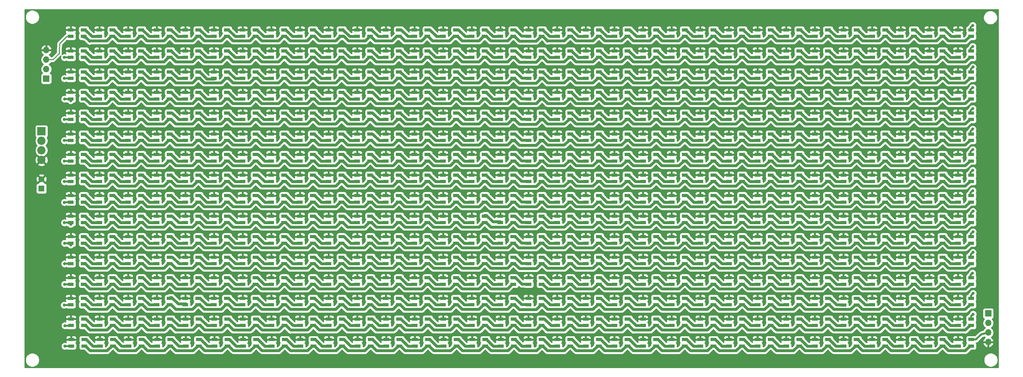
<source format=gbr>
G04 #@! TF.GenerationSoftware,KiCad,Pcbnew,(5.1.5-0-10_14)*
G04 #@! TF.CreationDate,2020-03-13T19:41:52-07:00*
G04 #@! TF.ProjectId,SpectrumAnayzerMini32Horz,53706563-7472-4756-9d41-6e61797a6572,rev?*
G04 #@! TF.SameCoordinates,Original*
G04 #@! TF.FileFunction,Copper,L1,Top*
G04 #@! TF.FilePolarity,Positive*
%FSLAX46Y46*%
G04 Gerber Fmt 4.6, Leading zero omitted, Abs format (unit mm)*
G04 Created by KiCad (PCBNEW (5.1.5-0-10_14)) date 2020-03-13 19:41:52*
%MOMM*%
%LPD*%
G04 APERTURE LIST*
%ADD10C,2.200000*%
%ADD11R,2.200000X2.200000*%
%ADD12O,1.700000X1.700000*%
%ADD13R,1.700000X1.700000*%
%ADD14C,1.600000*%
%ADD15R,1.600000X1.600000*%
%ADD16R,1.600000X0.850000*%
%ADD17C,0.800000*%
%ADD18C,0.508000*%
%ADD19C,0.762000*%
%ADD20C,0.250000*%
%ADD21C,0.254000*%
G04 APERTURE END LIST*
D10*
X26035000Y-67945000D03*
X26035000Y-65405000D03*
X26035000Y-62865000D03*
D11*
X26035000Y-60325000D03*
D12*
X277939500Y-116395500D03*
X277939500Y-113855500D03*
X277939500Y-111315500D03*
D13*
X277939500Y-108775500D03*
D12*
X27305000Y-38735000D03*
X27305000Y-41275000D03*
X27305000Y-43815000D03*
D13*
X27305000Y-46355000D03*
D14*
X26035000Y-73065000D03*
D15*
X26035000Y-75565000D03*
D16*
X273403000Y-117461000D03*
X273403000Y-115711000D03*
X269903000Y-117461000D03*
X269903000Y-115711000D03*
X265783000Y-117461000D03*
X265783000Y-115711000D03*
X262283000Y-117461000D03*
X262283000Y-115711000D03*
X258163000Y-117461000D03*
X258163000Y-115711000D03*
X254663000Y-117461000D03*
X254663000Y-115711000D03*
X250543000Y-117461000D03*
X250543000Y-115711000D03*
X247043000Y-117461000D03*
X247043000Y-115711000D03*
X242923000Y-117461000D03*
X242923000Y-115711000D03*
X239423000Y-117461000D03*
X239423000Y-115711000D03*
X235303000Y-117461000D03*
X235303000Y-115711000D03*
X231803000Y-117461000D03*
X231803000Y-115711000D03*
X227683000Y-117461000D03*
X227683000Y-115711000D03*
X224183000Y-117461000D03*
X224183000Y-115711000D03*
X220063000Y-117461000D03*
X220063000Y-115711000D03*
X216563000Y-117461000D03*
X216563000Y-115711000D03*
X212443000Y-117461000D03*
X212443000Y-115711000D03*
X208943000Y-117461000D03*
X208943000Y-115711000D03*
X204823000Y-117461000D03*
X204823000Y-115711000D03*
X201323000Y-117461000D03*
X201323000Y-115711000D03*
X197203000Y-117461000D03*
X197203000Y-115711000D03*
X193703000Y-117461000D03*
X193703000Y-115711000D03*
X189583000Y-117461000D03*
X189583000Y-115711000D03*
X186083000Y-117461000D03*
X186083000Y-115711000D03*
X181963000Y-117461000D03*
X181963000Y-115711000D03*
X178463000Y-117461000D03*
X178463000Y-115711000D03*
X174343000Y-117461000D03*
X174343000Y-115711000D03*
X170843000Y-117461000D03*
X170843000Y-115711000D03*
X166723000Y-117461000D03*
X166723000Y-115711000D03*
X163223000Y-117461000D03*
X163223000Y-115711000D03*
X159103000Y-117461000D03*
X159103000Y-115711000D03*
X155603000Y-117461000D03*
X155603000Y-115711000D03*
X151737000Y-117461000D03*
X151737000Y-115711000D03*
X148237000Y-117461000D03*
X148237000Y-115711000D03*
X144117000Y-117461000D03*
X144117000Y-115711000D03*
X140617000Y-117461000D03*
X140617000Y-115711000D03*
X136497000Y-117461000D03*
X136497000Y-115711000D03*
X132997000Y-117461000D03*
X132997000Y-115711000D03*
X128877000Y-117461000D03*
X128877000Y-115711000D03*
X125377000Y-117461000D03*
X125377000Y-115711000D03*
X121257000Y-117461000D03*
X121257000Y-115711000D03*
X117757000Y-117461000D03*
X117757000Y-115711000D03*
X113637000Y-117461000D03*
X113637000Y-115711000D03*
X110137000Y-117461000D03*
X110137000Y-115711000D03*
X106017000Y-117461000D03*
X106017000Y-115711000D03*
X102517000Y-117461000D03*
X102517000Y-115711000D03*
X98397000Y-117461000D03*
X98397000Y-115711000D03*
X94897000Y-117461000D03*
X94897000Y-115711000D03*
X90777000Y-117461000D03*
X90777000Y-115711000D03*
X87277000Y-117461000D03*
X87277000Y-115711000D03*
X83157000Y-117461000D03*
X83157000Y-115711000D03*
X79657000Y-117461000D03*
X79657000Y-115711000D03*
X75537000Y-117461000D03*
X75537000Y-115711000D03*
X72037000Y-117461000D03*
X72037000Y-115711000D03*
X67917000Y-117461000D03*
X67917000Y-115711000D03*
X64417000Y-117461000D03*
X64417000Y-115711000D03*
X60297000Y-117461000D03*
X60297000Y-115711000D03*
X56797000Y-117461000D03*
X56797000Y-115711000D03*
X52677000Y-117461000D03*
X52677000Y-115711000D03*
X49177000Y-117461000D03*
X49177000Y-115711000D03*
X45057000Y-117461000D03*
X45057000Y-115711000D03*
X41557000Y-117461000D03*
X41557000Y-115711000D03*
X37437000Y-117461000D03*
X37437000Y-115711000D03*
X33937000Y-117461000D03*
X33937000Y-115711000D03*
X273403000Y-112000000D03*
X273403000Y-110250000D03*
X269903000Y-112000000D03*
X269903000Y-110250000D03*
X265783000Y-112000000D03*
X265783000Y-110250000D03*
X262283000Y-112000000D03*
X262283000Y-110250000D03*
X258163000Y-112000000D03*
X258163000Y-110250000D03*
X254663000Y-112000000D03*
X254663000Y-110250000D03*
X250543000Y-112000000D03*
X250543000Y-110250000D03*
X247043000Y-112000000D03*
X247043000Y-110250000D03*
X242923000Y-112000000D03*
X242923000Y-110250000D03*
X239423000Y-112000000D03*
X239423000Y-110250000D03*
X235303000Y-112000000D03*
X235303000Y-110250000D03*
X231803000Y-112000000D03*
X231803000Y-110250000D03*
X227683000Y-112000000D03*
X227683000Y-110250000D03*
X224183000Y-112000000D03*
X224183000Y-110250000D03*
X220063000Y-112000000D03*
X220063000Y-110250000D03*
X216563000Y-112000000D03*
X216563000Y-110250000D03*
X212443000Y-112000000D03*
X212443000Y-110250000D03*
X208943000Y-112000000D03*
X208943000Y-110250000D03*
X204823000Y-112000000D03*
X204823000Y-110250000D03*
X201323000Y-112000000D03*
X201323000Y-110250000D03*
X197203000Y-112000000D03*
X197203000Y-110250000D03*
X193703000Y-112000000D03*
X193703000Y-110250000D03*
X189583000Y-112000000D03*
X189583000Y-110250000D03*
X186083000Y-112000000D03*
X186083000Y-110250000D03*
X181963000Y-112000000D03*
X181963000Y-110250000D03*
X178463000Y-112000000D03*
X178463000Y-110250000D03*
X174343000Y-112000000D03*
X174343000Y-110250000D03*
X170843000Y-112000000D03*
X170843000Y-110250000D03*
X166723000Y-112000000D03*
X166723000Y-110250000D03*
X163223000Y-112000000D03*
X163223000Y-110250000D03*
X159103000Y-112000000D03*
X159103000Y-110250000D03*
X155603000Y-112000000D03*
X155603000Y-110250000D03*
X151673500Y-112000000D03*
X151673500Y-110250000D03*
X148173500Y-112000000D03*
X148173500Y-110250000D03*
X144053500Y-112000000D03*
X144053500Y-110250000D03*
X140553500Y-112000000D03*
X140553500Y-110250000D03*
X136433500Y-112000000D03*
X136433500Y-110250000D03*
X132933500Y-112000000D03*
X132933500Y-110250000D03*
X128813500Y-112000000D03*
X128813500Y-110250000D03*
X125313500Y-112000000D03*
X125313500Y-110250000D03*
X121193500Y-112000000D03*
X121193500Y-110250000D03*
X117693500Y-112000000D03*
X117693500Y-110250000D03*
X113573500Y-112000000D03*
X113573500Y-110250000D03*
X110073500Y-112000000D03*
X110073500Y-110250000D03*
X105953500Y-112000000D03*
X105953500Y-110250000D03*
X102453500Y-112000000D03*
X102453500Y-110250000D03*
X98333500Y-112000000D03*
X98333500Y-110250000D03*
X94833500Y-112000000D03*
X94833500Y-110250000D03*
X90713500Y-112000000D03*
X90713500Y-110250000D03*
X87213500Y-112000000D03*
X87213500Y-110250000D03*
X83093500Y-112000000D03*
X83093500Y-110250000D03*
X79593500Y-112000000D03*
X79593500Y-110250000D03*
X75473500Y-112000000D03*
X75473500Y-110250000D03*
X71973500Y-112000000D03*
X71973500Y-110250000D03*
X67853500Y-112000000D03*
X67853500Y-110250000D03*
X64353500Y-112000000D03*
X64353500Y-110250000D03*
X60233500Y-112000000D03*
X60233500Y-110250000D03*
X56733500Y-112000000D03*
X56733500Y-110250000D03*
X52613500Y-112000000D03*
X52613500Y-110250000D03*
X49113500Y-112000000D03*
X49113500Y-110250000D03*
X44993500Y-112000000D03*
X44993500Y-110250000D03*
X41493500Y-112000000D03*
X41493500Y-110250000D03*
X37373500Y-112000000D03*
X37373500Y-110250000D03*
X33873500Y-112000000D03*
X33873500Y-110250000D03*
X273403000Y-106475500D03*
X273403000Y-104725500D03*
X269903000Y-106475500D03*
X269903000Y-104725500D03*
X265783000Y-106475500D03*
X265783000Y-104725500D03*
X262283000Y-106475500D03*
X262283000Y-104725500D03*
X258163000Y-106475500D03*
X258163000Y-104725500D03*
X254663000Y-106475500D03*
X254663000Y-104725500D03*
X250543000Y-106475500D03*
X250543000Y-104725500D03*
X247043000Y-106475500D03*
X247043000Y-104725500D03*
X242923000Y-106535500D03*
X242923000Y-104785500D03*
X239423000Y-106535500D03*
X239423000Y-104785500D03*
X235303000Y-106475500D03*
X235303000Y-104725500D03*
X231803000Y-106475500D03*
X231803000Y-104725500D03*
X227683000Y-106475500D03*
X227683000Y-104725500D03*
X224183000Y-106475500D03*
X224183000Y-104725500D03*
X220063000Y-106475500D03*
X220063000Y-104725500D03*
X216563000Y-106475500D03*
X216563000Y-104725500D03*
X212443000Y-106475500D03*
X212443000Y-104725500D03*
X208943000Y-106475500D03*
X208943000Y-104725500D03*
X204823000Y-106475500D03*
X204823000Y-104725500D03*
X201323000Y-106475500D03*
X201323000Y-104725500D03*
X197203000Y-106475500D03*
X197203000Y-104725500D03*
X193703000Y-106475500D03*
X193703000Y-104725500D03*
X189583000Y-106475500D03*
X189583000Y-104725500D03*
X186083000Y-106475500D03*
X186083000Y-104725500D03*
X181963000Y-106475500D03*
X181963000Y-104725500D03*
X178463000Y-106475500D03*
X178463000Y-104725500D03*
X174343000Y-106475500D03*
X174343000Y-104725500D03*
X170843000Y-106475500D03*
X170843000Y-104725500D03*
X166723000Y-106475500D03*
X166723000Y-104725500D03*
X163223000Y-106475500D03*
X163223000Y-104725500D03*
X159103000Y-106475500D03*
X159103000Y-104725500D03*
X155603000Y-106475500D03*
X155603000Y-104725500D03*
X151610000Y-106475500D03*
X151610000Y-104725500D03*
X148110000Y-106475500D03*
X148110000Y-104725500D03*
X143990000Y-106475500D03*
X143990000Y-104725500D03*
X140490000Y-106475500D03*
X140490000Y-104725500D03*
X136370000Y-106475500D03*
X136370000Y-104725500D03*
X132870000Y-106475500D03*
X132870000Y-104725500D03*
X128750000Y-106475500D03*
X128750000Y-104725500D03*
X125250000Y-106475500D03*
X125250000Y-104725500D03*
X121130000Y-106475500D03*
X121130000Y-104725500D03*
X117630000Y-106475500D03*
X117630000Y-104725500D03*
X113510000Y-106475500D03*
X113510000Y-104725500D03*
X110010000Y-106475500D03*
X110010000Y-104725500D03*
X105890000Y-106475500D03*
X105890000Y-104725500D03*
X102390000Y-106475500D03*
X102390000Y-104725500D03*
X98270000Y-106475500D03*
X98270000Y-104725500D03*
X94770000Y-106475500D03*
X94770000Y-104725500D03*
X90650000Y-106475500D03*
X90650000Y-104725500D03*
X87150000Y-106475500D03*
X87150000Y-104725500D03*
X83030000Y-106475500D03*
X83030000Y-104725500D03*
X79530000Y-106475500D03*
X79530000Y-104725500D03*
X75410000Y-106475500D03*
X75410000Y-104725500D03*
X71910000Y-106475500D03*
X71910000Y-104725500D03*
X67790000Y-106475500D03*
X67790000Y-104725500D03*
X64290000Y-106475500D03*
X64290000Y-104725500D03*
X60170000Y-106475500D03*
X60170000Y-104725500D03*
X56670000Y-106475500D03*
X56670000Y-104725500D03*
X52550000Y-106475500D03*
X52550000Y-104725500D03*
X49050000Y-106475500D03*
X49050000Y-104725500D03*
X44930000Y-106475500D03*
X44930000Y-104725500D03*
X41430000Y-106475500D03*
X41430000Y-104725500D03*
X37310000Y-106475500D03*
X37310000Y-104725500D03*
X33810000Y-106475500D03*
X33810000Y-104725500D03*
X273403000Y-101014500D03*
X273403000Y-99264500D03*
X269903000Y-101014500D03*
X269903000Y-99264500D03*
X265783000Y-101014500D03*
X265783000Y-99264500D03*
X262283000Y-101014500D03*
X262283000Y-99264500D03*
X258163000Y-101014500D03*
X258163000Y-99264500D03*
X254663000Y-101014500D03*
X254663000Y-99264500D03*
X250543000Y-101014500D03*
X250543000Y-99264500D03*
X247043000Y-101014500D03*
X247043000Y-99264500D03*
X242923000Y-101014500D03*
X242923000Y-99264500D03*
X239423000Y-101014500D03*
X239423000Y-99264500D03*
X235303000Y-101014500D03*
X235303000Y-99264500D03*
X231803000Y-101014500D03*
X231803000Y-99264500D03*
X227683000Y-101014500D03*
X227683000Y-99264500D03*
X224183000Y-101014500D03*
X224183000Y-99264500D03*
X220063000Y-101014500D03*
X220063000Y-99264500D03*
X216563000Y-101014500D03*
X216563000Y-99264500D03*
X212443000Y-101014500D03*
X212443000Y-99264500D03*
X208943000Y-101014500D03*
X208943000Y-99264500D03*
X204823000Y-101014500D03*
X204823000Y-99264500D03*
X201323000Y-101014500D03*
X201323000Y-99264500D03*
X197203000Y-101014500D03*
X197203000Y-99264500D03*
X193703000Y-101014500D03*
X193703000Y-99264500D03*
X189583000Y-101014500D03*
X189583000Y-99264500D03*
X186083000Y-101014500D03*
X186083000Y-99264500D03*
X181963000Y-101014500D03*
X181963000Y-99264500D03*
X178463000Y-101014500D03*
X178463000Y-99264500D03*
X174343000Y-101014500D03*
X174343000Y-99264500D03*
X170843000Y-101014500D03*
X170843000Y-99264500D03*
X166723000Y-101014500D03*
X166723000Y-99264500D03*
X163223000Y-101014500D03*
X163223000Y-99264500D03*
X159103000Y-101014500D03*
X159103000Y-99264500D03*
X155603000Y-101014500D03*
X155603000Y-99264500D03*
X151610000Y-101014500D03*
X151610000Y-99264500D03*
X148110000Y-101014500D03*
X148110000Y-99264500D03*
X143990000Y-101014500D03*
X143990000Y-99264500D03*
X140490000Y-101014500D03*
X140490000Y-99264500D03*
X136370000Y-101014500D03*
X136370000Y-99264500D03*
X132870000Y-101014500D03*
X132870000Y-99264500D03*
X128750000Y-101014500D03*
X128750000Y-99264500D03*
X125250000Y-101014500D03*
X125250000Y-99264500D03*
X121130000Y-101014500D03*
X121130000Y-99264500D03*
X117630000Y-101014500D03*
X117630000Y-99264500D03*
X113510000Y-101014500D03*
X113510000Y-99264500D03*
X110010000Y-101014500D03*
X110010000Y-99264500D03*
X105890000Y-101014500D03*
X105890000Y-99264500D03*
X102390000Y-101014500D03*
X102390000Y-99264500D03*
X98270000Y-101014500D03*
X98270000Y-99264500D03*
X94770000Y-101014500D03*
X94770000Y-99264500D03*
X90650000Y-101014500D03*
X90650000Y-99264500D03*
X87150000Y-101014500D03*
X87150000Y-99264500D03*
X83030000Y-101014500D03*
X83030000Y-99264500D03*
X79530000Y-101014500D03*
X79530000Y-99264500D03*
X75410000Y-101014500D03*
X75410000Y-99264500D03*
X71910000Y-101014500D03*
X71910000Y-99264500D03*
X67790000Y-101014500D03*
X67790000Y-99264500D03*
X64290000Y-101014500D03*
X64290000Y-99264500D03*
X60170000Y-101014500D03*
X60170000Y-99264500D03*
X56670000Y-101014500D03*
X56670000Y-99264500D03*
X52550000Y-101014500D03*
X52550000Y-99264500D03*
X49050000Y-101014500D03*
X49050000Y-99264500D03*
X44930000Y-101014500D03*
X44930000Y-99264500D03*
X41430000Y-101014500D03*
X41430000Y-99264500D03*
X37310000Y-101014500D03*
X37310000Y-99264500D03*
X33810000Y-101014500D03*
X33810000Y-99264500D03*
X273403000Y-95553500D03*
X273403000Y-93803500D03*
X269903000Y-95553500D03*
X269903000Y-93803500D03*
X265783000Y-95553500D03*
X265783000Y-93803500D03*
X262283000Y-95553500D03*
X262283000Y-93803500D03*
X258163000Y-95553500D03*
X258163000Y-93803500D03*
X254663000Y-95553500D03*
X254663000Y-93803500D03*
X250543000Y-95553500D03*
X250543000Y-93803500D03*
X247043000Y-95553500D03*
X247043000Y-93803500D03*
X242923000Y-95553500D03*
X242923000Y-93803500D03*
X239423000Y-95553500D03*
X239423000Y-93803500D03*
X235303000Y-95553500D03*
X235303000Y-93803500D03*
X231803000Y-95553500D03*
X231803000Y-93803500D03*
X227683000Y-95553500D03*
X227683000Y-93803500D03*
X224183000Y-95553500D03*
X224183000Y-93803500D03*
X220063000Y-95553500D03*
X220063000Y-93803500D03*
X216563000Y-95553500D03*
X216563000Y-93803500D03*
X212443000Y-95553500D03*
X212443000Y-93803500D03*
X208943000Y-95553500D03*
X208943000Y-93803500D03*
X204823000Y-95553500D03*
X204823000Y-93803500D03*
X201323000Y-95553500D03*
X201323000Y-93803500D03*
X197203000Y-95553500D03*
X197203000Y-93803500D03*
X193703000Y-95553500D03*
X193703000Y-93803500D03*
X189583000Y-95553500D03*
X189583000Y-93803500D03*
X186083000Y-95553500D03*
X186083000Y-93803500D03*
X181963000Y-95553500D03*
X181963000Y-93803500D03*
X178463000Y-95553500D03*
X178463000Y-93803500D03*
X174343000Y-95553500D03*
X174343000Y-93803500D03*
X170843000Y-95553500D03*
X170843000Y-93803500D03*
X166723000Y-95553500D03*
X166723000Y-93803500D03*
X163223000Y-95553500D03*
X163223000Y-93803500D03*
X159103000Y-95553500D03*
X159103000Y-93803500D03*
X155603000Y-95553500D03*
X155603000Y-93803500D03*
X151610000Y-95553500D03*
X151610000Y-93803500D03*
X148110000Y-95553500D03*
X148110000Y-93803500D03*
X143990000Y-95553500D03*
X143990000Y-93803500D03*
X140490000Y-95553500D03*
X140490000Y-93803500D03*
X136370000Y-95553500D03*
X136370000Y-93803500D03*
X132870000Y-95553500D03*
X132870000Y-93803500D03*
X128750000Y-95553500D03*
X128750000Y-93803500D03*
X125250000Y-95553500D03*
X125250000Y-93803500D03*
X121130000Y-95553500D03*
X121130000Y-93803500D03*
X117630000Y-95553500D03*
X117630000Y-93803500D03*
X113510000Y-95553500D03*
X113510000Y-93803500D03*
X110010000Y-95553500D03*
X110010000Y-93803500D03*
X105890000Y-95553500D03*
X105890000Y-93803500D03*
X102390000Y-95553500D03*
X102390000Y-93803500D03*
X98270000Y-95553500D03*
X98270000Y-93803500D03*
X94770000Y-95553500D03*
X94770000Y-93803500D03*
X90650000Y-95553500D03*
X90650000Y-93803500D03*
X87150000Y-95553500D03*
X87150000Y-93803500D03*
X83030000Y-95553500D03*
X83030000Y-93803500D03*
X79530000Y-95553500D03*
X79530000Y-93803500D03*
X75410000Y-95553500D03*
X75410000Y-93803500D03*
X71910000Y-95553500D03*
X71910000Y-93803500D03*
X67790000Y-95553500D03*
X67790000Y-93803500D03*
X64290000Y-95553500D03*
X64290000Y-93803500D03*
X60170000Y-95553500D03*
X60170000Y-93803500D03*
X56670000Y-95553500D03*
X56670000Y-93803500D03*
X52550000Y-95553500D03*
X52550000Y-93803500D03*
X49050000Y-95553500D03*
X49050000Y-93803500D03*
X44930000Y-95553500D03*
X44930000Y-93803500D03*
X41430000Y-95553500D03*
X41430000Y-93803500D03*
X37310000Y-95553500D03*
X37310000Y-93803500D03*
X33810000Y-95553500D03*
X33810000Y-93803500D03*
X273403000Y-90092500D03*
X273403000Y-88342500D03*
X269903000Y-90092500D03*
X269903000Y-88342500D03*
X265783000Y-90092500D03*
X265783000Y-88342500D03*
X262283000Y-90092500D03*
X262283000Y-88342500D03*
X258163000Y-90092500D03*
X258163000Y-88342500D03*
X254663000Y-90092500D03*
X254663000Y-88342500D03*
X250543000Y-90092500D03*
X250543000Y-88342500D03*
X247043000Y-90092500D03*
X247043000Y-88342500D03*
X242923000Y-90092500D03*
X242923000Y-88342500D03*
X239423000Y-90092500D03*
X239423000Y-88342500D03*
X235303000Y-90092500D03*
X235303000Y-88342500D03*
X231803000Y-90092500D03*
X231803000Y-88342500D03*
X227683000Y-90092500D03*
X227683000Y-88342500D03*
X224183000Y-90092500D03*
X224183000Y-88342500D03*
X220063000Y-90092500D03*
X220063000Y-88342500D03*
X216563000Y-90092500D03*
X216563000Y-88342500D03*
X212443000Y-90092500D03*
X212443000Y-88342500D03*
X208943000Y-90092500D03*
X208943000Y-88342500D03*
X204823000Y-90092500D03*
X204823000Y-88342500D03*
X201323000Y-90092500D03*
X201323000Y-88342500D03*
X197203000Y-90092500D03*
X197203000Y-88342500D03*
X193703000Y-90092500D03*
X193703000Y-88342500D03*
X189583000Y-90092500D03*
X189583000Y-88342500D03*
X186083000Y-90092500D03*
X186083000Y-88342500D03*
X181963000Y-90092500D03*
X181963000Y-88342500D03*
X178463000Y-90092500D03*
X178463000Y-88342500D03*
X174343000Y-90092500D03*
X174343000Y-88342500D03*
X170843000Y-90092500D03*
X170843000Y-88342500D03*
X166723000Y-90092500D03*
X166723000Y-88342500D03*
X163223000Y-90092500D03*
X163223000Y-88342500D03*
X159103000Y-90092500D03*
X159103000Y-88342500D03*
X155603000Y-90092500D03*
X155603000Y-88342500D03*
X151610000Y-90092500D03*
X151610000Y-88342500D03*
X148110000Y-90092500D03*
X148110000Y-88342500D03*
X143990000Y-90092500D03*
X143990000Y-88342500D03*
X140490000Y-90092500D03*
X140490000Y-88342500D03*
X136370000Y-90092500D03*
X136370000Y-88342500D03*
X132870000Y-90092500D03*
X132870000Y-88342500D03*
X128750000Y-90092500D03*
X128750000Y-88342500D03*
X125250000Y-90092500D03*
X125250000Y-88342500D03*
X121130000Y-90092500D03*
X121130000Y-88342500D03*
X117630000Y-90092500D03*
X117630000Y-88342500D03*
X113510000Y-90092500D03*
X113510000Y-88342500D03*
X110010000Y-90092500D03*
X110010000Y-88342500D03*
X105890000Y-90092500D03*
X105890000Y-88342500D03*
X102390000Y-90092500D03*
X102390000Y-88342500D03*
X98270000Y-90092500D03*
X98270000Y-88342500D03*
X94770000Y-90092500D03*
X94770000Y-88342500D03*
X90650000Y-90092500D03*
X90650000Y-88342500D03*
X87150000Y-90092500D03*
X87150000Y-88342500D03*
X83030000Y-90092500D03*
X83030000Y-88342500D03*
X79530000Y-90092500D03*
X79530000Y-88342500D03*
X75410000Y-90092500D03*
X75410000Y-88342500D03*
X71910000Y-90092500D03*
X71910000Y-88342500D03*
X67790000Y-90092500D03*
X67790000Y-88342500D03*
X64290000Y-90092500D03*
X64290000Y-88342500D03*
X60170000Y-90092500D03*
X60170000Y-88342500D03*
X56670000Y-90092500D03*
X56670000Y-88342500D03*
X52550000Y-90092500D03*
X52550000Y-88342500D03*
X49050000Y-90092500D03*
X49050000Y-88342500D03*
X44930000Y-90092500D03*
X44930000Y-88342500D03*
X41430000Y-90092500D03*
X41430000Y-88342500D03*
X37310000Y-90092500D03*
X37310000Y-88342500D03*
X33810000Y-90092500D03*
X33810000Y-88342500D03*
X273403000Y-84631500D03*
X273403000Y-82881500D03*
X269903000Y-84631500D03*
X269903000Y-82881500D03*
X265783000Y-84631500D03*
X265783000Y-82881500D03*
X262283000Y-84631500D03*
X262283000Y-82881500D03*
X258163000Y-84631500D03*
X258163000Y-82881500D03*
X254663000Y-84631500D03*
X254663000Y-82881500D03*
X250543000Y-84631500D03*
X250543000Y-82881500D03*
X247043000Y-84631500D03*
X247043000Y-82881500D03*
X242923000Y-84631500D03*
X242923000Y-82881500D03*
X239423000Y-84631500D03*
X239423000Y-82881500D03*
X235303000Y-84631500D03*
X235303000Y-82881500D03*
X231803000Y-84631500D03*
X231803000Y-82881500D03*
X227683000Y-84631500D03*
X227683000Y-82881500D03*
X224183000Y-84631500D03*
X224183000Y-82881500D03*
X220063000Y-84631500D03*
X220063000Y-82881500D03*
X216563000Y-84631500D03*
X216563000Y-82881500D03*
X212443000Y-84631500D03*
X212443000Y-82881500D03*
X208943000Y-84631500D03*
X208943000Y-82881500D03*
X204823000Y-84631500D03*
X204823000Y-82881500D03*
X201323000Y-84631500D03*
X201323000Y-82881500D03*
X197203000Y-84631500D03*
X197203000Y-82881500D03*
X193703000Y-84631500D03*
X193703000Y-82881500D03*
X189583000Y-84631500D03*
X189583000Y-82881500D03*
X186083000Y-84631500D03*
X186083000Y-82881500D03*
X181963000Y-84631500D03*
X181963000Y-82881500D03*
X178463000Y-84631500D03*
X178463000Y-82881500D03*
X174343000Y-84631500D03*
X174343000Y-82881500D03*
X170843000Y-84631500D03*
X170843000Y-82881500D03*
X166723000Y-84631500D03*
X166723000Y-82881500D03*
X163223000Y-84631500D03*
X163223000Y-82881500D03*
X159103000Y-84631500D03*
X159103000Y-82881500D03*
X155603000Y-84631500D03*
X155603000Y-82881500D03*
X151610000Y-84631500D03*
X151610000Y-82881500D03*
X148110000Y-84631500D03*
X148110000Y-82881500D03*
X143990000Y-84631500D03*
X143990000Y-82881500D03*
X140490000Y-84631500D03*
X140490000Y-82881500D03*
X136370000Y-84631500D03*
X136370000Y-82881500D03*
X132870000Y-84631500D03*
X132870000Y-82881500D03*
X128750000Y-84631500D03*
X128750000Y-82881500D03*
X125250000Y-84631500D03*
X125250000Y-82881500D03*
X121130000Y-84631500D03*
X121130000Y-82881500D03*
X117630000Y-84631500D03*
X117630000Y-82881500D03*
X113510000Y-84631500D03*
X113510000Y-82881500D03*
X110010000Y-84631500D03*
X110010000Y-82881500D03*
X105890000Y-84631500D03*
X105890000Y-82881500D03*
X102390000Y-84631500D03*
X102390000Y-82881500D03*
X98270000Y-84631500D03*
X98270000Y-82881500D03*
X94770000Y-84631500D03*
X94770000Y-82881500D03*
X90650000Y-84631500D03*
X90650000Y-82881500D03*
X87150000Y-84631500D03*
X87150000Y-82881500D03*
X83030000Y-84631500D03*
X83030000Y-82881500D03*
X79530000Y-84631500D03*
X79530000Y-82881500D03*
X75410000Y-84631500D03*
X75410000Y-82881500D03*
X71910000Y-84631500D03*
X71910000Y-82881500D03*
X67790000Y-84631500D03*
X67790000Y-82881500D03*
X64290000Y-84631500D03*
X64290000Y-82881500D03*
X60170000Y-84631500D03*
X60170000Y-82881500D03*
X56670000Y-84631500D03*
X56670000Y-82881500D03*
X52550000Y-84631500D03*
X52550000Y-82881500D03*
X49050000Y-84631500D03*
X49050000Y-82881500D03*
X44930000Y-84631500D03*
X44930000Y-82881500D03*
X41430000Y-84631500D03*
X41430000Y-82881500D03*
X37310000Y-84631500D03*
X37310000Y-82881500D03*
X33810000Y-84631500D03*
X33810000Y-82881500D03*
X273403000Y-79170500D03*
X273403000Y-77420500D03*
X269903000Y-79170500D03*
X269903000Y-77420500D03*
X265783000Y-79170500D03*
X265783000Y-77420500D03*
X262283000Y-79170500D03*
X262283000Y-77420500D03*
X258163000Y-79170500D03*
X258163000Y-77420500D03*
X254663000Y-79170500D03*
X254663000Y-77420500D03*
X250543000Y-79170500D03*
X250543000Y-77420500D03*
X247043000Y-79170500D03*
X247043000Y-77420500D03*
X242923000Y-79170500D03*
X242923000Y-77420500D03*
X239423000Y-79170500D03*
X239423000Y-77420500D03*
X235303000Y-79170500D03*
X235303000Y-77420500D03*
X231803000Y-79170500D03*
X231803000Y-77420500D03*
X227683000Y-79170500D03*
X227683000Y-77420500D03*
X224183000Y-79170500D03*
X224183000Y-77420500D03*
X220063000Y-79170500D03*
X220063000Y-77420500D03*
X216563000Y-79170500D03*
X216563000Y-77420500D03*
X212443000Y-79170500D03*
X212443000Y-77420500D03*
X208943000Y-79170500D03*
X208943000Y-77420500D03*
X204823000Y-79170500D03*
X204823000Y-77420500D03*
X201323000Y-79170500D03*
X201323000Y-77420500D03*
X197203000Y-79170500D03*
X197203000Y-77420500D03*
X193703000Y-79170500D03*
X193703000Y-77420500D03*
X189583000Y-79170500D03*
X189583000Y-77420500D03*
X186083000Y-79170500D03*
X186083000Y-77420500D03*
X181963000Y-79170500D03*
X181963000Y-77420500D03*
X178463000Y-79170500D03*
X178463000Y-77420500D03*
X174343000Y-79170500D03*
X174343000Y-77420500D03*
X170843000Y-79170500D03*
X170843000Y-77420500D03*
X166723000Y-79170500D03*
X166723000Y-77420500D03*
X163223000Y-79170500D03*
X163223000Y-77420500D03*
X159103000Y-79170500D03*
X159103000Y-77420500D03*
X155603000Y-79170500D03*
X155603000Y-77420500D03*
X151610000Y-79170500D03*
X151610000Y-77420500D03*
X148110000Y-79170500D03*
X148110000Y-77420500D03*
X143990000Y-79170500D03*
X143990000Y-77420500D03*
X140490000Y-79170500D03*
X140490000Y-77420500D03*
X136370000Y-79170500D03*
X136370000Y-77420500D03*
X132870000Y-79170500D03*
X132870000Y-77420500D03*
X128750000Y-79170500D03*
X128750000Y-77420500D03*
X125250000Y-79170500D03*
X125250000Y-77420500D03*
X121130000Y-79170500D03*
X121130000Y-77420500D03*
X117630000Y-79170500D03*
X117630000Y-77420500D03*
X113510000Y-79170500D03*
X113510000Y-77420500D03*
X110010000Y-79170500D03*
X110010000Y-77420500D03*
X105890000Y-79170500D03*
X105890000Y-77420500D03*
X102390000Y-79170500D03*
X102390000Y-77420500D03*
X98270000Y-79170500D03*
X98270000Y-77420500D03*
X94770000Y-79170500D03*
X94770000Y-77420500D03*
X90650000Y-79170500D03*
X90650000Y-77420500D03*
X87150000Y-79170500D03*
X87150000Y-77420500D03*
X83030000Y-79170500D03*
X83030000Y-77420500D03*
X79530000Y-79170500D03*
X79530000Y-77420500D03*
X75410000Y-79170500D03*
X75410000Y-77420500D03*
X71910000Y-79170500D03*
X71910000Y-77420500D03*
X67790000Y-79170500D03*
X67790000Y-77420500D03*
X64290000Y-79170500D03*
X64290000Y-77420500D03*
X60170000Y-79170500D03*
X60170000Y-77420500D03*
X56670000Y-79170500D03*
X56670000Y-77420500D03*
X52550000Y-79170500D03*
X52550000Y-77420500D03*
X49050000Y-79170500D03*
X49050000Y-77420500D03*
X44930000Y-79170500D03*
X44930000Y-77420500D03*
X41430000Y-79170500D03*
X41430000Y-77420500D03*
X37310000Y-79170500D03*
X37310000Y-77420500D03*
X33810000Y-79170500D03*
X33810000Y-77420500D03*
X273403000Y-73709500D03*
X273403000Y-71959500D03*
X269903000Y-73709500D03*
X269903000Y-71959500D03*
X265783000Y-73709500D03*
X265783000Y-71959500D03*
X262283000Y-73709500D03*
X262283000Y-71959500D03*
X258163000Y-73709500D03*
X258163000Y-71959500D03*
X254663000Y-73709500D03*
X254663000Y-71959500D03*
X250543000Y-73709500D03*
X250543000Y-71959500D03*
X247043000Y-73709500D03*
X247043000Y-71959500D03*
X242923000Y-73709500D03*
X242923000Y-71959500D03*
X239423000Y-73709500D03*
X239423000Y-71959500D03*
X235303000Y-73709500D03*
X235303000Y-71959500D03*
X231803000Y-73709500D03*
X231803000Y-71959500D03*
X227683000Y-73709500D03*
X227683000Y-71959500D03*
X224183000Y-73709500D03*
X224183000Y-71959500D03*
X220063000Y-73709500D03*
X220063000Y-71959500D03*
X216563000Y-73709500D03*
X216563000Y-71959500D03*
X212443000Y-73709500D03*
X212443000Y-71959500D03*
X208943000Y-73709500D03*
X208943000Y-71959500D03*
X204823000Y-73709500D03*
X204823000Y-71959500D03*
X201323000Y-73709500D03*
X201323000Y-71959500D03*
X197203000Y-73709500D03*
X197203000Y-71959500D03*
X193703000Y-73709500D03*
X193703000Y-71959500D03*
X189583000Y-73709500D03*
X189583000Y-71959500D03*
X186083000Y-73709500D03*
X186083000Y-71959500D03*
X181963000Y-73709500D03*
X181963000Y-71959500D03*
X178463000Y-73709500D03*
X178463000Y-71959500D03*
X174343000Y-73709500D03*
X174343000Y-71959500D03*
X170843000Y-73709500D03*
X170843000Y-71959500D03*
X166723000Y-73709500D03*
X166723000Y-71959500D03*
X163223000Y-73709500D03*
X163223000Y-71959500D03*
X159103000Y-73709500D03*
X159103000Y-71959500D03*
X155603000Y-73709500D03*
X155603000Y-71959500D03*
X151610000Y-73709500D03*
X151610000Y-71959500D03*
X148110000Y-73709500D03*
X148110000Y-71959500D03*
X143990000Y-73709500D03*
X143990000Y-71959500D03*
X140490000Y-73709500D03*
X140490000Y-71959500D03*
X136370000Y-73709500D03*
X136370000Y-71959500D03*
X132870000Y-73709500D03*
X132870000Y-71959500D03*
X128750000Y-73709500D03*
X128750000Y-71959500D03*
X125250000Y-73709500D03*
X125250000Y-71959500D03*
X121130000Y-73709500D03*
X121130000Y-71959500D03*
X117630000Y-73709500D03*
X117630000Y-71959500D03*
X113510000Y-73709500D03*
X113510000Y-71959500D03*
X110010000Y-73709500D03*
X110010000Y-71959500D03*
X105890000Y-73709500D03*
X105890000Y-71959500D03*
X102390000Y-73709500D03*
X102390000Y-71959500D03*
X98270000Y-73709500D03*
X98270000Y-71959500D03*
X94770000Y-73709500D03*
X94770000Y-71959500D03*
X90650000Y-73709500D03*
X90650000Y-71959500D03*
X87150000Y-73709500D03*
X87150000Y-71959500D03*
X83030000Y-73709500D03*
X83030000Y-71959500D03*
X79530000Y-73709500D03*
X79530000Y-71959500D03*
X75410000Y-73709500D03*
X75410000Y-71959500D03*
X71910000Y-73709500D03*
X71910000Y-71959500D03*
X67790000Y-73709500D03*
X67790000Y-71959500D03*
X64290000Y-73709500D03*
X64290000Y-71959500D03*
X60170000Y-73709500D03*
X60170000Y-71959500D03*
X56670000Y-73709500D03*
X56670000Y-71959500D03*
X52550000Y-73709500D03*
X52550000Y-71959500D03*
X49050000Y-73709500D03*
X49050000Y-71959500D03*
X44930000Y-73709500D03*
X44930000Y-71959500D03*
X41430000Y-73709500D03*
X41430000Y-71959500D03*
X37310000Y-73709500D03*
X37310000Y-71959500D03*
X33810000Y-73709500D03*
X33810000Y-71959500D03*
X273403000Y-68248500D03*
X273403000Y-66498500D03*
X269903000Y-68248500D03*
X269903000Y-66498500D03*
X265783000Y-68248500D03*
X265783000Y-66498500D03*
X262283000Y-68248500D03*
X262283000Y-66498500D03*
X258163000Y-68248500D03*
X258163000Y-66498500D03*
X254663000Y-68248500D03*
X254663000Y-66498500D03*
X250543000Y-68248500D03*
X250543000Y-66498500D03*
X247043000Y-68248500D03*
X247043000Y-66498500D03*
X242923000Y-68248500D03*
X242923000Y-66498500D03*
X239423000Y-68248500D03*
X239423000Y-66498500D03*
X235303000Y-68248500D03*
X235303000Y-66498500D03*
X231803000Y-68248500D03*
X231803000Y-66498500D03*
X227683000Y-68248500D03*
X227683000Y-66498500D03*
X224183000Y-68248500D03*
X224183000Y-66498500D03*
X220063000Y-68248500D03*
X220063000Y-66498500D03*
X216563000Y-68248500D03*
X216563000Y-66498500D03*
X212443000Y-68248500D03*
X212443000Y-66498500D03*
X208943000Y-68248500D03*
X208943000Y-66498500D03*
X204823000Y-68248500D03*
X204823000Y-66498500D03*
X201323000Y-68248500D03*
X201323000Y-66498500D03*
X197203000Y-68248500D03*
X197203000Y-66498500D03*
X193703000Y-68248500D03*
X193703000Y-66498500D03*
X189583000Y-68248500D03*
X189583000Y-66498500D03*
X186083000Y-68248500D03*
X186083000Y-66498500D03*
X181963000Y-68248500D03*
X181963000Y-66498500D03*
X178463000Y-68248500D03*
X178463000Y-66498500D03*
X174343000Y-68248500D03*
X174343000Y-66498500D03*
X170843000Y-68248500D03*
X170843000Y-66498500D03*
X166723000Y-68248500D03*
X166723000Y-66498500D03*
X163223000Y-68248500D03*
X163223000Y-66498500D03*
X159103000Y-68248500D03*
X159103000Y-66498500D03*
X155603000Y-68248500D03*
X155603000Y-66498500D03*
X151610000Y-68248500D03*
X151610000Y-66498500D03*
X148110000Y-68248500D03*
X148110000Y-66498500D03*
X143990000Y-68248500D03*
X143990000Y-66498500D03*
X140490000Y-68248500D03*
X140490000Y-66498500D03*
X136370000Y-68248500D03*
X136370000Y-66498500D03*
X132870000Y-68248500D03*
X132870000Y-66498500D03*
X128750000Y-68248500D03*
X128750000Y-66498500D03*
X125250000Y-68248500D03*
X125250000Y-66498500D03*
X121130000Y-68248500D03*
X121130000Y-66498500D03*
X117630000Y-68248500D03*
X117630000Y-66498500D03*
X113510000Y-68248500D03*
X113510000Y-66498500D03*
X110010000Y-68248500D03*
X110010000Y-66498500D03*
X105890000Y-68248500D03*
X105890000Y-66498500D03*
X102390000Y-68248500D03*
X102390000Y-66498500D03*
X98270000Y-68248500D03*
X98270000Y-66498500D03*
X94770000Y-68248500D03*
X94770000Y-66498500D03*
X90650000Y-68248500D03*
X90650000Y-66498500D03*
X87150000Y-68248500D03*
X87150000Y-66498500D03*
X83030000Y-68248500D03*
X83030000Y-66498500D03*
X79530000Y-68248500D03*
X79530000Y-66498500D03*
X75410000Y-68248500D03*
X75410000Y-66498500D03*
X71910000Y-68248500D03*
X71910000Y-66498500D03*
X67790000Y-68248500D03*
X67790000Y-66498500D03*
X64290000Y-68248500D03*
X64290000Y-66498500D03*
X60170000Y-68248500D03*
X60170000Y-66498500D03*
X56670000Y-68248500D03*
X56670000Y-66498500D03*
X52550000Y-68248500D03*
X52550000Y-66498500D03*
X49050000Y-68248500D03*
X49050000Y-66498500D03*
X44930000Y-68248500D03*
X44930000Y-66498500D03*
X41430000Y-68248500D03*
X41430000Y-66498500D03*
X37310000Y-68248500D03*
X37310000Y-66498500D03*
X33810000Y-68248500D03*
X33810000Y-66498500D03*
X273403000Y-62787500D03*
X273403000Y-61037500D03*
X269903000Y-62787500D03*
X269903000Y-61037500D03*
X265783000Y-62787500D03*
X265783000Y-61037500D03*
X262283000Y-62787500D03*
X262283000Y-61037500D03*
X258163000Y-62787500D03*
X258163000Y-61037500D03*
X254663000Y-62787500D03*
X254663000Y-61037500D03*
X250543000Y-62787500D03*
X250543000Y-61037500D03*
X247043000Y-62787500D03*
X247043000Y-61037500D03*
X242923000Y-62787500D03*
X242923000Y-61037500D03*
X239423000Y-62787500D03*
X239423000Y-61037500D03*
X235303000Y-62787500D03*
X235303000Y-61037500D03*
X231803000Y-62787500D03*
X231803000Y-61037500D03*
X227683000Y-62787500D03*
X227683000Y-61037500D03*
X224183000Y-62787500D03*
X224183000Y-61037500D03*
X220063000Y-62787500D03*
X220063000Y-61037500D03*
X216563000Y-62787500D03*
X216563000Y-61037500D03*
X212443000Y-62787500D03*
X212443000Y-61037500D03*
X208943000Y-62787500D03*
X208943000Y-61037500D03*
X204823000Y-62787500D03*
X204823000Y-61037500D03*
X201323000Y-62787500D03*
X201323000Y-61037500D03*
X197203000Y-62787500D03*
X197203000Y-61037500D03*
X193703000Y-62787500D03*
X193703000Y-61037500D03*
X189583000Y-62787500D03*
X189583000Y-61037500D03*
X186083000Y-62787500D03*
X186083000Y-61037500D03*
X181963000Y-62787500D03*
X181963000Y-61037500D03*
X178463000Y-62787500D03*
X178463000Y-61037500D03*
X174343000Y-62787500D03*
X174343000Y-61037500D03*
X170843000Y-62787500D03*
X170843000Y-61037500D03*
X166723000Y-62787500D03*
X166723000Y-61037500D03*
X163223000Y-62787500D03*
X163223000Y-61037500D03*
X159103000Y-62787500D03*
X159103000Y-61037500D03*
X155603000Y-62787500D03*
X155603000Y-61037500D03*
X151610000Y-62787500D03*
X151610000Y-61037500D03*
X148110000Y-62787500D03*
X148110000Y-61037500D03*
X143990000Y-62787500D03*
X143990000Y-61037500D03*
X140490000Y-62787500D03*
X140490000Y-61037500D03*
X136370000Y-62787500D03*
X136370000Y-61037500D03*
X132870000Y-62787500D03*
X132870000Y-61037500D03*
X128750000Y-62787500D03*
X128750000Y-61037500D03*
X125250000Y-62787500D03*
X125250000Y-61037500D03*
X121130000Y-62787500D03*
X121130000Y-61037500D03*
X117630000Y-62787500D03*
X117630000Y-61037500D03*
X113510000Y-62787500D03*
X113510000Y-61037500D03*
X110010000Y-62787500D03*
X110010000Y-61037500D03*
X105890000Y-62787500D03*
X105890000Y-61037500D03*
X102390000Y-62787500D03*
X102390000Y-61037500D03*
X98270000Y-62787500D03*
X98270000Y-61037500D03*
X94770000Y-62787500D03*
X94770000Y-61037500D03*
X90650000Y-62787500D03*
X90650000Y-61037500D03*
X87150000Y-62787500D03*
X87150000Y-61037500D03*
X83030000Y-62787500D03*
X83030000Y-61037500D03*
X79530000Y-62787500D03*
X79530000Y-61037500D03*
X75410000Y-62787500D03*
X75410000Y-61037500D03*
X71910000Y-62787500D03*
X71910000Y-61037500D03*
X67790000Y-62787500D03*
X67790000Y-61037500D03*
X64290000Y-62787500D03*
X64290000Y-61037500D03*
X60170000Y-62787500D03*
X60170000Y-61037500D03*
X56670000Y-62787500D03*
X56670000Y-61037500D03*
X52550000Y-62787500D03*
X52550000Y-61037500D03*
X49050000Y-62787500D03*
X49050000Y-61037500D03*
X44930000Y-62787500D03*
X44930000Y-61037500D03*
X41430000Y-62787500D03*
X41430000Y-61037500D03*
X37310000Y-62787500D03*
X37310000Y-61037500D03*
X33810000Y-62787500D03*
X33810000Y-61037500D03*
X273403000Y-57199500D03*
X273403000Y-55449500D03*
X269903000Y-57199500D03*
X269903000Y-55449500D03*
X265783000Y-57199500D03*
X265783000Y-55449500D03*
X262283000Y-57199500D03*
X262283000Y-55449500D03*
X258163000Y-57199500D03*
X258163000Y-55449500D03*
X254663000Y-57199500D03*
X254663000Y-55449500D03*
X250543000Y-57199500D03*
X250543000Y-55449500D03*
X247043000Y-57199500D03*
X247043000Y-55449500D03*
X242923000Y-57199500D03*
X242923000Y-55449500D03*
X239423000Y-57199500D03*
X239423000Y-55449500D03*
X235303000Y-57199500D03*
X235303000Y-55449500D03*
X231803000Y-57199500D03*
X231803000Y-55449500D03*
X227683000Y-57199500D03*
X227683000Y-55449500D03*
X224183000Y-57199500D03*
X224183000Y-55449500D03*
X220063000Y-57199500D03*
X220063000Y-55449500D03*
X216563000Y-57199500D03*
X216563000Y-55449500D03*
X212443000Y-57199500D03*
X212443000Y-55449500D03*
X208943000Y-57199500D03*
X208943000Y-55449500D03*
X204823000Y-57199500D03*
X204823000Y-55449500D03*
X201323000Y-57199500D03*
X201323000Y-55449500D03*
X197203000Y-57199500D03*
X197203000Y-55449500D03*
X193703000Y-57199500D03*
X193703000Y-55449500D03*
X189583000Y-57199500D03*
X189583000Y-55449500D03*
X186083000Y-57199500D03*
X186083000Y-55449500D03*
X181963000Y-57199500D03*
X181963000Y-55449500D03*
X178463000Y-57199500D03*
X178463000Y-55449500D03*
X174343000Y-57199500D03*
X174343000Y-55449500D03*
X170843000Y-57199500D03*
X170843000Y-55449500D03*
X166723000Y-57199500D03*
X166723000Y-55449500D03*
X163223000Y-57199500D03*
X163223000Y-55449500D03*
X159103000Y-57199500D03*
X159103000Y-55449500D03*
X155603000Y-57199500D03*
X155603000Y-55449500D03*
X151610000Y-57199500D03*
X151610000Y-55449500D03*
X148110000Y-57199500D03*
X148110000Y-55449500D03*
X143990000Y-57199500D03*
X143990000Y-55449500D03*
X140490000Y-57199500D03*
X140490000Y-55449500D03*
X136370000Y-57199500D03*
X136370000Y-55449500D03*
X132870000Y-57199500D03*
X132870000Y-55449500D03*
X128750000Y-57199500D03*
X128750000Y-55449500D03*
X125250000Y-57199500D03*
X125250000Y-55449500D03*
X121130000Y-57199500D03*
X121130000Y-55449500D03*
X117630000Y-57199500D03*
X117630000Y-55449500D03*
X113510000Y-57199500D03*
X113510000Y-55449500D03*
X110010000Y-57199500D03*
X110010000Y-55449500D03*
X105890000Y-57199500D03*
X105890000Y-55449500D03*
X102390000Y-57199500D03*
X102390000Y-55449500D03*
X98270000Y-57199500D03*
X98270000Y-55449500D03*
X94770000Y-57199500D03*
X94770000Y-55449500D03*
X90650000Y-57199500D03*
X90650000Y-55449500D03*
X87150000Y-57199500D03*
X87150000Y-55449500D03*
X83030000Y-57199500D03*
X83030000Y-55449500D03*
X79530000Y-57199500D03*
X79530000Y-55449500D03*
X75410000Y-57199500D03*
X75410000Y-55449500D03*
X71910000Y-57199500D03*
X71910000Y-55449500D03*
X67790000Y-57199500D03*
X67790000Y-55449500D03*
X64290000Y-57199500D03*
X64290000Y-55449500D03*
X60170000Y-57199500D03*
X60170000Y-55449500D03*
X56670000Y-57199500D03*
X56670000Y-55449500D03*
X52550000Y-57199500D03*
X52550000Y-55449500D03*
X49050000Y-57199500D03*
X49050000Y-55449500D03*
X44930000Y-57199500D03*
X44930000Y-55449500D03*
X41430000Y-57199500D03*
X41430000Y-55449500D03*
X37310000Y-57199500D03*
X37310000Y-55449500D03*
X33810000Y-57199500D03*
X33810000Y-55449500D03*
X273403000Y-51738500D03*
X273403000Y-49988500D03*
X269903000Y-51738500D03*
X269903000Y-49988500D03*
X265783000Y-51738500D03*
X265783000Y-49988500D03*
X262283000Y-51738500D03*
X262283000Y-49988500D03*
X258163000Y-51738500D03*
X258163000Y-49988500D03*
X254663000Y-51738500D03*
X254663000Y-49988500D03*
X250543000Y-51738500D03*
X250543000Y-49988500D03*
X247043000Y-51738500D03*
X247043000Y-49988500D03*
X242923000Y-51738500D03*
X242923000Y-49988500D03*
X239423000Y-51738500D03*
X239423000Y-49988500D03*
X235303000Y-51738500D03*
X235303000Y-49988500D03*
X231803000Y-51738500D03*
X231803000Y-49988500D03*
X227683000Y-51738500D03*
X227683000Y-49988500D03*
X224183000Y-51738500D03*
X224183000Y-49988500D03*
X220063000Y-51738500D03*
X220063000Y-49988500D03*
X216563000Y-51738500D03*
X216563000Y-49988500D03*
X212443000Y-51738500D03*
X212443000Y-49988500D03*
X208943000Y-51738500D03*
X208943000Y-49988500D03*
X204823000Y-51738500D03*
X204823000Y-49988500D03*
X201323000Y-51738500D03*
X201323000Y-49988500D03*
X197203000Y-51738500D03*
X197203000Y-49988500D03*
X193703000Y-51738500D03*
X193703000Y-49988500D03*
X189583000Y-51738500D03*
X189583000Y-49988500D03*
X186083000Y-51738500D03*
X186083000Y-49988500D03*
X181963000Y-51738500D03*
X181963000Y-49988500D03*
X178463000Y-51738500D03*
X178463000Y-49988500D03*
X174343000Y-51738500D03*
X174343000Y-49988500D03*
X170843000Y-51738500D03*
X170843000Y-49988500D03*
X166723000Y-51738500D03*
X166723000Y-49988500D03*
X163223000Y-51738500D03*
X163223000Y-49988500D03*
X159103000Y-51738500D03*
X159103000Y-49988500D03*
X155603000Y-51738500D03*
X155603000Y-49988500D03*
X151610000Y-51738500D03*
X151610000Y-49988500D03*
X148110000Y-51738500D03*
X148110000Y-49988500D03*
X143990000Y-51738500D03*
X143990000Y-49988500D03*
X140490000Y-51738500D03*
X140490000Y-49988500D03*
X136370000Y-51738500D03*
X136370000Y-49988500D03*
X132870000Y-51738500D03*
X132870000Y-49988500D03*
X128750000Y-51738500D03*
X128750000Y-49988500D03*
X125250000Y-51738500D03*
X125250000Y-49988500D03*
X121130000Y-51738500D03*
X121130000Y-49988500D03*
X117630000Y-51738500D03*
X117630000Y-49988500D03*
X113510000Y-51738500D03*
X113510000Y-49988500D03*
X110010000Y-51738500D03*
X110010000Y-49988500D03*
X105890000Y-51738500D03*
X105890000Y-49988500D03*
X102390000Y-51738500D03*
X102390000Y-49988500D03*
X98270000Y-51738500D03*
X98270000Y-49988500D03*
X94770000Y-51738500D03*
X94770000Y-49988500D03*
X90650000Y-51738500D03*
X90650000Y-49988500D03*
X87150000Y-51738500D03*
X87150000Y-49988500D03*
X83030000Y-51738500D03*
X83030000Y-49988500D03*
X79530000Y-51738500D03*
X79530000Y-49988500D03*
X75410000Y-51738500D03*
X75410000Y-49988500D03*
X71910000Y-51738500D03*
X71910000Y-49988500D03*
X67790000Y-51738500D03*
X67790000Y-49988500D03*
X64290000Y-51738500D03*
X64290000Y-49988500D03*
X60170000Y-51738500D03*
X60170000Y-49988500D03*
X56670000Y-51738500D03*
X56670000Y-49988500D03*
X52550000Y-51738500D03*
X52550000Y-49988500D03*
X49050000Y-51738500D03*
X49050000Y-49988500D03*
X44930000Y-51738500D03*
X44930000Y-49988500D03*
X41430000Y-51738500D03*
X41430000Y-49988500D03*
X37310000Y-51738500D03*
X37310000Y-49988500D03*
X33810000Y-51738500D03*
X33810000Y-49988500D03*
X273403000Y-46277500D03*
X273403000Y-44527500D03*
X269903000Y-46277500D03*
X269903000Y-44527500D03*
X265783000Y-46277500D03*
X265783000Y-44527500D03*
X262283000Y-46277500D03*
X262283000Y-44527500D03*
X258163000Y-46277500D03*
X258163000Y-44527500D03*
X254663000Y-46277500D03*
X254663000Y-44527500D03*
X250543000Y-46277500D03*
X250543000Y-44527500D03*
X247043000Y-46277500D03*
X247043000Y-44527500D03*
X242923000Y-46277500D03*
X242923000Y-44527500D03*
X239423000Y-46277500D03*
X239423000Y-44527500D03*
X235303000Y-46277500D03*
X235303000Y-44527500D03*
X231803000Y-46277500D03*
X231803000Y-44527500D03*
X227683000Y-46277500D03*
X227683000Y-44527500D03*
X224183000Y-46277500D03*
X224183000Y-44527500D03*
X220063000Y-46277500D03*
X220063000Y-44527500D03*
X216563000Y-46277500D03*
X216563000Y-44527500D03*
X212443000Y-46277500D03*
X212443000Y-44527500D03*
X208943000Y-46277500D03*
X208943000Y-44527500D03*
X204823000Y-46277500D03*
X204823000Y-44527500D03*
X201323000Y-46277500D03*
X201323000Y-44527500D03*
X197203000Y-46277500D03*
X197203000Y-44527500D03*
X193703000Y-46277500D03*
X193703000Y-44527500D03*
X189583000Y-46277500D03*
X189583000Y-44527500D03*
X186083000Y-46277500D03*
X186083000Y-44527500D03*
X181963000Y-46277500D03*
X181963000Y-44527500D03*
X178463000Y-46277500D03*
X178463000Y-44527500D03*
X174343000Y-46277500D03*
X174343000Y-44527500D03*
X170843000Y-46277500D03*
X170843000Y-44527500D03*
X166723000Y-46277500D03*
X166723000Y-44527500D03*
X163223000Y-46277500D03*
X163223000Y-44527500D03*
X159103000Y-46277500D03*
X159103000Y-44527500D03*
X155603000Y-46277500D03*
X155603000Y-44527500D03*
X151610000Y-46277500D03*
X151610000Y-44527500D03*
X148110000Y-46277500D03*
X148110000Y-44527500D03*
X143990000Y-46277500D03*
X143990000Y-44527500D03*
X140490000Y-46277500D03*
X140490000Y-44527500D03*
X136370000Y-46277500D03*
X136370000Y-44527500D03*
X132870000Y-46277500D03*
X132870000Y-44527500D03*
X128750000Y-46277500D03*
X128750000Y-44527500D03*
X125250000Y-46277500D03*
X125250000Y-44527500D03*
X121130000Y-46277500D03*
X121130000Y-44527500D03*
X117630000Y-46277500D03*
X117630000Y-44527500D03*
X113510000Y-46277500D03*
X113510000Y-44527500D03*
X110010000Y-46277500D03*
X110010000Y-44527500D03*
X105890000Y-46277500D03*
X105890000Y-44527500D03*
X102390000Y-46277500D03*
X102390000Y-44527500D03*
X98270000Y-46277500D03*
X98270000Y-44527500D03*
X94770000Y-46277500D03*
X94770000Y-44527500D03*
X90650000Y-46277500D03*
X90650000Y-44527500D03*
X87150000Y-46277500D03*
X87150000Y-44527500D03*
X83030000Y-46277500D03*
X83030000Y-44527500D03*
X79530000Y-46277500D03*
X79530000Y-44527500D03*
X75410000Y-46277500D03*
X75410000Y-44527500D03*
X71910000Y-46277500D03*
X71910000Y-44527500D03*
X67790000Y-46277500D03*
X67790000Y-44527500D03*
X64290000Y-46277500D03*
X64290000Y-44527500D03*
X60170000Y-46277500D03*
X60170000Y-44527500D03*
X56670000Y-46277500D03*
X56670000Y-44527500D03*
X52550000Y-46277500D03*
X52550000Y-44527500D03*
X49050000Y-46277500D03*
X49050000Y-44527500D03*
X44930000Y-46277500D03*
X44930000Y-44527500D03*
X41430000Y-46277500D03*
X41430000Y-44527500D03*
X37310000Y-46277500D03*
X37310000Y-44527500D03*
X33810000Y-46277500D03*
X33810000Y-44527500D03*
X273403000Y-40689500D03*
X273403000Y-38939500D03*
X269903000Y-40689500D03*
X269903000Y-38939500D03*
X265783000Y-40689500D03*
X265783000Y-38939500D03*
X262283000Y-40689500D03*
X262283000Y-38939500D03*
X258163000Y-40689500D03*
X258163000Y-38939500D03*
X254663000Y-40689500D03*
X254663000Y-38939500D03*
X250543000Y-40689500D03*
X250543000Y-38939500D03*
X247043000Y-40689500D03*
X247043000Y-38939500D03*
X242923000Y-40689500D03*
X242923000Y-38939500D03*
X239423000Y-40689500D03*
X239423000Y-38939500D03*
X235303000Y-40689500D03*
X235303000Y-38939500D03*
X231803000Y-40689500D03*
X231803000Y-38939500D03*
X227683000Y-40689500D03*
X227683000Y-38939500D03*
X224183000Y-40689500D03*
X224183000Y-38939500D03*
X220063000Y-40689500D03*
X220063000Y-38939500D03*
X216563000Y-40689500D03*
X216563000Y-38939500D03*
X212443000Y-40689500D03*
X212443000Y-38939500D03*
X208943000Y-40689500D03*
X208943000Y-38939500D03*
X204823000Y-40689500D03*
X204823000Y-38939500D03*
X201323000Y-40689500D03*
X201323000Y-38939500D03*
X197203000Y-40689500D03*
X197203000Y-38939500D03*
X193703000Y-40689500D03*
X193703000Y-38939500D03*
X189583000Y-40689500D03*
X189583000Y-38939500D03*
X186083000Y-40689500D03*
X186083000Y-38939500D03*
X181963000Y-40689500D03*
X181963000Y-38939500D03*
X178463000Y-40689500D03*
X178463000Y-38939500D03*
X174343000Y-40689500D03*
X174343000Y-38939500D03*
X170843000Y-40689500D03*
X170843000Y-38939500D03*
X166723000Y-40689500D03*
X166723000Y-38939500D03*
X163223000Y-40689500D03*
X163223000Y-38939500D03*
X159103000Y-40689500D03*
X159103000Y-38939500D03*
X155603000Y-40689500D03*
X155603000Y-38939500D03*
X151610000Y-40689500D03*
X151610000Y-38939500D03*
X148110000Y-40689500D03*
X148110000Y-38939500D03*
X143990000Y-40689500D03*
X143990000Y-38939500D03*
X140490000Y-40689500D03*
X140490000Y-38939500D03*
X136370000Y-40689500D03*
X136370000Y-38939500D03*
X132870000Y-40689500D03*
X132870000Y-38939500D03*
X128750000Y-40689500D03*
X128750000Y-38939500D03*
X125250000Y-40689500D03*
X125250000Y-38939500D03*
X121130000Y-40689500D03*
X121130000Y-38939500D03*
X117630000Y-40689500D03*
X117630000Y-38939500D03*
X113510000Y-40689500D03*
X113510000Y-38939500D03*
X110010000Y-40689500D03*
X110010000Y-38939500D03*
X105890000Y-40689500D03*
X105890000Y-38939500D03*
X102390000Y-40689500D03*
X102390000Y-38939500D03*
X98270000Y-40689500D03*
X98270000Y-38939500D03*
X94770000Y-40689500D03*
X94770000Y-38939500D03*
X90650000Y-40689500D03*
X90650000Y-38939500D03*
X87150000Y-40689500D03*
X87150000Y-38939500D03*
X83030000Y-40689500D03*
X83030000Y-38939500D03*
X79530000Y-40689500D03*
X79530000Y-38939500D03*
X75410000Y-40689500D03*
X75410000Y-38939500D03*
X71910000Y-40689500D03*
X71910000Y-38939500D03*
X67790000Y-40689500D03*
X67790000Y-38939500D03*
X64290000Y-40689500D03*
X64290000Y-38939500D03*
X60170000Y-40689500D03*
X60170000Y-38939500D03*
X56670000Y-40689500D03*
X56670000Y-38939500D03*
X52550000Y-40689500D03*
X52550000Y-38939500D03*
X49050000Y-40689500D03*
X49050000Y-38939500D03*
X44930000Y-40689500D03*
X44930000Y-38939500D03*
X41430000Y-40689500D03*
X41430000Y-38939500D03*
X37310000Y-40689500D03*
X37310000Y-38939500D03*
X33810000Y-40689500D03*
X33810000Y-38939500D03*
X273403000Y-35101500D03*
X273403000Y-33351500D03*
X269903000Y-35101500D03*
X269903000Y-33351500D03*
X265783000Y-35101500D03*
X265783000Y-33351500D03*
X262283000Y-35101500D03*
X262283000Y-33351500D03*
X258163000Y-35101500D03*
X258163000Y-33351500D03*
X254663000Y-35101500D03*
X254663000Y-33351500D03*
X250543000Y-35101500D03*
X250543000Y-33351500D03*
X247043000Y-35101500D03*
X247043000Y-33351500D03*
X242923000Y-35101500D03*
X242923000Y-33351500D03*
X239423000Y-35101500D03*
X239423000Y-33351500D03*
X235303000Y-35101500D03*
X235303000Y-33351500D03*
X231803000Y-35101500D03*
X231803000Y-33351500D03*
X227683000Y-35101500D03*
X227683000Y-33351500D03*
X224183000Y-35101500D03*
X224183000Y-33351500D03*
X220063000Y-35101500D03*
X220063000Y-33351500D03*
X216563000Y-35101500D03*
X216563000Y-33351500D03*
X212443000Y-35101500D03*
X212443000Y-33351500D03*
X208943000Y-35101500D03*
X208943000Y-33351500D03*
X204823000Y-35101500D03*
X204823000Y-33351500D03*
X201323000Y-35101500D03*
X201323000Y-33351500D03*
X197203000Y-35101500D03*
X197203000Y-33351500D03*
X193703000Y-35101500D03*
X193703000Y-33351500D03*
X189583000Y-35101500D03*
X189583000Y-33351500D03*
X186083000Y-35101500D03*
X186083000Y-33351500D03*
X181963000Y-35101500D03*
X181963000Y-33351500D03*
X178463000Y-35101500D03*
X178463000Y-33351500D03*
X174343000Y-35101500D03*
X174343000Y-33351500D03*
X170843000Y-35101500D03*
X170843000Y-33351500D03*
X166723000Y-35101500D03*
X166723000Y-33351500D03*
X163223000Y-35101500D03*
X163223000Y-33351500D03*
X159103000Y-35101500D03*
X159103000Y-33351500D03*
X155603000Y-35101500D03*
X155603000Y-33351500D03*
X151610000Y-35101500D03*
X151610000Y-33351500D03*
X148110000Y-35101500D03*
X148110000Y-33351500D03*
X143990000Y-35101500D03*
X143990000Y-33351500D03*
X140490000Y-35101500D03*
X140490000Y-33351500D03*
X136370000Y-35101500D03*
X136370000Y-33351500D03*
X132870000Y-35101500D03*
X132870000Y-33351500D03*
X128750000Y-35101500D03*
X128750000Y-33351500D03*
X125250000Y-35101500D03*
X125250000Y-33351500D03*
X121130000Y-35101500D03*
X121130000Y-33351500D03*
X117630000Y-35101500D03*
X117630000Y-33351500D03*
X113510000Y-35101500D03*
X113510000Y-33351500D03*
X110010000Y-35101500D03*
X110010000Y-33351500D03*
X105890000Y-35101500D03*
X105890000Y-33351500D03*
X102390000Y-35101500D03*
X102390000Y-33351500D03*
X98270000Y-35101500D03*
X98270000Y-33351500D03*
X94770000Y-35101500D03*
X94770000Y-33351500D03*
X90650000Y-35101500D03*
X90650000Y-33351500D03*
X87150000Y-35101500D03*
X87150000Y-33351500D03*
X83030000Y-35101500D03*
X83030000Y-33351500D03*
X79530000Y-35101500D03*
X79530000Y-33351500D03*
X75410000Y-35101500D03*
X75410000Y-33351500D03*
X71910000Y-35101500D03*
X71910000Y-33351500D03*
X67790000Y-35101500D03*
X67790000Y-33351500D03*
X64290000Y-35101500D03*
X64290000Y-33351500D03*
X60170000Y-35101500D03*
X60170000Y-33351500D03*
X56670000Y-35101500D03*
X56670000Y-33351500D03*
X52550000Y-35101500D03*
X52550000Y-33351500D03*
X49050000Y-35101500D03*
X49050000Y-33351500D03*
X44930000Y-35101500D03*
X44930000Y-33351500D03*
X41430000Y-35101500D03*
X41430000Y-33351500D03*
X37310000Y-35101500D03*
X37310000Y-33351500D03*
X33810000Y-35101500D03*
X33810000Y-33351500D03*
D17*
X273812000Y-32194500D03*
X32131000Y-40703500D03*
X273812000Y-37782500D03*
X32131000Y-46291500D03*
X273875500Y-43243500D03*
X32194500Y-51752500D03*
X273812000Y-48704500D03*
X32131000Y-57213500D03*
X273812000Y-54292500D03*
X32131000Y-62801500D03*
X273812000Y-59753500D03*
X32131000Y-68262500D03*
X273812000Y-65214500D03*
X32131000Y-73723500D03*
X273812000Y-70739000D03*
X32131000Y-79248000D03*
X273812000Y-76136500D03*
X32131000Y-84645500D03*
X273875500Y-81597500D03*
X32194500Y-90106500D03*
X273875500Y-87058500D03*
X32194500Y-95567500D03*
X273875500Y-92519500D03*
X32194500Y-101028500D03*
X273748500Y-98044000D03*
X32067500Y-106553000D03*
X61732000Y-36288500D03*
X183525000Y-36288500D03*
X61732000Y-41876500D03*
X183525000Y-41876500D03*
X61732000Y-47464500D03*
X183525000Y-47464500D03*
X61732000Y-52925500D03*
X183525000Y-52925500D03*
X61732000Y-58386500D03*
X183525000Y-58386500D03*
X61732000Y-63974500D03*
X183525000Y-63974500D03*
X61732000Y-69435500D03*
X183525000Y-69435500D03*
X61732000Y-74896500D03*
X183525000Y-74896500D03*
X61732000Y-80357500D03*
X183525000Y-80357500D03*
X61732000Y-85818500D03*
X183525000Y-85818500D03*
X61732000Y-91279500D03*
X183525000Y-91279500D03*
X61732000Y-96740500D03*
X183525000Y-96740500D03*
X61732000Y-102201500D03*
X183525000Y-102201500D03*
X61732000Y-107662500D03*
X183525000Y-107662500D03*
X61795500Y-113187000D03*
X183525000Y-113187000D03*
X61859000Y-118648000D03*
X183525000Y-118648000D03*
X244485000Y-118648000D03*
X122819000Y-118648000D03*
X244485000Y-113187000D03*
X122755500Y-113187000D03*
X244485000Y-107662500D03*
X122692000Y-107662500D03*
X244485000Y-102201500D03*
X122692000Y-102201500D03*
X244485000Y-96740500D03*
X122692000Y-96740500D03*
X244485000Y-91279500D03*
X122692000Y-91279500D03*
X244485000Y-85818500D03*
X122692000Y-85818500D03*
X244485000Y-80357500D03*
X122692000Y-80357500D03*
X244485000Y-74896500D03*
X122692000Y-74896500D03*
X244485000Y-69435500D03*
X122692000Y-69435500D03*
X244485000Y-63974500D03*
X122692000Y-63974500D03*
X244485000Y-58386500D03*
X122692000Y-58386500D03*
X244485000Y-52925500D03*
X122692000Y-52925500D03*
X244485000Y-47464500D03*
X122692000Y-47464500D03*
X244485000Y-41876500D03*
X122692000Y-41876500D03*
X244485000Y-36288500D03*
X122692000Y-36288500D03*
X38823000Y-36350500D03*
X160616000Y-36350500D03*
X38852000Y-41856500D03*
X160665000Y-41876500D03*
X38872000Y-47464500D03*
X160645000Y-47444500D03*
X38852000Y-52905500D03*
X160645000Y-52905500D03*
X160645000Y-58366500D03*
X38872000Y-63974500D03*
X160645000Y-63954500D03*
X38852000Y-69415500D03*
X160645000Y-69415500D03*
X38852000Y-74876500D03*
X160665000Y-74896500D03*
X38852000Y-80337500D03*
X160665000Y-80357500D03*
X38852000Y-85798500D03*
X38862000Y-102171500D03*
X160645000Y-102181500D03*
X38872000Y-107662500D03*
X160665000Y-107662500D03*
X38915500Y-113167000D03*
X160645000Y-113167000D03*
X38999000Y-118648000D03*
X160645000Y-118628000D03*
X38872000Y-96740500D03*
X160665000Y-85818500D03*
X38852000Y-91259500D03*
X160645000Y-91259500D03*
X160645000Y-96720500D03*
X92212000Y-36288500D03*
X214005000Y-36288500D03*
X92128500Y-41793000D03*
X214005000Y-41876500D03*
X92212000Y-47464500D03*
X213921500Y-47381000D03*
X92128500Y-52842000D03*
X214005000Y-52925500D03*
X92212000Y-58386500D03*
X214152000Y-58386500D03*
X92212000Y-63974500D03*
X214152000Y-63974500D03*
X92359000Y-69435500D03*
X214005000Y-69435500D03*
X92212000Y-74896500D03*
X214005000Y-74896500D03*
X213921500Y-118564500D03*
X92255500Y-118564500D03*
X214005000Y-113187000D03*
X92275500Y-113187000D03*
X213921500Y-107579000D03*
X92128500Y-107579000D03*
X214152000Y-102201500D03*
X92212000Y-102201500D03*
X214152000Y-96740500D03*
X92212000Y-96740500D03*
X214005000Y-91279500D03*
X92359000Y-91279500D03*
X92212000Y-80357500D03*
X214152000Y-80357500D03*
X92359000Y-85818500D03*
X214005000Y-85818500D03*
X150048000Y-36288500D03*
X271841000Y-36288500D03*
X150048000Y-41876500D03*
X271841000Y-41876500D03*
X150048000Y-47464500D03*
X271841000Y-47464500D03*
X150048000Y-52925500D03*
X271841000Y-52925500D03*
X150048000Y-58386500D03*
X271841000Y-58386500D03*
X150048000Y-63974500D03*
X271841000Y-63974500D03*
X150048000Y-69435500D03*
X271841000Y-69435500D03*
X150048000Y-74896500D03*
X271841000Y-74896500D03*
X150048000Y-80357500D03*
X271841000Y-80357500D03*
X150048000Y-85818500D03*
X271841000Y-85818500D03*
X150048000Y-91279500D03*
X271841000Y-91279500D03*
X150048000Y-96740500D03*
X271841000Y-96740500D03*
X150048000Y-102201500D03*
X271841000Y-102201500D03*
X150048000Y-107662500D03*
X271841000Y-107662500D03*
X150111500Y-113187000D03*
X271841000Y-113187000D03*
X150175000Y-118648000D03*
X271841000Y-118648000D03*
X273939000Y-103441500D03*
X32258000Y-112014000D03*
X273939000Y-108966000D03*
X32258000Y-117475000D03*
D18*
X33810000Y-40689500D02*
X32145000Y-40689500D01*
X273276000Y-33478500D02*
X273276000Y-32730500D01*
X273276000Y-32730500D02*
X273812000Y-32194500D01*
X33810000Y-46277500D02*
X32145000Y-46277500D01*
X273276000Y-39066500D02*
X273276000Y-38318500D01*
X273276000Y-38318500D02*
X273812000Y-37782500D01*
X33873500Y-51738500D02*
X32208500Y-51738500D01*
X273339500Y-44527500D02*
X273339500Y-43779500D01*
X273339500Y-43779500D02*
X273875500Y-43243500D01*
X33810000Y-57199500D02*
X32145000Y-57199500D01*
X273276000Y-49988500D02*
X273276000Y-49240500D01*
X273276000Y-49240500D02*
X273812000Y-48704500D01*
X33810000Y-62787500D02*
X32145000Y-62787500D01*
X273276000Y-55576500D02*
X273276000Y-54828500D01*
X273276000Y-54828500D02*
X273812000Y-54292500D01*
X33810000Y-68248500D02*
X32145000Y-68248500D01*
X273276000Y-61037500D02*
X273276000Y-60289500D01*
X273276000Y-60289500D02*
X273812000Y-59753500D01*
X33810000Y-73709500D02*
X32145000Y-73709500D01*
X273276000Y-66498500D02*
X273276000Y-65750500D01*
X273276000Y-65750500D02*
X273812000Y-65214500D01*
X33810000Y-79234000D02*
X32145000Y-79234000D01*
X273276000Y-72023000D02*
X273276000Y-71275000D01*
X273276000Y-71275000D02*
X273812000Y-70739000D01*
X33810000Y-84631500D02*
X32145000Y-84631500D01*
X273276000Y-77420500D02*
X273276000Y-76672500D01*
X273276000Y-76672500D02*
X273812000Y-76136500D01*
X33873500Y-90092500D02*
X32208500Y-90092500D01*
X273339500Y-82881500D02*
X273339500Y-82133500D01*
X273339500Y-82133500D02*
X273875500Y-81597500D01*
X33873500Y-95553500D02*
X32208500Y-95553500D01*
X273339500Y-88342500D02*
X273339500Y-87594500D01*
X273339500Y-87594500D02*
X273875500Y-87058500D01*
X33873500Y-101014500D02*
X32208500Y-101014500D01*
X273339500Y-93803500D02*
X273339500Y-93055500D01*
X273339500Y-93055500D02*
X273875500Y-92519500D01*
X33746500Y-106539000D02*
X32081500Y-106539000D01*
X273212500Y-99328000D02*
X273212500Y-98580000D01*
X273212500Y-98580000D02*
X273748500Y-98044000D01*
D19*
X37310000Y-35228500D02*
X37685000Y-35228500D01*
X37685000Y-35228500D02*
X38852000Y-36395500D01*
X153735000Y-35038000D02*
X151985000Y-33288000D01*
X151985000Y-33288000D02*
X151610000Y-33288000D01*
X155730000Y-35038000D02*
X153735000Y-35038000D01*
X153862000Y-40626000D02*
X152112000Y-38876000D01*
X152112000Y-38876000D02*
X151737000Y-38876000D01*
X155857000Y-40626000D02*
X153862000Y-40626000D01*
X153862000Y-46214000D02*
X152112000Y-44464000D01*
X152112000Y-44464000D02*
X151737000Y-44464000D01*
X155857000Y-46214000D02*
X153862000Y-46214000D01*
X153735000Y-51675000D02*
X151985000Y-49925000D01*
X151985000Y-49925000D02*
X151610000Y-49925000D01*
X155730000Y-51675000D02*
X153735000Y-51675000D01*
X153735000Y-57136000D02*
X151985000Y-55386000D01*
X151985000Y-55386000D02*
X151610000Y-55386000D01*
X155730000Y-57136000D02*
X153735000Y-57136000D01*
X153735000Y-62724000D02*
X151985000Y-60974000D01*
X151985000Y-60974000D02*
X151610000Y-60974000D01*
X155730000Y-62724000D02*
X153735000Y-62724000D01*
X153735000Y-68185000D02*
X151985000Y-66435000D01*
X151985000Y-66435000D02*
X151610000Y-66435000D01*
X155730000Y-68185000D02*
X153735000Y-68185000D01*
X153735000Y-73646000D02*
X151985000Y-71896000D01*
X151985000Y-71896000D02*
X151610000Y-71896000D01*
X155730000Y-73646000D02*
X153735000Y-73646000D01*
X153735000Y-79107000D02*
X151985000Y-77357000D01*
X151985000Y-77357000D02*
X151610000Y-77357000D01*
X155730000Y-79107000D02*
X153735000Y-79107000D01*
X153735000Y-84568000D02*
X151985000Y-82818000D01*
X151985000Y-82818000D02*
X151610000Y-82818000D01*
X155730000Y-84568000D02*
X153735000Y-84568000D01*
X153735000Y-90029000D02*
X151985000Y-88279000D01*
X151985000Y-88279000D02*
X151610000Y-88279000D01*
X155730000Y-90029000D02*
X153735000Y-90029000D01*
X153735000Y-95490000D02*
X151985000Y-93740000D01*
X151985000Y-93740000D02*
X151610000Y-93740000D01*
X155730000Y-95490000D02*
X153735000Y-95490000D01*
X153862000Y-100951000D02*
X152112000Y-99201000D01*
X152112000Y-99201000D02*
X151737000Y-99201000D01*
X155857000Y-100951000D02*
X153862000Y-100951000D01*
X153735000Y-106412000D02*
X151985000Y-104662000D01*
X151985000Y-104662000D02*
X151610000Y-104662000D01*
X155730000Y-106412000D02*
X153735000Y-106412000D01*
X153735000Y-112000000D02*
X151985000Y-110250000D01*
X151985000Y-110250000D02*
X151610000Y-110250000D01*
X155730000Y-112000000D02*
X153735000Y-112000000D01*
X153862000Y-117461000D02*
X152112000Y-115711000D01*
X152112000Y-115711000D02*
X151737000Y-115711000D01*
X155857000Y-117461000D02*
X153862000Y-117461000D01*
X151737000Y-117461000D02*
X152112000Y-117461000D01*
X152112000Y-117461000D02*
X153299000Y-118648000D01*
X153299000Y-118648000D02*
X157795000Y-118648000D01*
X157795000Y-118648000D02*
X158982000Y-117461000D01*
X158982000Y-117461000D02*
X159357000Y-117461000D01*
X151610000Y-112000000D02*
X151985000Y-112000000D01*
X151985000Y-112000000D02*
X153172000Y-113187000D01*
X153172000Y-113187000D02*
X157668000Y-113187000D01*
X157668000Y-113187000D02*
X158855000Y-112000000D01*
X158855000Y-112000000D02*
X159230000Y-112000000D01*
X151610000Y-106539000D02*
X151985000Y-106539000D01*
X151985000Y-106539000D02*
X153172000Y-107726000D01*
X153172000Y-107726000D02*
X157668000Y-107726000D01*
X157668000Y-107726000D02*
X158855000Y-106539000D01*
X158855000Y-106539000D02*
X159230000Y-106539000D01*
X151610000Y-95617000D02*
X151985000Y-95617000D01*
X151985000Y-95617000D02*
X153172000Y-96804000D01*
X153172000Y-96804000D02*
X157668000Y-96804000D01*
X157668000Y-96804000D02*
X158855000Y-95617000D01*
X158855000Y-95617000D02*
X159230000Y-95617000D01*
X151483000Y-90156000D02*
X151858000Y-90156000D01*
X151858000Y-90156000D02*
X153045000Y-91343000D01*
X153045000Y-91343000D02*
X157541000Y-91343000D01*
X157541000Y-91343000D02*
X158728000Y-90156000D01*
X158728000Y-90156000D02*
X159103000Y-90156000D01*
X151483000Y-84568000D02*
X151858000Y-84568000D01*
X151858000Y-84568000D02*
X153045000Y-85755000D01*
X153045000Y-85755000D02*
X157541000Y-85755000D01*
X157541000Y-85755000D02*
X158728000Y-84568000D01*
X158728000Y-84568000D02*
X159103000Y-84568000D01*
X151610000Y-79234000D02*
X151985000Y-79234000D01*
X151985000Y-79234000D02*
X153172000Y-80421000D01*
X153172000Y-80421000D02*
X157668000Y-80421000D01*
X157668000Y-80421000D02*
X158855000Y-79234000D01*
X158855000Y-79234000D02*
X159230000Y-79234000D01*
X151610000Y-73773000D02*
X151985000Y-73773000D01*
X151985000Y-73773000D02*
X153172000Y-74960000D01*
X153172000Y-74960000D02*
X157668000Y-74960000D01*
X157668000Y-74960000D02*
X158855000Y-73773000D01*
X158855000Y-73773000D02*
X159230000Y-73773000D01*
X151610000Y-68312000D02*
X151985000Y-68312000D01*
X151985000Y-68312000D02*
X153172000Y-69499000D01*
X153172000Y-69499000D02*
X157668000Y-69499000D01*
X157668000Y-69499000D02*
X158855000Y-68312000D01*
X158855000Y-68312000D02*
X159230000Y-68312000D01*
X151610000Y-62851000D02*
X151985000Y-62851000D01*
X151985000Y-62851000D02*
X153172000Y-64038000D01*
X153172000Y-64038000D02*
X157668000Y-64038000D01*
X157668000Y-64038000D02*
X158855000Y-62851000D01*
X158855000Y-62851000D02*
X159230000Y-62851000D01*
X151610000Y-57263000D02*
X151985000Y-57263000D01*
X151985000Y-57263000D02*
X153172000Y-58450000D01*
X153172000Y-58450000D02*
X157668000Y-58450000D01*
X157668000Y-58450000D02*
X158855000Y-57263000D01*
X158855000Y-57263000D02*
X159230000Y-57263000D01*
X151610000Y-51802000D02*
X151985000Y-51802000D01*
X151985000Y-51802000D02*
X153172000Y-52989000D01*
X153172000Y-52989000D02*
X157668000Y-52989000D01*
X157668000Y-52989000D02*
X158855000Y-51802000D01*
X158855000Y-51802000D02*
X159230000Y-51802000D01*
X151610000Y-46341000D02*
X151985000Y-46341000D01*
X151985000Y-46341000D02*
X153172000Y-47528000D01*
X153172000Y-47528000D02*
X157668000Y-47528000D01*
X157668000Y-47528000D02*
X158855000Y-46341000D01*
X158855000Y-46341000D02*
X159230000Y-46341000D01*
X151610000Y-40753000D02*
X151985000Y-40753000D01*
X151985000Y-40753000D02*
X153172000Y-41940000D01*
X153172000Y-41940000D02*
X157668000Y-41940000D01*
X157668000Y-41940000D02*
X158855000Y-40753000D01*
X158855000Y-40753000D02*
X159230000Y-40753000D01*
X151610000Y-35165000D02*
X151985000Y-35165000D01*
X151985000Y-35165000D02*
X153172000Y-36352000D01*
X153172000Y-36352000D02*
X157668000Y-36352000D01*
X157668000Y-36352000D02*
X158855000Y-35165000D01*
X158855000Y-35165000D02*
X159230000Y-35165000D01*
X39435000Y-35101500D02*
X37685000Y-33351500D01*
X37685000Y-33351500D02*
X37310000Y-33351500D01*
X113256000Y-35101500D02*
X113631000Y-35101500D01*
X114818000Y-36288500D02*
X119314000Y-36288500D01*
X113631000Y-35101500D02*
X114818000Y-36288500D01*
X119314000Y-36288500D02*
X120501000Y-35101500D01*
X120501000Y-35101500D02*
X120876000Y-35101500D01*
X106144000Y-35101500D02*
X106519000Y-35101500D01*
X107706000Y-36288500D02*
X112202000Y-36288500D01*
X106519000Y-35101500D02*
X107706000Y-36288500D01*
X112202000Y-36288500D02*
X113389000Y-35101500D01*
X113389000Y-35101500D02*
X113764000Y-35101500D01*
X98270000Y-35101500D02*
X98645000Y-35101500D01*
X99832000Y-36288500D02*
X104328000Y-36288500D01*
X98645000Y-35101500D02*
X99832000Y-36288500D01*
X104328000Y-36288500D02*
X105515000Y-35101500D01*
X105515000Y-35101500D02*
X105890000Y-35101500D01*
X121130000Y-35101500D02*
X121505000Y-35101500D01*
X122692000Y-36288500D02*
X127188000Y-36288500D01*
X121505000Y-35101500D02*
X122692000Y-36288500D01*
X127188000Y-36288500D02*
X128375000Y-35101500D01*
X128375000Y-35101500D02*
X128750000Y-35101500D01*
X128496000Y-35101500D02*
X128871000Y-35101500D01*
X130058000Y-36288500D02*
X134554000Y-36288500D01*
X128871000Y-35101500D02*
X130058000Y-36288500D01*
X134554000Y-36288500D02*
X135741000Y-35101500D01*
X135741000Y-35101500D02*
X136116000Y-35101500D01*
X136370000Y-35101500D02*
X136745000Y-35101500D01*
X137932000Y-36288500D02*
X142428000Y-36288500D01*
X136745000Y-35101500D02*
X137932000Y-36288500D01*
X142428000Y-36288500D02*
X143615000Y-35101500D01*
X143615000Y-35101500D02*
X143990000Y-35101500D01*
X143990000Y-35101500D02*
X144365000Y-35101500D01*
X145552000Y-36288500D02*
X150048000Y-36288500D01*
X144365000Y-35101500D02*
X145552000Y-36288500D01*
X150048000Y-36288500D02*
X151235000Y-35101500D01*
X151235000Y-35101500D02*
X151610000Y-35101500D01*
X107452000Y-41876500D02*
X111948000Y-41876500D01*
X105890000Y-40689500D02*
X106265000Y-40689500D01*
X106265000Y-40689500D02*
X107452000Y-41876500D01*
X111948000Y-41876500D02*
X113135000Y-40689500D01*
X113510000Y-40689500D02*
X113885000Y-40689500D01*
X99832000Y-41876500D02*
X104328000Y-41876500D01*
X98270000Y-40689500D02*
X98645000Y-40689500D01*
X98645000Y-40689500D02*
X99832000Y-41876500D01*
X104328000Y-41876500D02*
X105515000Y-40689500D01*
X105890000Y-40689500D02*
X106265000Y-40689500D01*
X92212000Y-41876500D02*
X96708000Y-41876500D01*
X90650000Y-40689500D02*
X91025000Y-40689500D01*
X91025000Y-40689500D02*
X92128500Y-41793000D01*
X96708000Y-41876500D02*
X97895000Y-40689500D01*
X98270000Y-40689500D02*
X98645000Y-40689500D01*
X84592000Y-41876500D02*
X89088000Y-41876500D01*
X83030000Y-40689500D02*
X83405000Y-40689500D01*
X83405000Y-40689500D02*
X84592000Y-41876500D01*
X89088000Y-41876500D02*
X90275000Y-40689500D01*
X90650000Y-40689500D02*
X91025000Y-40689500D01*
X76972000Y-41876500D02*
X81468000Y-41876500D01*
X75410000Y-40689500D02*
X75785000Y-40689500D01*
X75785000Y-40689500D02*
X76972000Y-41876500D01*
X81468000Y-41876500D02*
X82655000Y-40689500D01*
X83030000Y-40689500D02*
X83405000Y-40689500D01*
X69352000Y-41876500D02*
X73848000Y-41876500D01*
X67790000Y-40689500D02*
X68165000Y-40689500D01*
X68165000Y-40689500D02*
X69352000Y-41876500D01*
X73848000Y-41876500D02*
X75035000Y-40689500D01*
X75410000Y-40689500D02*
X75785000Y-40689500D01*
X61732000Y-41876500D02*
X66228000Y-41876500D01*
X60170000Y-40689500D02*
X60545000Y-40689500D01*
X60545000Y-40689500D02*
X61732000Y-41876500D01*
X66228000Y-41876500D02*
X67415000Y-40689500D01*
X67790000Y-40689500D02*
X68165000Y-40689500D01*
X54112000Y-41876500D02*
X58608000Y-41876500D01*
X52550000Y-40689500D02*
X52925000Y-40689500D01*
X52925000Y-40689500D02*
X54112000Y-41876500D01*
X58608000Y-41876500D02*
X59795000Y-40689500D01*
X60170000Y-40689500D02*
X60545000Y-40689500D01*
X212443000Y-35101500D02*
X212818000Y-35101500D01*
X219688000Y-35101500D02*
X220063000Y-35101500D01*
X206385000Y-36288500D02*
X210881000Y-36288500D01*
X212068000Y-35101500D02*
X212443000Y-35101500D01*
X189208000Y-35101500D02*
X189583000Y-35101500D01*
X218501000Y-36288500D02*
X219688000Y-35101500D01*
X214005000Y-36288500D02*
X218501000Y-36288500D01*
X212818000Y-35101500D02*
X214005000Y-36288500D01*
X205198000Y-35101500D02*
X206385000Y-36288500D01*
X204823000Y-35101500D02*
X205198000Y-35101500D01*
X210881000Y-36288500D02*
X212068000Y-35101500D01*
X181963000Y-35101500D02*
X182338000Y-35101500D01*
X182338000Y-35101500D02*
X183525000Y-36288500D01*
X188021000Y-36288500D02*
X189208000Y-35101500D01*
X183525000Y-36288500D02*
X188021000Y-36288500D01*
X242548000Y-35101500D02*
X242923000Y-35101500D01*
X265783000Y-35101500D02*
X266158000Y-35101500D01*
X256601000Y-36288500D02*
X257788000Y-35101500D01*
X264221000Y-36288500D02*
X265408000Y-35101500D01*
X258163000Y-35101500D02*
X258538000Y-35101500D01*
X258538000Y-35101500D02*
X259725000Y-36288500D01*
X265408000Y-35101500D02*
X265783000Y-35101500D01*
X236865000Y-36288500D02*
X241361000Y-36288500D01*
X267345000Y-36288500D02*
X271841000Y-36288500D01*
X259725000Y-36288500D02*
X264221000Y-36288500D01*
X266158000Y-35101500D02*
X267345000Y-36288500D01*
X271841000Y-36288500D02*
X273028000Y-35101500D01*
X273028000Y-35101500D02*
X273403000Y-35101500D01*
X252105000Y-36288500D02*
X256601000Y-36288500D01*
X250918000Y-35101500D02*
X252105000Y-36288500D01*
X250543000Y-35101500D02*
X250918000Y-35101500D01*
X257788000Y-35101500D02*
X258163000Y-35101500D01*
X167098000Y-35101500D02*
X168285000Y-36288500D01*
X173968000Y-35101500D02*
X174343000Y-35101500D01*
X172781000Y-36288500D02*
X173968000Y-35101500D01*
X174343000Y-35101500D02*
X174718000Y-35101500D01*
X166723000Y-35101500D02*
X167098000Y-35101500D01*
X180401000Y-36288500D02*
X181588000Y-35101500D01*
X168285000Y-36288500D02*
X172781000Y-36288500D01*
X174718000Y-35101500D02*
X175905000Y-36288500D01*
X175905000Y-36288500D02*
X180401000Y-36288500D01*
X181588000Y-35101500D02*
X181963000Y-35101500D01*
X227683000Y-35101500D02*
X228058000Y-35101500D01*
X228058000Y-35101500D02*
X229245000Y-36288500D01*
X229245000Y-36288500D02*
X233741000Y-36288500D01*
X234928000Y-35101500D02*
X235303000Y-35101500D01*
X233741000Y-36288500D02*
X234928000Y-35101500D01*
X220063000Y-35101500D02*
X220438000Y-35101500D01*
X226121000Y-36288500D02*
X227308000Y-35101500D01*
X220438000Y-35101500D02*
X221625000Y-36288500D01*
X221625000Y-36288500D02*
X226121000Y-36288500D01*
X227308000Y-35101500D02*
X227683000Y-35101500D01*
X165161000Y-36288500D02*
X166348000Y-35101500D01*
X198765000Y-36288500D02*
X203261000Y-36288500D01*
X197203000Y-35101500D02*
X197578000Y-35101500D01*
X197578000Y-35101500D02*
X198765000Y-36288500D01*
X203261000Y-36288500D02*
X204448000Y-35101500D01*
X204448000Y-35101500D02*
X204823000Y-35101500D01*
X159478000Y-35101500D02*
X160665000Y-36288500D01*
X159103000Y-35101500D02*
X159478000Y-35101500D01*
X160665000Y-36288500D02*
X165161000Y-36288500D01*
X166348000Y-35101500D02*
X166723000Y-35101500D01*
X189583000Y-35101500D02*
X189958000Y-35101500D01*
X248981000Y-36288500D02*
X250168000Y-35101500D01*
X196828000Y-35101500D02*
X197203000Y-35101500D01*
X191145000Y-36288500D02*
X195641000Y-36288500D01*
X244485000Y-36288500D02*
X248981000Y-36288500D01*
X243298000Y-35101500D02*
X244485000Y-36288500D01*
X189958000Y-35101500D02*
X191145000Y-36288500D01*
X250168000Y-35101500D02*
X250543000Y-35101500D01*
X195641000Y-36288500D02*
X196828000Y-35101500D01*
X242923000Y-35101500D02*
X243298000Y-35101500D01*
X235678000Y-35101500D02*
X236865000Y-36288500D01*
X235303000Y-35101500D02*
X235678000Y-35101500D01*
X241361000Y-36288500D02*
X242548000Y-35101500D01*
X212443000Y-40689500D02*
X212818000Y-40689500D01*
X219688000Y-40689500D02*
X220063000Y-40689500D01*
X206385000Y-41876500D02*
X210881000Y-41876500D01*
X212068000Y-40689500D02*
X212443000Y-40689500D01*
X189208000Y-40689500D02*
X189583000Y-40689500D01*
X218501000Y-41876500D02*
X219688000Y-40689500D01*
X214005000Y-41876500D02*
X214005000Y-41876500D01*
X212818000Y-40689500D02*
X214005000Y-41876500D01*
X205198000Y-40689500D02*
X206385000Y-41876500D01*
X204823000Y-40689500D02*
X205198000Y-40689500D01*
X210881000Y-41876500D02*
X212068000Y-40689500D01*
X181963000Y-40689500D02*
X182338000Y-40689500D01*
X182338000Y-40689500D02*
X183525000Y-41876500D01*
X188021000Y-41876500D02*
X189208000Y-40689500D01*
X183525000Y-41876500D02*
X188021000Y-41876500D01*
X242548000Y-40689500D02*
X242923000Y-40689500D01*
X265783000Y-40689500D02*
X266158000Y-40689500D01*
X256601000Y-41876500D02*
X257788000Y-40689500D01*
X264221000Y-41876500D02*
X265408000Y-40689500D01*
X258163000Y-40689500D02*
X258538000Y-40689500D01*
X258538000Y-40689500D02*
X259725000Y-41876500D01*
X265408000Y-40689500D02*
X265783000Y-40689500D01*
X236865000Y-41876500D02*
X241361000Y-41876500D01*
X267345000Y-41876500D02*
X271841000Y-41876500D01*
X259725000Y-41876500D02*
X264221000Y-41876500D01*
X266158000Y-40689500D02*
X267345000Y-41876500D01*
X271841000Y-41876500D02*
X273028000Y-40689500D01*
X273028000Y-40689500D02*
X273403000Y-40689500D01*
X252105000Y-41876500D02*
X256601000Y-41876500D01*
X250918000Y-40689500D02*
X252105000Y-41876500D01*
X250543000Y-40689500D02*
X250918000Y-40689500D01*
X257788000Y-40689500D02*
X258163000Y-40689500D01*
X167098000Y-40689500D02*
X168285000Y-41876500D01*
X173968000Y-40689500D02*
X174343000Y-40689500D01*
X172781000Y-41876500D02*
X173968000Y-40689500D01*
X174343000Y-40689500D02*
X174718000Y-40689500D01*
X166723000Y-40689500D02*
X167098000Y-40689500D01*
X180401000Y-41876500D02*
X181588000Y-40689500D01*
X168285000Y-41876500D02*
X172781000Y-41876500D01*
X174718000Y-40689500D02*
X175905000Y-41876500D01*
X175905000Y-41876500D02*
X180401000Y-41876500D01*
X181588000Y-40689500D02*
X181963000Y-40689500D01*
X227683000Y-40689500D02*
X228058000Y-40689500D01*
X228058000Y-40689500D02*
X229245000Y-41876500D01*
X229245000Y-41876500D02*
X233741000Y-41876500D01*
X234928000Y-40689500D02*
X235303000Y-40689500D01*
X233741000Y-41876500D02*
X234928000Y-40689500D01*
X220063000Y-40689500D02*
X220438000Y-40689500D01*
X226121000Y-41876500D02*
X227308000Y-40689500D01*
X220438000Y-40689500D02*
X221625000Y-41876500D01*
X221625000Y-41876500D02*
X226121000Y-41876500D01*
X227308000Y-40689500D02*
X227683000Y-40689500D01*
X165161000Y-41876500D02*
X166348000Y-40689500D01*
X198765000Y-41876500D02*
X203261000Y-41876500D01*
X197203000Y-40689500D02*
X197578000Y-40689500D01*
X197578000Y-40689500D02*
X198765000Y-41876500D01*
X203261000Y-41876500D02*
X204448000Y-40689500D01*
X204448000Y-40689500D02*
X204823000Y-40689500D01*
X159478000Y-40689500D02*
X160665000Y-41876500D01*
X159103000Y-40689500D02*
X159478000Y-40689500D01*
X160665000Y-41876500D02*
X160665000Y-41876500D01*
X166348000Y-40689500D02*
X166723000Y-40689500D01*
X189583000Y-40689500D02*
X189958000Y-40689500D01*
X248981000Y-41876500D02*
X250168000Y-40689500D01*
X196828000Y-40689500D02*
X197203000Y-40689500D01*
X191145000Y-41876500D02*
X195641000Y-41876500D01*
X244485000Y-41876500D02*
X248981000Y-41876500D01*
X243298000Y-40689500D02*
X244485000Y-41876500D01*
X189958000Y-40689500D02*
X191145000Y-41876500D01*
X250168000Y-40689500D02*
X250543000Y-40689500D01*
X195641000Y-41876500D02*
X196828000Y-40689500D01*
X242923000Y-40689500D02*
X243298000Y-40689500D01*
X235678000Y-40689500D02*
X236865000Y-41876500D01*
X235303000Y-40689500D02*
X235678000Y-40689500D01*
X241361000Y-41876500D02*
X242548000Y-40689500D01*
X90650000Y-46277500D02*
X91025000Y-46277500D01*
X97895000Y-46277500D02*
X98270000Y-46277500D01*
X84592000Y-47464500D02*
X89088000Y-47464500D01*
X90275000Y-46277500D02*
X90650000Y-46277500D01*
X67415000Y-46277500D02*
X67790000Y-46277500D01*
X96708000Y-47464500D02*
X97895000Y-46277500D01*
X92212000Y-47464500D02*
X96708000Y-47464500D01*
X91025000Y-46277500D02*
X92212000Y-47464500D01*
X83405000Y-46277500D02*
X84592000Y-47464500D01*
X83030000Y-46277500D02*
X83405000Y-46277500D01*
X89088000Y-47464500D02*
X90275000Y-46277500D01*
X60170000Y-46277500D02*
X60545000Y-46277500D01*
X60545000Y-46277500D02*
X61732000Y-47464500D01*
X66228000Y-47464500D02*
X67415000Y-46277500D01*
X61732000Y-47464500D02*
X66228000Y-47464500D01*
X120755000Y-46277500D02*
X121130000Y-46277500D01*
X143990000Y-46277500D02*
X144365000Y-46277500D01*
X134808000Y-47464500D02*
X135995000Y-46277500D01*
X142428000Y-47464500D02*
X143615000Y-46277500D01*
X136370000Y-46277500D02*
X136745000Y-46277500D01*
X136745000Y-46277500D02*
X137932000Y-47464500D01*
X143615000Y-46277500D02*
X143990000Y-46277500D01*
X115072000Y-47464500D02*
X119568000Y-47464500D01*
X145552000Y-47464500D02*
X150048000Y-47464500D01*
X137932000Y-47464500D02*
X142428000Y-47464500D01*
X144365000Y-46277500D02*
X145552000Y-47464500D01*
X150048000Y-47464500D02*
X151235000Y-46277500D01*
X151235000Y-46277500D02*
X151610000Y-46277500D01*
X130312000Y-47464500D02*
X134808000Y-47464500D01*
X129125000Y-46277500D02*
X130312000Y-47464500D01*
X128750000Y-46277500D02*
X129125000Y-46277500D01*
X135995000Y-46277500D02*
X136370000Y-46277500D01*
X45305000Y-46277500D02*
X46492000Y-47464500D01*
X52175000Y-46277500D02*
X52550000Y-46277500D01*
X50988000Y-47464500D02*
X52175000Y-46277500D01*
X52550000Y-46277500D02*
X52925000Y-46277500D01*
X44930000Y-46277500D02*
X45305000Y-46277500D01*
X58608000Y-47464500D02*
X59795000Y-46277500D01*
X46492000Y-47464500D02*
X50988000Y-47464500D01*
X52925000Y-46277500D02*
X54112000Y-47464500D01*
X54112000Y-47464500D02*
X58608000Y-47464500D01*
X59795000Y-46277500D02*
X60170000Y-46277500D01*
X105890000Y-46277500D02*
X106265000Y-46277500D01*
X106265000Y-46277500D02*
X107452000Y-47464500D01*
X107452000Y-47464500D02*
X111948000Y-47464500D01*
X113135000Y-46277500D02*
X113510000Y-46277500D01*
X111948000Y-47464500D02*
X113135000Y-46277500D01*
X98270000Y-46277500D02*
X98645000Y-46277500D01*
X104328000Y-47464500D02*
X105515000Y-46277500D01*
X98645000Y-46277500D02*
X99832000Y-47464500D01*
X99832000Y-47464500D02*
X104328000Y-47464500D01*
X105515000Y-46277500D02*
X105890000Y-46277500D01*
X43368000Y-47464500D02*
X44555000Y-46277500D01*
X76972000Y-47464500D02*
X81468000Y-47464500D01*
X75410000Y-46277500D02*
X75785000Y-46277500D01*
X75785000Y-46277500D02*
X76972000Y-47464500D01*
X81468000Y-47464500D02*
X82655000Y-46277500D01*
X82655000Y-46277500D02*
X83030000Y-46277500D01*
X37685000Y-46277500D02*
X38872000Y-47464500D01*
X37310000Y-46277500D02*
X37685000Y-46277500D01*
X38872000Y-47464500D02*
X38872000Y-47464500D01*
X44555000Y-46277500D02*
X44930000Y-46277500D01*
X67790000Y-46277500D02*
X68165000Y-46277500D01*
X127188000Y-47464500D02*
X128375000Y-46277500D01*
X75035000Y-46277500D02*
X75410000Y-46277500D01*
X69352000Y-47464500D02*
X73848000Y-47464500D01*
X122692000Y-47464500D02*
X127188000Y-47464500D01*
X121505000Y-46277500D02*
X122692000Y-47464500D01*
X68165000Y-46277500D02*
X69352000Y-47464500D01*
X128375000Y-46277500D02*
X128750000Y-46277500D01*
X73848000Y-47464500D02*
X75035000Y-46277500D01*
X121130000Y-46277500D02*
X121505000Y-46277500D01*
X113885000Y-46277500D02*
X115072000Y-47464500D01*
X113510000Y-46277500D02*
X113885000Y-46277500D01*
X119568000Y-47464500D02*
X120755000Y-46277500D01*
X212443000Y-46277500D02*
X212818000Y-46277500D01*
X219688000Y-46277500D02*
X220063000Y-46277500D01*
X206385000Y-47464500D02*
X210881000Y-47464500D01*
X212068000Y-46277500D02*
X212443000Y-46277500D01*
X189208000Y-46277500D02*
X189583000Y-46277500D01*
X218501000Y-47464500D02*
X219688000Y-46277500D01*
X214005000Y-47464500D02*
X218501000Y-47464500D01*
X212818000Y-46277500D02*
X213921500Y-47381000D01*
X205198000Y-46277500D02*
X206385000Y-47464500D01*
X204823000Y-46277500D02*
X205198000Y-46277500D01*
X210881000Y-47464500D02*
X212068000Y-46277500D01*
X181963000Y-46277500D02*
X182338000Y-46277500D01*
X182338000Y-46277500D02*
X183525000Y-47464500D01*
X188021000Y-47464500D02*
X189208000Y-46277500D01*
X183525000Y-47464500D02*
X188021000Y-47464500D01*
X242548000Y-46277500D02*
X242923000Y-46277500D01*
X265783000Y-46277500D02*
X266158000Y-46277500D01*
X256601000Y-47464500D02*
X257788000Y-46277500D01*
X264221000Y-47464500D02*
X265408000Y-46277500D01*
X258163000Y-46277500D02*
X258538000Y-46277500D01*
X258538000Y-46277500D02*
X259725000Y-47464500D01*
X265408000Y-46277500D02*
X265783000Y-46277500D01*
X236865000Y-47464500D02*
X241361000Y-47464500D01*
X267345000Y-47464500D02*
X271841000Y-47464500D01*
X259725000Y-47464500D02*
X264221000Y-47464500D01*
X266158000Y-46277500D02*
X267345000Y-47464500D01*
X271841000Y-47464500D02*
X273028000Y-46277500D01*
X273028000Y-46277500D02*
X273403000Y-46277500D01*
X252105000Y-47464500D02*
X256601000Y-47464500D01*
X250918000Y-46277500D02*
X252105000Y-47464500D01*
X250543000Y-46277500D02*
X250918000Y-46277500D01*
X257788000Y-46277500D02*
X258163000Y-46277500D01*
X167098000Y-46277500D02*
X168285000Y-47464500D01*
X173968000Y-46277500D02*
X174343000Y-46277500D01*
X172781000Y-47464500D02*
X173968000Y-46277500D01*
X174343000Y-46277500D02*
X174718000Y-46277500D01*
X166723000Y-46277500D02*
X167098000Y-46277500D01*
X180401000Y-47464500D02*
X181588000Y-46277500D01*
X168285000Y-47464500D02*
X172781000Y-47464500D01*
X174718000Y-46277500D02*
X175905000Y-47464500D01*
X175905000Y-47464500D02*
X180401000Y-47464500D01*
X181588000Y-46277500D02*
X181963000Y-46277500D01*
X227683000Y-46277500D02*
X228058000Y-46277500D01*
X228058000Y-46277500D02*
X229245000Y-47464500D01*
X229245000Y-47464500D02*
X233741000Y-47464500D01*
X234928000Y-46277500D02*
X235303000Y-46277500D01*
X233741000Y-47464500D02*
X234928000Y-46277500D01*
X220063000Y-46277500D02*
X220438000Y-46277500D01*
X226121000Y-47464500D02*
X227308000Y-46277500D01*
X220438000Y-46277500D02*
X221625000Y-47464500D01*
X221625000Y-47464500D02*
X226121000Y-47464500D01*
X227308000Y-46277500D02*
X227683000Y-46277500D01*
X165161000Y-47464500D02*
X166348000Y-46277500D01*
X198765000Y-47464500D02*
X203261000Y-47464500D01*
X197203000Y-46277500D02*
X197578000Y-46277500D01*
X197578000Y-46277500D02*
X198765000Y-47464500D01*
X203261000Y-47464500D02*
X204448000Y-46277500D01*
X204448000Y-46277500D02*
X204823000Y-46277500D01*
X159478000Y-46277500D02*
X160645000Y-47444500D01*
X159103000Y-46277500D02*
X159478000Y-46277500D01*
X160665000Y-47464500D02*
X165161000Y-47464500D01*
X166348000Y-46277500D02*
X166723000Y-46277500D01*
X189583000Y-46277500D02*
X189958000Y-46277500D01*
X248981000Y-47464500D02*
X250168000Y-46277500D01*
X196828000Y-46277500D02*
X197203000Y-46277500D01*
X191145000Y-47464500D02*
X195641000Y-47464500D01*
X244485000Y-47464500D02*
X248981000Y-47464500D01*
X243298000Y-46277500D02*
X244485000Y-47464500D01*
X189958000Y-46277500D02*
X191145000Y-47464500D01*
X250168000Y-46277500D02*
X250543000Y-46277500D01*
X195641000Y-47464500D02*
X196828000Y-46277500D01*
X242923000Y-46277500D02*
X243298000Y-46277500D01*
X235678000Y-46277500D02*
X236865000Y-47464500D01*
X235303000Y-46277500D02*
X235678000Y-46277500D01*
X241361000Y-47464500D02*
X242548000Y-46277500D01*
X90650000Y-51738500D02*
X91025000Y-51738500D01*
X97895000Y-51738500D02*
X98270000Y-51738500D01*
X84592000Y-52925500D02*
X89088000Y-52925500D01*
X90275000Y-51738500D02*
X90650000Y-51738500D01*
X67415000Y-51738500D02*
X67790000Y-51738500D01*
X96708000Y-52925500D02*
X97895000Y-51738500D01*
X92212000Y-52925500D02*
X96708000Y-52925500D01*
X91025000Y-51738500D02*
X92128500Y-52842000D01*
X83405000Y-51738500D02*
X84592000Y-52925500D01*
X83030000Y-51738500D02*
X83405000Y-51738500D01*
X89088000Y-52925500D02*
X90275000Y-51738500D01*
X60170000Y-51738500D02*
X60545000Y-51738500D01*
X60545000Y-51738500D02*
X61732000Y-52925500D01*
X66228000Y-52925500D02*
X67415000Y-51738500D01*
X61732000Y-52925500D02*
X66228000Y-52925500D01*
X120755000Y-51738500D02*
X121130000Y-51738500D01*
X143990000Y-51738500D02*
X144365000Y-51738500D01*
X134808000Y-52925500D02*
X135995000Y-51738500D01*
X142428000Y-52925500D02*
X143615000Y-51738500D01*
X136370000Y-51738500D02*
X136745000Y-51738500D01*
X136745000Y-51738500D02*
X137932000Y-52925500D01*
X143615000Y-51738500D02*
X143990000Y-51738500D01*
X115072000Y-52925500D02*
X119568000Y-52925500D01*
X145552000Y-52925500D02*
X150048000Y-52925500D01*
X137932000Y-52925500D02*
X142428000Y-52925500D01*
X144365000Y-51738500D02*
X145552000Y-52925500D01*
X150048000Y-52925500D02*
X151235000Y-51738500D01*
X151235000Y-51738500D02*
X151610000Y-51738500D01*
X130312000Y-52925500D02*
X134808000Y-52925500D01*
X129125000Y-51738500D02*
X130312000Y-52925500D01*
X128750000Y-51738500D02*
X129125000Y-51738500D01*
X135995000Y-51738500D02*
X136370000Y-51738500D01*
X45305000Y-51738500D02*
X46492000Y-52925500D01*
X52175000Y-51738500D02*
X52550000Y-51738500D01*
X50988000Y-52925500D02*
X52175000Y-51738500D01*
X52550000Y-51738500D02*
X52925000Y-51738500D01*
X44930000Y-51738500D02*
X45305000Y-51738500D01*
X58608000Y-52925500D02*
X59795000Y-51738500D01*
X46492000Y-52925500D02*
X50988000Y-52925500D01*
X52925000Y-51738500D02*
X54112000Y-52925500D01*
X54112000Y-52925500D02*
X58608000Y-52925500D01*
X59795000Y-51738500D02*
X60170000Y-51738500D01*
X105890000Y-51738500D02*
X106265000Y-51738500D01*
X106265000Y-51738500D02*
X107452000Y-52925500D01*
X107452000Y-52925500D02*
X111948000Y-52925500D01*
X113135000Y-51738500D02*
X113510000Y-51738500D01*
X111948000Y-52925500D02*
X113135000Y-51738500D01*
X98270000Y-51738500D02*
X98645000Y-51738500D01*
X104328000Y-52925500D02*
X105515000Y-51738500D01*
X98645000Y-51738500D02*
X99832000Y-52925500D01*
X99832000Y-52925500D02*
X104328000Y-52925500D01*
X105515000Y-51738500D02*
X105890000Y-51738500D01*
X43368000Y-52925500D02*
X44555000Y-51738500D01*
X76972000Y-52925500D02*
X81468000Y-52925500D01*
X75410000Y-51738500D02*
X75785000Y-51738500D01*
X75785000Y-51738500D02*
X76972000Y-52925500D01*
X81468000Y-52925500D02*
X82655000Y-51738500D01*
X82655000Y-51738500D02*
X83030000Y-51738500D01*
X37685000Y-51738500D02*
X38852000Y-52905500D01*
X37310000Y-51738500D02*
X37685000Y-51738500D01*
X38872000Y-52925500D02*
X43368000Y-52925500D01*
X44555000Y-51738500D02*
X44930000Y-51738500D01*
X67790000Y-51738500D02*
X68165000Y-51738500D01*
X127188000Y-52925500D02*
X128375000Y-51738500D01*
X75035000Y-51738500D02*
X75410000Y-51738500D01*
X69352000Y-52925500D02*
X73848000Y-52925500D01*
X122692000Y-52925500D02*
X127188000Y-52925500D01*
X121505000Y-51738500D02*
X122692000Y-52925500D01*
X68165000Y-51738500D02*
X69352000Y-52925500D01*
X128375000Y-51738500D02*
X128750000Y-51738500D01*
X73848000Y-52925500D02*
X75035000Y-51738500D01*
X121130000Y-51738500D02*
X121505000Y-51738500D01*
X113885000Y-51738500D02*
X115072000Y-52925500D01*
X113510000Y-51738500D02*
X113885000Y-51738500D01*
X119568000Y-52925500D02*
X120755000Y-51738500D01*
X212443000Y-51738500D02*
X212818000Y-51738500D01*
X219688000Y-51738500D02*
X220063000Y-51738500D01*
X206385000Y-52925500D02*
X210881000Y-52925500D01*
X212068000Y-51738500D02*
X212443000Y-51738500D01*
X189208000Y-51738500D02*
X189583000Y-51738500D01*
X218501000Y-52925500D02*
X219688000Y-51738500D01*
X214005000Y-52925500D02*
X214005000Y-52925500D01*
X212818000Y-51738500D02*
X214005000Y-52925500D01*
X205198000Y-51738500D02*
X206385000Y-52925500D01*
X204823000Y-51738500D02*
X205198000Y-51738500D01*
X210881000Y-52925500D02*
X212068000Y-51738500D01*
X181963000Y-51738500D02*
X182338000Y-51738500D01*
X182338000Y-51738500D02*
X183525000Y-52925500D01*
X188021000Y-52925500D02*
X189208000Y-51738500D01*
X183525000Y-52925500D02*
X188021000Y-52925500D01*
X242548000Y-51738500D02*
X242923000Y-51738500D01*
X265783000Y-51738500D02*
X266158000Y-51738500D01*
X256601000Y-52925500D02*
X257788000Y-51738500D01*
X264221000Y-52925500D02*
X265408000Y-51738500D01*
X258163000Y-51738500D02*
X258538000Y-51738500D01*
X258538000Y-51738500D02*
X259725000Y-52925500D01*
X265408000Y-51738500D02*
X265783000Y-51738500D01*
X236865000Y-52925500D02*
X241361000Y-52925500D01*
X267345000Y-52925500D02*
X271841000Y-52925500D01*
X259725000Y-52925500D02*
X264221000Y-52925500D01*
X266158000Y-51738500D02*
X267345000Y-52925500D01*
X271841000Y-52925500D02*
X273028000Y-51738500D01*
X273028000Y-51738500D02*
X273403000Y-51738500D01*
X252105000Y-52925500D02*
X256601000Y-52925500D01*
X250918000Y-51738500D02*
X252105000Y-52925500D01*
X250543000Y-51738500D02*
X250918000Y-51738500D01*
X257788000Y-51738500D02*
X258163000Y-51738500D01*
X167098000Y-51738500D02*
X168285000Y-52925500D01*
X173968000Y-51738500D02*
X174343000Y-51738500D01*
X172781000Y-52925500D02*
X173968000Y-51738500D01*
X174343000Y-51738500D02*
X174718000Y-51738500D01*
X166723000Y-51738500D02*
X167098000Y-51738500D01*
X180401000Y-52925500D02*
X181588000Y-51738500D01*
X168285000Y-52925500D02*
X172781000Y-52925500D01*
X174718000Y-51738500D02*
X175905000Y-52925500D01*
X175905000Y-52925500D02*
X180401000Y-52925500D01*
X181588000Y-51738500D02*
X181963000Y-51738500D01*
X227683000Y-51738500D02*
X228058000Y-51738500D01*
X228058000Y-51738500D02*
X229245000Y-52925500D01*
X229245000Y-52925500D02*
X233741000Y-52925500D01*
X234928000Y-51738500D02*
X235303000Y-51738500D01*
X233741000Y-52925500D02*
X234928000Y-51738500D01*
X220063000Y-51738500D02*
X220438000Y-51738500D01*
X226121000Y-52925500D02*
X227308000Y-51738500D01*
X220438000Y-51738500D02*
X221625000Y-52925500D01*
X221625000Y-52925500D02*
X226121000Y-52925500D01*
X227308000Y-51738500D02*
X227683000Y-51738500D01*
X165161000Y-52925500D02*
X166348000Y-51738500D01*
X198765000Y-52925500D02*
X203261000Y-52925500D01*
X197203000Y-51738500D02*
X197578000Y-51738500D01*
X197578000Y-51738500D02*
X198765000Y-52925500D01*
X203261000Y-52925500D02*
X204448000Y-51738500D01*
X204448000Y-51738500D02*
X204823000Y-51738500D01*
X159478000Y-51738500D02*
X160645000Y-52905500D01*
X159103000Y-51738500D02*
X159478000Y-51738500D01*
X160665000Y-52925500D02*
X165161000Y-52925500D01*
X166348000Y-51738500D02*
X166723000Y-51738500D01*
X189583000Y-51738500D02*
X189958000Y-51738500D01*
X248981000Y-52925500D02*
X250168000Y-51738500D01*
X196828000Y-51738500D02*
X197203000Y-51738500D01*
X191145000Y-52925500D02*
X195641000Y-52925500D01*
X244485000Y-52925500D02*
X248981000Y-52925500D01*
X243298000Y-51738500D02*
X244485000Y-52925500D01*
X189958000Y-51738500D02*
X191145000Y-52925500D01*
X250168000Y-51738500D02*
X250543000Y-51738500D01*
X195641000Y-52925500D02*
X196828000Y-51738500D01*
X242923000Y-51738500D02*
X243298000Y-51738500D01*
X235678000Y-51738500D02*
X236865000Y-52925500D01*
X235303000Y-51738500D02*
X235678000Y-51738500D01*
X241361000Y-52925500D02*
X242548000Y-51738500D01*
X90650000Y-57199500D02*
X91025000Y-57199500D01*
X97895000Y-57199500D02*
X98270000Y-57199500D01*
X84592000Y-58386500D02*
X89088000Y-58386500D01*
X90275000Y-57199500D02*
X90650000Y-57199500D01*
X67415000Y-57199500D02*
X67790000Y-57199500D01*
X96708000Y-58386500D02*
X97895000Y-57199500D01*
X92212000Y-58386500D02*
X96708000Y-58386500D01*
X91025000Y-57199500D02*
X92212000Y-58386500D01*
X83405000Y-57199500D02*
X84592000Y-58386500D01*
X83030000Y-57199500D02*
X83405000Y-57199500D01*
X89088000Y-58386500D02*
X90275000Y-57199500D01*
X60170000Y-57199500D02*
X60545000Y-57199500D01*
X60545000Y-57199500D02*
X61732000Y-58386500D01*
X66228000Y-58386500D02*
X67415000Y-57199500D01*
X61732000Y-58386500D02*
X66228000Y-58386500D01*
X120755000Y-57199500D02*
X121130000Y-57199500D01*
X143990000Y-57199500D02*
X144365000Y-57199500D01*
X134808000Y-58386500D02*
X135995000Y-57199500D01*
X142428000Y-58386500D02*
X143615000Y-57199500D01*
X136370000Y-57199500D02*
X136745000Y-57199500D01*
X136745000Y-57199500D02*
X137932000Y-58386500D01*
X143615000Y-57199500D02*
X143990000Y-57199500D01*
X115072000Y-58386500D02*
X119568000Y-58386500D01*
X145552000Y-58386500D02*
X150048000Y-58386500D01*
X137932000Y-58386500D02*
X142428000Y-58386500D01*
X144365000Y-57199500D02*
X145552000Y-58386500D01*
X150048000Y-58386500D02*
X151235000Y-57199500D01*
X151235000Y-57199500D02*
X151610000Y-57199500D01*
X130312000Y-58386500D02*
X134808000Y-58386500D01*
X129125000Y-57199500D02*
X130312000Y-58386500D01*
X128750000Y-57199500D02*
X129125000Y-57199500D01*
X135995000Y-57199500D02*
X136370000Y-57199500D01*
X45305000Y-57199500D02*
X46492000Y-58386500D01*
X52175000Y-57199500D02*
X52550000Y-57199500D01*
X50988000Y-58386500D02*
X52175000Y-57199500D01*
X52550000Y-57199500D02*
X52925000Y-57199500D01*
X44930000Y-57199500D02*
X45305000Y-57199500D01*
X58608000Y-58386500D02*
X59795000Y-57199500D01*
X46492000Y-58386500D02*
X50988000Y-58386500D01*
X52925000Y-57199500D02*
X54112000Y-58386500D01*
X54112000Y-58386500D02*
X58608000Y-58386500D01*
X59795000Y-57199500D02*
X60170000Y-57199500D01*
X105890000Y-57199500D02*
X106265000Y-57199500D01*
X106265000Y-57199500D02*
X107452000Y-58386500D01*
X107452000Y-58386500D02*
X111948000Y-58386500D01*
X113135000Y-57199500D02*
X113510000Y-57199500D01*
X111948000Y-58386500D02*
X113135000Y-57199500D01*
X98270000Y-57199500D02*
X98645000Y-57199500D01*
X104328000Y-58386500D02*
X105515000Y-57199500D01*
X98645000Y-57199500D02*
X99832000Y-58386500D01*
X99832000Y-58386500D02*
X104328000Y-58386500D01*
X105515000Y-57199500D02*
X105890000Y-57199500D01*
X43368000Y-58386500D02*
X44555000Y-57199500D01*
X76972000Y-58386500D02*
X81468000Y-58386500D01*
X75410000Y-57199500D02*
X75785000Y-57199500D01*
X75785000Y-57199500D02*
X76972000Y-58386500D01*
X81468000Y-58386500D02*
X82655000Y-57199500D01*
X82655000Y-57199500D02*
X83030000Y-57199500D01*
X37685000Y-57199500D02*
X38872000Y-58386500D01*
X37310000Y-57199500D02*
X37685000Y-57199500D01*
X38872000Y-58386500D02*
X43368000Y-58386500D01*
X44555000Y-57199500D02*
X44930000Y-57199500D01*
X67790000Y-57199500D02*
X68165000Y-57199500D01*
X127188000Y-58386500D02*
X128375000Y-57199500D01*
X75035000Y-57199500D02*
X75410000Y-57199500D01*
X69352000Y-58386500D02*
X73848000Y-58386500D01*
X122692000Y-58386500D02*
X127188000Y-58386500D01*
X121505000Y-57199500D02*
X122692000Y-58386500D01*
X68165000Y-57199500D02*
X69352000Y-58386500D01*
X128375000Y-57199500D02*
X128750000Y-57199500D01*
X73848000Y-58386500D02*
X75035000Y-57199500D01*
X121130000Y-57199500D02*
X121505000Y-57199500D01*
X113885000Y-57199500D02*
X115072000Y-58386500D01*
X113510000Y-57199500D02*
X113885000Y-57199500D01*
X119568000Y-58386500D02*
X120755000Y-57199500D01*
X212443000Y-57199500D02*
X212818000Y-57199500D01*
X219688000Y-57199500D02*
X220063000Y-57199500D01*
X206385000Y-58386500D02*
X210881000Y-58386500D01*
X212068000Y-57199500D02*
X212443000Y-57199500D01*
X189208000Y-57199500D02*
X189583000Y-57199500D01*
X218501000Y-58386500D02*
X219688000Y-57199500D01*
X214005000Y-58386500D02*
X214152000Y-58386500D01*
X212818000Y-57199500D02*
X214005000Y-58386500D01*
X205198000Y-57199500D02*
X206385000Y-58386500D01*
X204823000Y-57199500D02*
X205198000Y-57199500D01*
X210881000Y-58386500D02*
X212068000Y-57199500D01*
X181963000Y-57199500D02*
X182338000Y-57199500D01*
X182338000Y-57199500D02*
X183525000Y-58386500D01*
X188021000Y-58386500D02*
X189208000Y-57199500D01*
X183525000Y-58386500D02*
X188021000Y-58386500D01*
X242548000Y-57199500D02*
X242923000Y-57199500D01*
X265783000Y-57199500D02*
X266158000Y-57199500D01*
X256601000Y-58386500D02*
X257788000Y-57199500D01*
X264221000Y-58386500D02*
X265408000Y-57199500D01*
X258163000Y-57199500D02*
X258538000Y-57199500D01*
X258538000Y-57199500D02*
X259725000Y-58386500D01*
X265408000Y-57199500D02*
X265783000Y-57199500D01*
X236865000Y-58386500D02*
X241361000Y-58386500D01*
X267345000Y-58386500D02*
X271841000Y-58386500D01*
X259725000Y-58386500D02*
X264221000Y-58386500D01*
X266158000Y-57199500D02*
X267345000Y-58386500D01*
X271841000Y-58386500D02*
X273028000Y-57199500D01*
X273028000Y-57199500D02*
X273403000Y-57199500D01*
X252105000Y-58386500D02*
X256601000Y-58386500D01*
X250918000Y-57199500D02*
X252105000Y-58386500D01*
X250543000Y-57199500D02*
X250918000Y-57199500D01*
X257788000Y-57199500D02*
X258163000Y-57199500D01*
X167098000Y-57199500D02*
X168285000Y-58386500D01*
X173968000Y-57199500D02*
X174343000Y-57199500D01*
X172781000Y-58386500D02*
X173968000Y-57199500D01*
X174343000Y-57199500D02*
X174718000Y-57199500D01*
X166723000Y-57199500D02*
X167098000Y-57199500D01*
X180401000Y-58386500D02*
X181588000Y-57199500D01*
X168285000Y-58386500D02*
X172781000Y-58386500D01*
X174718000Y-57199500D02*
X175905000Y-58386500D01*
X175905000Y-58386500D02*
X180401000Y-58386500D01*
X181588000Y-57199500D02*
X181963000Y-57199500D01*
X227683000Y-57199500D02*
X228058000Y-57199500D01*
X228058000Y-57199500D02*
X229245000Y-58386500D01*
X229245000Y-58386500D02*
X233741000Y-58386500D01*
X234928000Y-57199500D02*
X235303000Y-57199500D01*
X233741000Y-58386500D02*
X234928000Y-57199500D01*
X220063000Y-57199500D02*
X220438000Y-57199500D01*
X226121000Y-58386500D02*
X227308000Y-57199500D01*
X220438000Y-57199500D02*
X221625000Y-58386500D01*
X221625000Y-58386500D02*
X226121000Y-58386500D01*
X227308000Y-57199500D02*
X227683000Y-57199500D01*
X165161000Y-58386500D02*
X166348000Y-57199500D01*
X198765000Y-58386500D02*
X203261000Y-58386500D01*
X197203000Y-57199500D02*
X197578000Y-57199500D01*
X197578000Y-57199500D02*
X198765000Y-58386500D01*
X203261000Y-58386500D02*
X204448000Y-57199500D01*
X204448000Y-57199500D02*
X204823000Y-57199500D01*
X159478000Y-57199500D02*
X160645000Y-58366500D01*
X159103000Y-57199500D02*
X159478000Y-57199500D01*
X160665000Y-58386500D02*
X165161000Y-58386500D01*
X166348000Y-57199500D02*
X166723000Y-57199500D01*
X189583000Y-57199500D02*
X189958000Y-57199500D01*
X248981000Y-58386500D02*
X250168000Y-57199500D01*
X196828000Y-57199500D02*
X197203000Y-57199500D01*
X191145000Y-58386500D02*
X195641000Y-58386500D01*
X244485000Y-58386500D02*
X248981000Y-58386500D01*
X243298000Y-57199500D02*
X244485000Y-58386500D01*
X189958000Y-57199500D02*
X191145000Y-58386500D01*
X250168000Y-57199500D02*
X250543000Y-57199500D01*
X195641000Y-58386500D02*
X196828000Y-57199500D01*
X242923000Y-57199500D02*
X243298000Y-57199500D01*
X235678000Y-57199500D02*
X236865000Y-58386500D01*
X235303000Y-57199500D02*
X235678000Y-57199500D01*
X241361000Y-58386500D02*
X242548000Y-57199500D01*
X90650000Y-62787500D02*
X91025000Y-62787500D01*
X97895000Y-62787500D02*
X98270000Y-62787500D01*
X84592000Y-63974500D02*
X89088000Y-63974500D01*
X90275000Y-62787500D02*
X90650000Y-62787500D01*
X67415000Y-62787500D02*
X67790000Y-62787500D01*
X96708000Y-63974500D02*
X97895000Y-62787500D01*
X92212000Y-63974500D02*
X92212000Y-63974500D01*
X91025000Y-62787500D02*
X92212000Y-63974500D01*
X83405000Y-62787500D02*
X84592000Y-63974500D01*
X83030000Y-62787500D02*
X83405000Y-62787500D01*
X89088000Y-63974500D02*
X90275000Y-62787500D01*
X60170000Y-62787500D02*
X60545000Y-62787500D01*
X60545000Y-62787500D02*
X61732000Y-63974500D01*
X66228000Y-63974500D02*
X67415000Y-62787500D01*
X61732000Y-63974500D02*
X66228000Y-63974500D01*
X120755000Y-62787500D02*
X121130000Y-62787500D01*
X143990000Y-62787500D02*
X144365000Y-62787500D01*
X134808000Y-63974500D02*
X135995000Y-62787500D01*
X142428000Y-63974500D02*
X143615000Y-62787500D01*
X136370000Y-62787500D02*
X136745000Y-62787500D01*
X136745000Y-62787500D02*
X137932000Y-63974500D01*
X143615000Y-62787500D02*
X143990000Y-62787500D01*
X115072000Y-63974500D02*
X119568000Y-63974500D01*
X145552000Y-63974500D02*
X150048000Y-63974500D01*
X137932000Y-63974500D02*
X142428000Y-63974500D01*
X144365000Y-62787500D02*
X145552000Y-63974500D01*
X150048000Y-63974500D02*
X151235000Y-62787500D01*
X151235000Y-62787500D02*
X151610000Y-62787500D01*
X130312000Y-63974500D02*
X134808000Y-63974500D01*
X129125000Y-62787500D02*
X130312000Y-63974500D01*
X128750000Y-62787500D02*
X129125000Y-62787500D01*
X135995000Y-62787500D02*
X136370000Y-62787500D01*
X45305000Y-62787500D02*
X46492000Y-63974500D01*
X52175000Y-62787500D02*
X52550000Y-62787500D01*
X50988000Y-63974500D02*
X52175000Y-62787500D01*
X52550000Y-62787500D02*
X52925000Y-62787500D01*
X44930000Y-62787500D02*
X45305000Y-62787500D01*
X58608000Y-63974500D02*
X59795000Y-62787500D01*
X46492000Y-63974500D02*
X50988000Y-63974500D01*
X52925000Y-62787500D02*
X54112000Y-63974500D01*
X54112000Y-63974500D02*
X58608000Y-63974500D01*
X59795000Y-62787500D02*
X60170000Y-62787500D01*
X105890000Y-62787500D02*
X106265000Y-62787500D01*
X106265000Y-62787500D02*
X107452000Y-63974500D01*
X107452000Y-63974500D02*
X111948000Y-63974500D01*
X113135000Y-62787500D02*
X113510000Y-62787500D01*
X111948000Y-63974500D02*
X113135000Y-62787500D01*
X98270000Y-62787500D02*
X98645000Y-62787500D01*
X104328000Y-63974500D02*
X105515000Y-62787500D01*
X98645000Y-62787500D02*
X99832000Y-63974500D01*
X99832000Y-63974500D02*
X104328000Y-63974500D01*
X105515000Y-62787500D02*
X105890000Y-62787500D01*
X43368000Y-63974500D02*
X44555000Y-62787500D01*
X76972000Y-63974500D02*
X81468000Y-63974500D01*
X75410000Y-62787500D02*
X75785000Y-62787500D01*
X75785000Y-62787500D02*
X76972000Y-63974500D01*
X81468000Y-63974500D02*
X82655000Y-62787500D01*
X82655000Y-62787500D02*
X83030000Y-62787500D01*
X37685000Y-62787500D02*
X38872000Y-63974500D01*
X37310000Y-62787500D02*
X37685000Y-62787500D01*
X38872000Y-63974500D02*
X43368000Y-63974500D01*
X44555000Y-62787500D02*
X44930000Y-62787500D01*
X67790000Y-62787500D02*
X68165000Y-62787500D01*
X127188000Y-63974500D02*
X128375000Y-62787500D01*
X75035000Y-62787500D02*
X75410000Y-62787500D01*
X69352000Y-63974500D02*
X73848000Y-63974500D01*
X122692000Y-63974500D02*
X127188000Y-63974500D01*
X121505000Y-62787500D02*
X122692000Y-63974500D01*
X68165000Y-62787500D02*
X69352000Y-63974500D01*
X128375000Y-62787500D02*
X128750000Y-62787500D01*
X73848000Y-63974500D02*
X75035000Y-62787500D01*
X121130000Y-62787500D02*
X121505000Y-62787500D01*
X113885000Y-62787500D02*
X115072000Y-63974500D01*
X113510000Y-62787500D02*
X113885000Y-62787500D01*
X119568000Y-63974500D02*
X120755000Y-62787500D01*
X212443000Y-62787500D02*
X212818000Y-62787500D01*
X219688000Y-62787500D02*
X220063000Y-62787500D01*
X206385000Y-63974500D02*
X210881000Y-63974500D01*
X212068000Y-62787500D02*
X212443000Y-62787500D01*
X189208000Y-62787500D02*
X189583000Y-62787500D01*
X218501000Y-63974500D02*
X219688000Y-62787500D01*
X214005000Y-63974500D02*
X214152000Y-63974500D01*
X212818000Y-62787500D02*
X214005000Y-63974500D01*
X205198000Y-62787500D02*
X206385000Y-63974500D01*
X204823000Y-62787500D02*
X205198000Y-62787500D01*
X210881000Y-63974500D02*
X212068000Y-62787500D01*
X181963000Y-62787500D02*
X182338000Y-62787500D01*
X182338000Y-62787500D02*
X183525000Y-63974500D01*
X188021000Y-63974500D02*
X189208000Y-62787500D01*
X183525000Y-63974500D02*
X188021000Y-63974500D01*
X242548000Y-62787500D02*
X242923000Y-62787500D01*
X265783000Y-62787500D02*
X266158000Y-62787500D01*
X256601000Y-63974500D02*
X257788000Y-62787500D01*
X264221000Y-63974500D02*
X265408000Y-62787500D01*
X258163000Y-62787500D02*
X258538000Y-62787500D01*
X258538000Y-62787500D02*
X259725000Y-63974500D01*
X265408000Y-62787500D02*
X265783000Y-62787500D01*
X236865000Y-63974500D02*
X241361000Y-63974500D01*
X267345000Y-63974500D02*
X271841000Y-63974500D01*
X259725000Y-63974500D02*
X264221000Y-63974500D01*
X266158000Y-62787500D02*
X267345000Y-63974500D01*
X271841000Y-63974500D02*
X273028000Y-62787500D01*
X273028000Y-62787500D02*
X273403000Y-62787500D01*
X252105000Y-63974500D02*
X256601000Y-63974500D01*
X250918000Y-62787500D02*
X252105000Y-63974500D01*
X250543000Y-62787500D02*
X250918000Y-62787500D01*
X257788000Y-62787500D02*
X258163000Y-62787500D01*
X167098000Y-62787500D02*
X168285000Y-63974500D01*
X173968000Y-62787500D02*
X174343000Y-62787500D01*
X172781000Y-63974500D02*
X173968000Y-62787500D01*
X174343000Y-62787500D02*
X174718000Y-62787500D01*
X166723000Y-62787500D02*
X167098000Y-62787500D01*
X180401000Y-63974500D02*
X181588000Y-62787500D01*
X168285000Y-63974500D02*
X172781000Y-63974500D01*
X174718000Y-62787500D02*
X175905000Y-63974500D01*
X175905000Y-63974500D02*
X180401000Y-63974500D01*
X181588000Y-62787500D02*
X181963000Y-62787500D01*
X227683000Y-62787500D02*
X228058000Y-62787500D01*
X228058000Y-62787500D02*
X229245000Y-63974500D01*
X229245000Y-63974500D02*
X233741000Y-63974500D01*
X234928000Y-62787500D02*
X235303000Y-62787500D01*
X233741000Y-63974500D02*
X234928000Y-62787500D01*
X220063000Y-62787500D02*
X220438000Y-62787500D01*
X226121000Y-63974500D02*
X227308000Y-62787500D01*
X220438000Y-62787500D02*
X221625000Y-63974500D01*
X221625000Y-63974500D02*
X226121000Y-63974500D01*
X227308000Y-62787500D02*
X227683000Y-62787500D01*
X165161000Y-63974500D02*
X166348000Y-62787500D01*
X198765000Y-63974500D02*
X203261000Y-63974500D01*
X197203000Y-62787500D02*
X197578000Y-62787500D01*
X197578000Y-62787500D02*
X198765000Y-63974500D01*
X203261000Y-63974500D02*
X204448000Y-62787500D01*
X204448000Y-62787500D02*
X204823000Y-62787500D01*
X159478000Y-62787500D02*
X160645000Y-63954500D01*
X159103000Y-62787500D02*
X159478000Y-62787500D01*
X160665000Y-63974500D02*
X165161000Y-63974500D01*
X166348000Y-62787500D02*
X166723000Y-62787500D01*
X189583000Y-62787500D02*
X189958000Y-62787500D01*
X248981000Y-63974500D02*
X250168000Y-62787500D01*
X196828000Y-62787500D02*
X197203000Y-62787500D01*
X191145000Y-63974500D02*
X195641000Y-63974500D01*
X244485000Y-63974500D02*
X248981000Y-63974500D01*
X243298000Y-62787500D02*
X244485000Y-63974500D01*
X189958000Y-62787500D02*
X191145000Y-63974500D01*
X250168000Y-62787500D02*
X250543000Y-62787500D01*
X195641000Y-63974500D02*
X196828000Y-62787500D01*
X242923000Y-62787500D02*
X243298000Y-62787500D01*
X235678000Y-62787500D02*
X236865000Y-63974500D01*
X235303000Y-62787500D02*
X235678000Y-62787500D01*
X241361000Y-63974500D02*
X242548000Y-62787500D01*
X90650000Y-68248500D02*
X91025000Y-68248500D01*
X97895000Y-68248500D02*
X98270000Y-68248500D01*
X84592000Y-69435500D02*
X89088000Y-69435500D01*
X90275000Y-68248500D02*
X90650000Y-68248500D01*
X67415000Y-68248500D02*
X67790000Y-68248500D01*
X96708000Y-69435500D02*
X97895000Y-68248500D01*
X92212000Y-69435500D02*
X92359000Y-69435500D01*
X91025000Y-68248500D02*
X92212000Y-69435500D01*
X83405000Y-68248500D02*
X84592000Y-69435500D01*
X83030000Y-68248500D02*
X83405000Y-68248500D01*
X89088000Y-69435500D02*
X90275000Y-68248500D01*
X60170000Y-68248500D02*
X60545000Y-68248500D01*
X60545000Y-68248500D02*
X61732000Y-69435500D01*
X66228000Y-69435500D02*
X67415000Y-68248500D01*
X61732000Y-69435500D02*
X66228000Y-69435500D01*
X120755000Y-68248500D02*
X121130000Y-68248500D01*
X143990000Y-68248500D02*
X144365000Y-68248500D01*
X134808000Y-69435500D02*
X135995000Y-68248500D01*
X142428000Y-69435500D02*
X143615000Y-68248500D01*
X136370000Y-68248500D02*
X136745000Y-68248500D01*
X136745000Y-68248500D02*
X137932000Y-69435500D01*
X143615000Y-68248500D02*
X143990000Y-68248500D01*
X115072000Y-69435500D02*
X119568000Y-69435500D01*
X145552000Y-69435500D02*
X150048000Y-69435500D01*
X137932000Y-69435500D02*
X142428000Y-69435500D01*
X144365000Y-68248500D02*
X145552000Y-69435500D01*
X150048000Y-69435500D02*
X151235000Y-68248500D01*
X151235000Y-68248500D02*
X151610000Y-68248500D01*
X130312000Y-69435500D02*
X134808000Y-69435500D01*
X129125000Y-68248500D02*
X130312000Y-69435500D01*
X128750000Y-68248500D02*
X129125000Y-68248500D01*
X135995000Y-68248500D02*
X136370000Y-68248500D01*
X45305000Y-68248500D02*
X46492000Y-69435500D01*
X52175000Y-68248500D02*
X52550000Y-68248500D01*
X50988000Y-69435500D02*
X52175000Y-68248500D01*
X52550000Y-68248500D02*
X52925000Y-68248500D01*
X44930000Y-68248500D02*
X45305000Y-68248500D01*
X58608000Y-69435500D02*
X59795000Y-68248500D01*
X46492000Y-69435500D02*
X50988000Y-69435500D01*
X52925000Y-68248500D02*
X54112000Y-69435500D01*
X54112000Y-69435500D02*
X58608000Y-69435500D01*
X59795000Y-68248500D02*
X60170000Y-68248500D01*
X105890000Y-68248500D02*
X106265000Y-68248500D01*
X106265000Y-68248500D02*
X107452000Y-69435500D01*
X107452000Y-69435500D02*
X111948000Y-69435500D01*
X113135000Y-68248500D02*
X113510000Y-68248500D01*
X111948000Y-69435500D02*
X113135000Y-68248500D01*
X98270000Y-68248500D02*
X98645000Y-68248500D01*
X104328000Y-69435500D02*
X105515000Y-68248500D01*
X98645000Y-68248500D02*
X99832000Y-69435500D01*
X99832000Y-69435500D02*
X104328000Y-69435500D01*
X105515000Y-68248500D02*
X105890000Y-68248500D01*
X43368000Y-69435500D02*
X44555000Y-68248500D01*
X76972000Y-69435500D02*
X81468000Y-69435500D01*
X75410000Y-68248500D02*
X75785000Y-68248500D01*
X75785000Y-68248500D02*
X76972000Y-69435500D01*
X81468000Y-69435500D02*
X82655000Y-68248500D01*
X82655000Y-68248500D02*
X83030000Y-68248500D01*
X37685000Y-68248500D02*
X38852000Y-69415500D01*
X37310000Y-68248500D02*
X37685000Y-68248500D01*
X38872000Y-69435500D02*
X43368000Y-69435500D01*
X44555000Y-68248500D02*
X44930000Y-68248500D01*
X67790000Y-68248500D02*
X68165000Y-68248500D01*
X127188000Y-69435500D02*
X128375000Y-68248500D01*
X75035000Y-68248500D02*
X75410000Y-68248500D01*
X69352000Y-69435500D02*
X73848000Y-69435500D01*
X122692000Y-69435500D02*
X127188000Y-69435500D01*
X121505000Y-68248500D02*
X122692000Y-69435500D01*
X68165000Y-68248500D02*
X69352000Y-69435500D01*
X128375000Y-68248500D02*
X128750000Y-68248500D01*
X73848000Y-69435500D02*
X75035000Y-68248500D01*
X121130000Y-68248500D02*
X121505000Y-68248500D01*
X113885000Y-68248500D02*
X115072000Y-69435500D01*
X113510000Y-68248500D02*
X113885000Y-68248500D01*
X119568000Y-69435500D02*
X120755000Y-68248500D01*
X212443000Y-68248500D02*
X212818000Y-68248500D01*
X219688000Y-68248500D02*
X220063000Y-68248500D01*
X206385000Y-69435500D02*
X210881000Y-69435500D01*
X212068000Y-68248500D02*
X212443000Y-68248500D01*
X189208000Y-68248500D02*
X189583000Y-68248500D01*
X218501000Y-69435500D02*
X219688000Y-68248500D01*
X214005000Y-69435500D02*
X214005000Y-69435500D01*
X212818000Y-68248500D02*
X214005000Y-69435500D01*
X205198000Y-68248500D02*
X206385000Y-69435500D01*
X204823000Y-68248500D02*
X205198000Y-68248500D01*
X210881000Y-69435500D02*
X212068000Y-68248500D01*
X181963000Y-68248500D02*
X182338000Y-68248500D01*
X182338000Y-68248500D02*
X183525000Y-69435500D01*
X188021000Y-69435500D02*
X189208000Y-68248500D01*
X183525000Y-69435500D02*
X188021000Y-69435500D01*
X242548000Y-68248500D02*
X242923000Y-68248500D01*
X265783000Y-68248500D02*
X266158000Y-68248500D01*
X256601000Y-69435500D02*
X257788000Y-68248500D01*
X264221000Y-69435500D02*
X265408000Y-68248500D01*
X258163000Y-68248500D02*
X258538000Y-68248500D01*
X258538000Y-68248500D02*
X259725000Y-69435500D01*
X265408000Y-68248500D02*
X265783000Y-68248500D01*
X236865000Y-69435500D02*
X241361000Y-69435500D01*
X267345000Y-69435500D02*
X271841000Y-69435500D01*
X259725000Y-69435500D02*
X264221000Y-69435500D01*
X266158000Y-68248500D02*
X267345000Y-69435500D01*
X271841000Y-69435500D02*
X273028000Y-68248500D01*
X273028000Y-68248500D02*
X273403000Y-68248500D01*
X252105000Y-69435500D02*
X256601000Y-69435500D01*
X250918000Y-68248500D02*
X252105000Y-69435500D01*
X250543000Y-68248500D02*
X250918000Y-68248500D01*
X257788000Y-68248500D02*
X258163000Y-68248500D01*
X167098000Y-68248500D02*
X168285000Y-69435500D01*
X173968000Y-68248500D02*
X174343000Y-68248500D01*
X172781000Y-69435500D02*
X173968000Y-68248500D01*
X174343000Y-68248500D02*
X174718000Y-68248500D01*
X166723000Y-68248500D02*
X167098000Y-68248500D01*
X180401000Y-69435500D02*
X181588000Y-68248500D01*
X168285000Y-69435500D02*
X172781000Y-69435500D01*
X174718000Y-68248500D02*
X175905000Y-69435500D01*
X175905000Y-69435500D02*
X180401000Y-69435500D01*
X181588000Y-68248500D02*
X181963000Y-68248500D01*
X227683000Y-68248500D02*
X228058000Y-68248500D01*
X228058000Y-68248500D02*
X229245000Y-69435500D01*
X229245000Y-69435500D02*
X233741000Y-69435500D01*
X234928000Y-68248500D02*
X235303000Y-68248500D01*
X233741000Y-69435500D02*
X234928000Y-68248500D01*
X220063000Y-68248500D02*
X220438000Y-68248500D01*
X226121000Y-69435500D02*
X227308000Y-68248500D01*
X220438000Y-68248500D02*
X221625000Y-69435500D01*
X221625000Y-69435500D02*
X226121000Y-69435500D01*
X227308000Y-68248500D02*
X227683000Y-68248500D01*
X165161000Y-69435500D02*
X166348000Y-68248500D01*
X198765000Y-69435500D02*
X203261000Y-69435500D01*
X197203000Y-68248500D02*
X197578000Y-68248500D01*
X197578000Y-68248500D02*
X198765000Y-69435500D01*
X203261000Y-69435500D02*
X204448000Y-68248500D01*
X204448000Y-68248500D02*
X204823000Y-68248500D01*
X159478000Y-68248500D02*
X160645000Y-69415500D01*
X159103000Y-68248500D02*
X159478000Y-68248500D01*
X160665000Y-69435500D02*
X165161000Y-69435500D01*
X166348000Y-68248500D02*
X166723000Y-68248500D01*
X189583000Y-68248500D02*
X189958000Y-68248500D01*
X248981000Y-69435500D02*
X250168000Y-68248500D01*
X196828000Y-68248500D02*
X197203000Y-68248500D01*
X191145000Y-69435500D02*
X195641000Y-69435500D01*
X244485000Y-69435500D02*
X248981000Y-69435500D01*
X243298000Y-68248500D02*
X244485000Y-69435500D01*
X189958000Y-68248500D02*
X191145000Y-69435500D01*
X250168000Y-68248500D02*
X250543000Y-68248500D01*
X195641000Y-69435500D02*
X196828000Y-68248500D01*
X242923000Y-68248500D02*
X243298000Y-68248500D01*
X235678000Y-68248500D02*
X236865000Y-69435500D01*
X235303000Y-68248500D02*
X235678000Y-68248500D01*
X241361000Y-69435500D02*
X242548000Y-68248500D01*
X90650000Y-73709500D02*
X91025000Y-73709500D01*
X97895000Y-73709500D02*
X98270000Y-73709500D01*
X84592000Y-74896500D02*
X89088000Y-74896500D01*
X90275000Y-73709500D02*
X90650000Y-73709500D01*
X67415000Y-73709500D02*
X67790000Y-73709500D01*
X96708000Y-74896500D02*
X97895000Y-73709500D01*
X92212000Y-74896500D02*
X96708000Y-74896500D01*
X91025000Y-73709500D02*
X92212000Y-74896500D01*
X83405000Y-73709500D02*
X84592000Y-74896500D01*
X83030000Y-73709500D02*
X83405000Y-73709500D01*
X89088000Y-74896500D02*
X90275000Y-73709500D01*
X60170000Y-73709500D02*
X60545000Y-73709500D01*
X60545000Y-73709500D02*
X61732000Y-74896500D01*
X66228000Y-74896500D02*
X67415000Y-73709500D01*
X61732000Y-74896500D02*
X66228000Y-74896500D01*
X120755000Y-73709500D02*
X121130000Y-73709500D01*
X143990000Y-73709500D02*
X144365000Y-73709500D01*
X134808000Y-74896500D02*
X135995000Y-73709500D01*
X142428000Y-74896500D02*
X143615000Y-73709500D01*
X136370000Y-73709500D02*
X136745000Y-73709500D01*
X136745000Y-73709500D02*
X137932000Y-74896500D01*
X143615000Y-73709500D02*
X143990000Y-73709500D01*
X115072000Y-74896500D02*
X119568000Y-74896500D01*
X145552000Y-74896500D02*
X150048000Y-74896500D01*
X137932000Y-74896500D02*
X142428000Y-74896500D01*
X144365000Y-73709500D02*
X145552000Y-74896500D01*
X150048000Y-74896500D02*
X151235000Y-73709500D01*
X151235000Y-73709500D02*
X151610000Y-73709500D01*
X130312000Y-74896500D02*
X134808000Y-74896500D01*
X129125000Y-73709500D02*
X130312000Y-74896500D01*
X128750000Y-73709500D02*
X129125000Y-73709500D01*
X135995000Y-73709500D02*
X136370000Y-73709500D01*
X45305000Y-73709500D02*
X46492000Y-74896500D01*
X52175000Y-73709500D02*
X52550000Y-73709500D01*
X50988000Y-74896500D02*
X52175000Y-73709500D01*
X52550000Y-73709500D02*
X52925000Y-73709500D01*
X44930000Y-73709500D02*
X45305000Y-73709500D01*
X58608000Y-74896500D02*
X59795000Y-73709500D01*
X46492000Y-74896500D02*
X50988000Y-74896500D01*
X52925000Y-73709500D02*
X54112000Y-74896500D01*
X54112000Y-74896500D02*
X58608000Y-74896500D01*
X59795000Y-73709500D02*
X60170000Y-73709500D01*
X105890000Y-73709500D02*
X106265000Y-73709500D01*
X106265000Y-73709500D02*
X107452000Y-74896500D01*
X107452000Y-74896500D02*
X111948000Y-74896500D01*
X113135000Y-73709500D02*
X113510000Y-73709500D01*
X111948000Y-74896500D02*
X113135000Y-73709500D01*
X98270000Y-73709500D02*
X98645000Y-73709500D01*
X104328000Y-74896500D02*
X105515000Y-73709500D01*
X98645000Y-73709500D02*
X99832000Y-74896500D01*
X99832000Y-74896500D02*
X104328000Y-74896500D01*
X105515000Y-73709500D02*
X105890000Y-73709500D01*
X43368000Y-74896500D02*
X44555000Y-73709500D01*
X76972000Y-74896500D02*
X81468000Y-74896500D01*
X75410000Y-73709500D02*
X75785000Y-73709500D01*
X75785000Y-73709500D02*
X76972000Y-74896500D01*
X81468000Y-74896500D02*
X82655000Y-73709500D01*
X82655000Y-73709500D02*
X83030000Y-73709500D01*
X37685000Y-73709500D02*
X38852000Y-74876500D01*
X37310000Y-73709500D02*
X37685000Y-73709500D01*
X38872000Y-74896500D02*
X43368000Y-74896500D01*
X44555000Y-73709500D02*
X44930000Y-73709500D01*
X67790000Y-73709500D02*
X68165000Y-73709500D01*
X127188000Y-74896500D02*
X128375000Y-73709500D01*
X75035000Y-73709500D02*
X75410000Y-73709500D01*
X69352000Y-74896500D02*
X73848000Y-74896500D01*
X122692000Y-74896500D02*
X127188000Y-74896500D01*
X121505000Y-73709500D02*
X122692000Y-74896500D01*
X68165000Y-73709500D02*
X69352000Y-74896500D01*
X128375000Y-73709500D02*
X128750000Y-73709500D01*
X73848000Y-74896500D02*
X75035000Y-73709500D01*
X121130000Y-73709500D02*
X121505000Y-73709500D01*
X113885000Y-73709500D02*
X115072000Y-74896500D01*
X113510000Y-73709500D02*
X113885000Y-73709500D01*
X119568000Y-74896500D02*
X120755000Y-73709500D01*
X212443000Y-73709500D02*
X212818000Y-73709500D01*
X219688000Y-73709500D02*
X220063000Y-73709500D01*
X206385000Y-74896500D02*
X210881000Y-74896500D01*
X212068000Y-73709500D02*
X212443000Y-73709500D01*
X189208000Y-73709500D02*
X189583000Y-73709500D01*
X218501000Y-74896500D02*
X219688000Y-73709500D01*
X214005000Y-74896500D02*
X214005000Y-74896500D01*
X212818000Y-73709500D02*
X214005000Y-74896500D01*
X205198000Y-73709500D02*
X206385000Y-74896500D01*
X204823000Y-73709500D02*
X205198000Y-73709500D01*
X210881000Y-74896500D02*
X212068000Y-73709500D01*
X181963000Y-73709500D02*
X182338000Y-73709500D01*
X182338000Y-73709500D02*
X183525000Y-74896500D01*
X188021000Y-74896500D02*
X189208000Y-73709500D01*
X183525000Y-74896500D02*
X188021000Y-74896500D01*
X242548000Y-73709500D02*
X242923000Y-73709500D01*
X265783000Y-73709500D02*
X266158000Y-73709500D01*
X256601000Y-74896500D02*
X257788000Y-73709500D01*
X264221000Y-74896500D02*
X265408000Y-73709500D01*
X258163000Y-73709500D02*
X258538000Y-73709500D01*
X258538000Y-73709500D02*
X259725000Y-74896500D01*
X265408000Y-73709500D02*
X265783000Y-73709500D01*
X236865000Y-74896500D02*
X241361000Y-74896500D01*
X267345000Y-74896500D02*
X271841000Y-74896500D01*
X259725000Y-74896500D02*
X264221000Y-74896500D01*
X266158000Y-73709500D02*
X267345000Y-74896500D01*
X271841000Y-74896500D02*
X273028000Y-73709500D01*
X273028000Y-73709500D02*
X273403000Y-73709500D01*
X252105000Y-74896500D02*
X256601000Y-74896500D01*
X250918000Y-73709500D02*
X252105000Y-74896500D01*
X250543000Y-73709500D02*
X250918000Y-73709500D01*
X257788000Y-73709500D02*
X258163000Y-73709500D01*
X167098000Y-73709500D02*
X168285000Y-74896500D01*
X173968000Y-73709500D02*
X174343000Y-73709500D01*
X172781000Y-74896500D02*
X173968000Y-73709500D01*
X174343000Y-73709500D02*
X174718000Y-73709500D01*
X166723000Y-73709500D02*
X167098000Y-73709500D01*
X180401000Y-74896500D02*
X181588000Y-73709500D01*
X168285000Y-74896500D02*
X172781000Y-74896500D01*
X174718000Y-73709500D02*
X175905000Y-74896500D01*
X175905000Y-74896500D02*
X180401000Y-74896500D01*
X181588000Y-73709500D02*
X181963000Y-73709500D01*
X227683000Y-73709500D02*
X228058000Y-73709500D01*
X228058000Y-73709500D02*
X229245000Y-74896500D01*
X229245000Y-74896500D02*
X233741000Y-74896500D01*
X234928000Y-73709500D02*
X235303000Y-73709500D01*
X233741000Y-74896500D02*
X234928000Y-73709500D01*
X220063000Y-73709500D02*
X220438000Y-73709500D01*
X226121000Y-74896500D02*
X227308000Y-73709500D01*
X220438000Y-73709500D02*
X221625000Y-74896500D01*
X221625000Y-74896500D02*
X226121000Y-74896500D01*
X227308000Y-73709500D02*
X227683000Y-73709500D01*
X165161000Y-74896500D02*
X166348000Y-73709500D01*
X198765000Y-74896500D02*
X203261000Y-74896500D01*
X197203000Y-73709500D02*
X197578000Y-73709500D01*
X197578000Y-73709500D02*
X198765000Y-74896500D01*
X203261000Y-74896500D02*
X204448000Y-73709500D01*
X204448000Y-73709500D02*
X204823000Y-73709500D01*
X159478000Y-73709500D02*
X160665000Y-74896500D01*
X159103000Y-73709500D02*
X159478000Y-73709500D01*
X160665000Y-74896500D02*
X165161000Y-74896500D01*
X166348000Y-73709500D02*
X166723000Y-73709500D01*
X189583000Y-73709500D02*
X189958000Y-73709500D01*
X248981000Y-74896500D02*
X250168000Y-73709500D01*
X196828000Y-73709500D02*
X197203000Y-73709500D01*
X191145000Y-74896500D02*
X195641000Y-74896500D01*
X244485000Y-74896500D02*
X248981000Y-74896500D01*
X243298000Y-73709500D02*
X244485000Y-74896500D01*
X189958000Y-73709500D02*
X191145000Y-74896500D01*
X250168000Y-73709500D02*
X250543000Y-73709500D01*
X195641000Y-74896500D02*
X196828000Y-73709500D01*
X242923000Y-73709500D02*
X243298000Y-73709500D01*
X235678000Y-73709500D02*
X236865000Y-74896500D01*
X235303000Y-73709500D02*
X235678000Y-73709500D01*
X241361000Y-74896500D02*
X242548000Y-73709500D01*
X90650000Y-79170500D02*
X91025000Y-79170500D01*
X97895000Y-79170500D02*
X98270000Y-79170500D01*
X84592000Y-80357500D02*
X89088000Y-80357500D01*
X90275000Y-79170500D02*
X90650000Y-79170500D01*
X67415000Y-79170500D02*
X67790000Y-79170500D01*
X96708000Y-80357500D02*
X97895000Y-79170500D01*
X92212000Y-80357500D02*
X96708000Y-80357500D01*
X91025000Y-79170500D02*
X92212000Y-80357500D01*
X83405000Y-79170500D02*
X84592000Y-80357500D01*
X83030000Y-79170500D02*
X83405000Y-79170500D01*
X89088000Y-80357500D02*
X90275000Y-79170500D01*
X60170000Y-79170500D02*
X60545000Y-79170500D01*
X60545000Y-79170500D02*
X61732000Y-80357500D01*
X66228000Y-80357500D02*
X67415000Y-79170500D01*
X61732000Y-80357500D02*
X66228000Y-80357500D01*
X120755000Y-79170500D02*
X121130000Y-79170500D01*
X143990000Y-79170500D02*
X144365000Y-79170500D01*
X134808000Y-80357500D02*
X135995000Y-79170500D01*
X142428000Y-80357500D02*
X143615000Y-79170500D01*
X136370000Y-79170500D02*
X136745000Y-79170500D01*
X136745000Y-79170500D02*
X137932000Y-80357500D01*
X143615000Y-79170500D02*
X143990000Y-79170500D01*
X115072000Y-80357500D02*
X119568000Y-80357500D01*
X145552000Y-80357500D02*
X150048000Y-80357500D01*
X137932000Y-80357500D02*
X142428000Y-80357500D01*
X144365000Y-79170500D02*
X145552000Y-80357500D01*
X150048000Y-80357500D02*
X151235000Y-79170500D01*
X151235000Y-79170500D02*
X151610000Y-79170500D01*
X130312000Y-80357500D02*
X134808000Y-80357500D01*
X129125000Y-79170500D02*
X130312000Y-80357500D01*
X128750000Y-79170500D02*
X129125000Y-79170500D01*
X135995000Y-79170500D02*
X136370000Y-79170500D01*
X45305000Y-79170500D02*
X46492000Y-80357500D01*
X52175000Y-79170500D02*
X52550000Y-79170500D01*
X50988000Y-80357500D02*
X52175000Y-79170500D01*
X52550000Y-79170500D02*
X52925000Y-79170500D01*
X44930000Y-79170500D02*
X45305000Y-79170500D01*
X58608000Y-80357500D02*
X59795000Y-79170500D01*
X46492000Y-80357500D02*
X50988000Y-80357500D01*
X52925000Y-79170500D02*
X54112000Y-80357500D01*
X54112000Y-80357500D02*
X58608000Y-80357500D01*
X59795000Y-79170500D02*
X60170000Y-79170500D01*
X105890000Y-79170500D02*
X106265000Y-79170500D01*
X106265000Y-79170500D02*
X107452000Y-80357500D01*
X107452000Y-80357500D02*
X111948000Y-80357500D01*
X113135000Y-79170500D02*
X113510000Y-79170500D01*
X111948000Y-80357500D02*
X113135000Y-79170500D01*
X98270000Y-79170500D02*
X98645000Y-79170500D01*
X104328000Y-80357500D02*
X105515000Y-79170500D01*
X98645000Y-79170500D02*
X99832000Y-80357500D01*
X99832000Y-80357500D02*
X104328000Y-80357500D01*
X105515000Y-79170500D02*
X105890000Y-79170500D01*
X43368000Y-80357500D02*
X44555000Y-79170500D01*
X76972000Y-80357500D02*
X81468000Y-80357500D01*
X75410000Y-79170500D02*
X75785000Y-79170500D01*
X75785000Y-79170500D02*
X76972000Y-80357500D01*
X81468000Y-80357500D02*
X82655000Y-79170500D01*
X82655000Y-79170500D02*
X83030000Y-79170500D01*
X37685000Y-79170500D02*
X38852000Y-80337500D01*
X37310000Y-79170500D02*
X37685000Y-79170500D01*
X38872000Y-80357500D02*
X43368000Y-80357500D01*
X44555000Y-79170500D02*
X44930000Y-79170500D01*
X67790000Y-79170500D02*
X68165000Y-79170500D01*
X127188000Y-80357500D02*
X128375000Y-79170500D01*
X75035000Y-79170500D02*
X75410000Y-79170500D01*
X69352000Y-80357500D02*
X73848000Y-80357500D01*
X122692000Y-80357500D02*
X127188000Y-80357500D01*
X121505000Y-79170500D02*
X122692000Y-80357500D01*
X68165000Y-79170500D02*
X69352000Y-80357500D01*
X128375000Y-79170500D02*
X128750000Y-79170500D01*
X73848000Y-80357500D02*
X75035000Y-79170500D01*
X121130000Y-79170500D02*
X121505000Y-79170500D01*
X113885000Y-79170500D02*
X115072000Y-80357500D01*
X113510000Y-79170500D02*
X113885000Y-79170500D01*
X119568000Y-80357500D02*
X120755000Y-79170500D01*
X212443000Y-79170500D02*
X212818000Y-79170500D01*
X219688000Y-79170500D02*
X220063000Y-79170500D01*
X206385000Y-80357500D02*
X210881000Y-80357500D01*
X212068000Y-79170500D02*
X212443000Y-79170500D01*
X189208000Y-79170500D02*
X189583000Y-79170500D01*
X218501000Y-80357500D02*
X219688000Y-79170500D01*
X214005000Y-80357500D02*
X214152000Y-80357500D01*
X212818000Y-79170500D02*
X214005000Y-80357500D01*
X205198000Y-79170500D02*
X206385000Y-80357500D01*
X204823000Y-79170500D02*
X205198000Y-79170500D01*
X210881000Y-80357500D02*
X212068000Y-79170500D01*
X181963000Y-79170500D02*
X182338000Y-79170500D01*
X182338000Y-79170500D02*
X183525000Y-80357500D01*
X188021000Y-80357500D02*
X189208000Y-79170500D01*
X183525000Y-80357500D02*
X188021000Y-80357500D01*
X242548000Y-79170500D02*
X242923000Y-79170500D01*
X265783000Y-79170500D02*
X266158000Y-79170500D01*
X256601000Y-80357500D02*
X257788000Y-79170500D01*
X264221000Y-80357500D02*
X265408000Y-79170500D01*
X258163000Y-79170500D02*
X258538000Y-79170500D01*
X258538000Y-79170500D02*
X259725000Y-80357500D01*
X265408000Y-79170500D02*
X265783000Y-79170500D01*
X236865000Y-80357500D02*
X241361000Y-80357500D01*
X267345000Y-80357500D02*
X271841000Y-80357500D01*
X259725000Y-80357500D02*
X264221000Y-80357500D01*
X266158000Y-79170500D02*
X267345000Y-80357500D01*
X271841000Y-80357500D02*
X273028000Y-79170500D01*
X273028000Y-79170500D02*
X273403000Y-79170500D01*
X252105000Y-80357500D02*
X256601000Y-80357500D01*
X250918000Y-79170500D02*
X252105000Y-80357500D01*
X250543000Y-79170500D02*
X250918000Y-79170500D01*
X257788000Y-79170500D02*
X258163000Y-79170500D01*
X167098000Y-79170500D02*
X168285000Y-80357500D01*
X173968000Y-79170500D02*
X174343000Y-79170500D01*
X172781000Y-80357500D02*
X173968000Y-79170500D01*
X174343000Y-79170500D02*
X174718000Y-79170500D01*
X166723000Y-79170500D02*
X167098000Y-79170500D01*
X180401000Y-80357500D02*
X181588000Y-79170500D01*
X168285000Y-80357500D02*
X172781000Y-80357500D01*
X174718000Y-79170500D02*
X175905000Y-80357500D01*
X175905000Y-80357500D02*
X180401000Y-80357500D01*
X181588000Y-79170500D02*
X181963000Y-79170500D01*
X227683000Y-79170500D02*
X228058000Y-79170500D01*
X228058000Y-79170500D02*
X229245000Y-80357500D01*
X229245000Y-80357500D02*
X233741000Y-80357500D01*
X234928000Y-79170500D02*
X235303000Y-79170500D01*
X233741000Y-80357500D02*
X234928000Y-79170500D01*
X220063000Y-79170500D02*
X220438000Y-79170500D01*
X226121000Y-80357500D02*
X227308000Y-79170500D01*
X220438000Y-79170500D02*
X221625000Y-80357500D01*
X221625000Y-80357500D02*
X226121000Y-80357500D01*
X227308000Y-79170500D02*
X227683000Y-79170500D01*
X165161000Y-80357500D02*
X166348000Y-79170500D01*
X198765000Y-80357500D02*
X203261000Y-80357500D01*
X197203000Y-79170500D02*
X197578000Y-79170500D01*
X197578000Y-79170500D02*
X198765000Y-80357500D01*
X203261000Y-80357500D02*
X204448000Y-79170500D01*
X204448000Y-79170500D02*
X204823000Y-79170500D01*
X159478000Y-79170500D02*
X160665000Y-80357500D01*
X159103000Y-79170500D02*
X159478000Y-79170500D01*
X160665000Y-80357500D02*
X160665000Y-80357500D01*
X166348000Y-79170500D02*
X166723000Y-79170500D01*
X189583000Y-79170500D02*
X189958000Y-79170500D01*
X248981000Y-80357500D02*
X250168000Y-79170500D01*
X196828000Y-79170500D02*
X197203000Y-79170500D01*
X191145000Y-80357500D02*
X195641000Y-80357500D01*
X244485000Y-80357500D02*
X248981000Y-80357500D01*
X243298000Y-79170500D02*
X244485000Y-80357500D01*
X189958000Y-79170500D02*
X191145000Y-80357500D01*
X250168000Y-79170500D02*
X250543000Y-79170500D01*
X195641000Y-80357500D02*
X196828000Y-79170500D01*
X242923000Y-79170500D02*
X243298000Y-79170500D01*
X235678000Y-79170500D02*
X236865000Y-80357500D01*
X235303000Y-79170500D02*
X235678000Y-79170500D01*
X241361000Y-80357500D02*
X242548000Y-79170500D01*
X90650000Y-84631500D02*
X91025000Y-84631500D01*
X97895000Y-84631500D02*
X98270000Y-84631500D01*
X84592000Y-85818500D02*
X89088000Y-85818500D01*
X90275000Y-84631500D02*
X90650000Y-84631500D01*
X67415000Y-84631500D02*
X67790000Y-84631500D01*
X96708000Y-85818500D02*
X97895000Y-84631500D01*
X92212000Y-85818500D02*
X92359000Y-85818500D01*
X91025000Y-84631500D02*
X92212000Y-85818500D01*
X83405000Y-84631500D02*
X84592000Y-85818500D01*
X83030000Y-84631500D02*
X83405000Y-84631500D01*
X89088000Y-85818500D02*
X90275000Y-84631500D01*
X60170000Y-84631500D02*
X60545000Y-84631500D01*
X60545000Y-84631500D02*
X61732000Y-85818500D01*
X66228000Y-85818500D02*
X67415000Y-84631500D01*
X61732000Y-85818500D02*
X66228000Y-85818500D01*
X120755000Y-84631500D02*
X121130000Y-84631500D01*
X143990000Y-84631500D02*
X144365000Y-84631500D01*
X134808000Y-85818500D02*
X135995000Y-84631500D01*
X142428000Y-85818500D02*
X143615000Y-84631500D01*
X136370000Y-84631500D02*
X136745000Y-84631500D01*
X136745000Y-84631500D02*
X137932000Y-85818500D01*
X143615000Y-84631500D02*
X143990000Y-84631500D01*
X115072000Y-85818500D02*
X119568000Y-85818500D01*
X145552000Y-85818500D02*
X150048000Y-85818500D01*
X137932000Y-85818500D02*
X142428000Y-85818500D01*
X144365000Y-84631500D02*
X145552000Y-85818500D01*
X150048000Y-85818500D02*
X151235000Y-84631500D01*
X151235000Y-84631500D02*
X151610000Y-84631500D01*
X130312000Y-85818500D02*
X134808000Y-85818500D01*
X129125000Y-84631500D02*
X130312000Y-85818500D01*
X128750000Y-84631500D02*
X129125000Y-84631500D01*
X135995000Y-84631500D02*
X136370000Y-84631500D01*
X45305000Y-84631500D02*
X46492000Y-85818500D01*
X52175000Y-84631500D02*
X52550000Y-84631500D01*
X50988000Y-85818500D02*
X52175000Y-84631500D01*
X52550000Y-84631500D02*
X52925000Y-84631500D01*
X44930000Y-84631500D02*
X45305000Y-84631500D01*
X58608000Y-85818500D02*
X59795000Y-84631500D01*
X46492000Y-85818500D02*
X50988000Y-85818500D01*
X52925000Y-84631500D02*
X54112000Y-85818500D01*
X54112000Y-85818500D02*
X58608000Y-85818500D01*
X59795000Y-84631500D02*
X60170000Y-84631500D01*
X105890000Y-84631500D02*
X106265000Y-84631500D01*
X106265000Y-84631500D02*
X107452000Y-85818500D01*
X107452000Y-85818500D02*
X111948000Y-85818500D01*
X113135000Y-84631500D02*
X113510000Y-84631500D01*
X111948000Y-85818500D02*
X113135000Y-84631500D01*
X98270000Y-84631500D02*
X98645000Y-84631500D01*
X104328000Y-85818500D02*
X105515000Y-84631500D01*
X98645000Y-84631500D02*
X99832000Y-85818500D01*
X99832000Y-85818500D02*
X104328000Y-85818500D01*
X105515000Y-84631500D02*
X105890000Y-84631500D01*
X43368000Y-85818500D02*
X44555000Y-84631500D01*
X76972000Y-85818500D02*
X81468000Y-85818500D01*
X75410000Y-84631500D02*
X75785000Y-84631500D01*
X75785000Y-84631500D02*
X76972000Y-85818500D01*
X81468000Y-85818500D02*
X82655000Y-84631500D01*
X82655000Y-84631500D02*
X83030000Y-84631500D01*
X37685000Y-84631500D02*
X38852000Y-85798500D01*
X37310000Y-84631500D02*
X37685000Y-84631500D01*
X38872000Y-85818500D02*
X43368000Y-85818500D01*
X44555000Y-84631500D02*
X44930000Y-84631500D01*
X67790000Y-84631500D02*
X68165000Y-84631500D01*
X127188000Y-85818500D02*
X128375000Y-84631500D01*
X75035000Y-84631500D02*
X75410000Y-84631500D01*
X69352000Y-85818500D02*
X73848000Y-85818500D01*
X122692000Y-85818500D02*
X127188000Y-85818500D01*
X121505000Y-84631500D02*
X122692000Y-85818500D01*
X68165000Y-84631500D02*
X69352000Y-85818500D01*
X128375000Y-84631500D02*
X128750000Y-84631500D01*
X73848000Y-85818500D02*
X75035000Y-84631500D01*
X121130000Y-84631500D02*
X121505000Y-84631500D01*
X113885000Y-84631500D02*
X115072000Y-85818500D01*
X113510000Y-84631500D02*
X113885000Y-84631500D01*
X119568000Y-85818500D02*
X120755000Y-84631500D01*
X212443000Y-84631500D02*
X212818000Y-84631500D01*
X219688000Y-84631500D02*
X220063000Y-84631500D01*
X206385000Y-85818500D02*
X210881000Y-85818500D01*
X212068000Y-84631500D02*
X212443000Y-84631500D01*
X189208000Y-84631500D02*
X189583000Y-84631500D01*
X218501000Y-85818500D02*
X219688000Y-84631500D01*
X214005000Y-85818500D02*
X214005000Y-85818500D01*
X212818000Y-84631500D02*
X214005000Y-85818500D01*
X205198000Y-84631500D02*
X206385000Y-85818500D01*
X204823000Y-84631500D02*
X205198000Y-84631500D01*
X210881000Y-85818500D02*
X212068000Y-84631500D01*
X181963000Y-84631500D02*
X182338000Y-84631500D01*
X182338000Y-84631500D02*
X183525000Y-85818500D01*
X188021000Y-85818500D02*
X189208000Y-84631500D01*
X183525000Y-85818500D02*
X188021000Y-85818500D01*
X242548000Y-84631500D02*
X242923000Y-84631500D01*
X265783000Y-84631500D02*
X266158000Y-84631500D01*
X256601000Y-85818500D02*
X257788000Y-84631500D01*
X264221000Y-85818500D02*
X265408000Y-84631500D01*
X258163000Y-84631500D02*
X258538000Y-84631500D01*
X258538000Y-84631500D02*
X259725000Y-85818500D01*
X265408000Y-84631500D02*
X265783000Y-84631500D01*
X236865000Y-85818500D02*
X241361000Y-85818500D01*
X267345000Y-85818500D02*
X271841000Y-85818500D01*
X259725000Y-85818500D02*
X264221000Y-85818500D01*
X266158000Y-84631500D02*
X267345000Y-85818500D01*
X271841000Y-85818500D02*
X273028000Y-84631500D01*
X273028000Y-84631500D02*
X273403000Y-84631500D01*
X252105000Y-85818500D02*
X256601000Y-85818500D01*
X250918000Y-84631500D02*
X252105000Y-85818500D01*
X250543000Y-84631500D02*
X250918000Y-84631500D01*
X257788000Y-84631500D02*
X258163000Y-84631500D01*
X167098000Y-84631500D02*
X168285000Y-85818500D01*
X173968000Y-84631500D02*
X174343000Y-84631500D01*
X172781000Y-85818500D02*
X173968000Y-84631500D01*
X174343000Y-84631500D02*
X174718000Y-84631500D01*
X166723000Y-84631500D02*
X167098000Y-84631500D01*
X180401000Y-85818500D02*
X181588000Y-84631500D01*
X168285000Y-85818500D02*
X172781000Y-85818500D01*
X174718000Y-84631500D02*
X175905000Y-85818500D01*
X175905000Y-85818500D02*
X180401000Y-85818500D01*
X181588000Y-84631500D02*
X181963000Y-84631500D01*
X227683000Y-84631500D02*
X228058000Y-84631500D01*
X228058000Y-84631500D02*
X229245000Y-85818500D01*
X229245000Y-85818500D02*
X233741000Y-85818500D01*
X234928000Y-84631500D02*
X235303000Y-84631500D01*
X233741000Y-85818500D02*
X234928000Y-84631500D01*
X220063000Y-84631500D02*
X220438000Y-84631500D01*
X226121000Y-85818500D02*
X227308000Y-84631500D01*
X220438000Y-84631500D02*
X221625000Y-85818500D01*
X221625000Y-85818500D02*
X226121000Y-85818500D01*
X227308000Y-84631500D02*
X227683000Y-84631500D01*
X165161000Y-85818500D02*
X166348000Y-84631500D01*
X198765000Y-85818500D02*
X203261000Y-85818500D01*
X197203000Y-84631500D02*
X197578000Y-84631500D01*
X197578000Y-84631500D02*
X198765000Y-85818500D01*
X203261000Y-85818500D02*
X204448000Y-84631500D01*
X204448000Y-84631500D02*
X204823000Y-84631500D01*
X159478000Y-84631500D02*
X160665000Y-85818500D01*
X159103000Y-84631500D02*
X159478000Y-84631500D01*
X160665000Y-85818500D02*
X165161000Y-85818500D01*
X166348000Y-84631500D02*
X166723000Y-84631500D01*
X189583000Y-84631500D02*
X189958000Y-84631500D01*
X248981000Y-85818500D02*
X250168000Y-84631500D01*
X196828000Y-84631500D02*
X197203000Y-84631500D01*
X191145000Y-85818500D02*
X195641000Y-85818500D01*
X244485000Y-85818500D02*
X248981000Y-85818500D01*
X243298000Y-84631500D02*
X244485000Y-85818500D01*
X189958000Y-84631500D02*
X191145000Y-85818500D01*
X250168000Y-84631500D02*
X250543000Y-84631500D01*
X195641000Y-85818500D02*
X196828000Y-84631500D01*
X242923000Y-84631500D02*
X243298000Y-84631500D01*
X235678000Y-84631500D02*
X236865000Y-85818500D01*
X235303000Y-84631500D02*
X235678000Y-84631500D01*
X241361000Y-85818500D02*
X242548000Y-84631500D01*
X90650000Y-90092500D02*
X91025000Y-90092500D01*
X97895000Y-90092500D02*
X98270000Y-90092500D01*
X84592000Y-91279500D02*
X89088000Y-91279500D01*
X90275000Y-90092500D02*
X90650000Y-90092500D01*
X67415000Y-90092500D02*
X67790000Y-90092500D01*
X96708000Y-91279500D02*
X97895000Y-90092500D01*
X92212000Y-91279500D02*
X92359000Y-91279500D01*
X91025000Y-90092500D02*
X92212000Y-91279500D01*
X83405000Y-90092500D02*
X84592000Y-91279500D01*
X83030000Y-90092500D02*
X83405000Y-90092500D01*
X89088000Y-91279500D02*
X90275000Y-90092500D01*
X60170000Y-90092500D02*
X60545000Y-90092500D01*
X60545000Y-90092500D02*
X61732000Y-91279500D01*
X66228000Y-91279500D02*
X67415000Y-90092500D01*
X61732000Y-91279500D02*
X66228000Y-91279500D01*
X120755000Y-90092500D02*
X121130000Y-90092500D01*
X143990000Y-90092500D02*
X144365000Y-90092500D01*
X134808000Y-91279500D02*
X135995000Y-90092500D01*
X142428000Y-91279500D02*
X143615000Y-90092500D01*
X136370000Y-90092500D02*
X136745000Y-90092500D01*
X136745000Y-90092500D02*
X137932000Y-91279500D01*
X143615000Y-90092500D02*
X143990000Y-90092500D01*
X115072000Y-91279500D02*
X119568000Y-91279500D01*
X145552000Y-91279500D02*
X150048000Y-91279500D01*
X137932000Y-91279500D02*
X142428000Y-91279500D01*
X144365000Y-90092500D02*
X145552000Y-91279500D01*
X150048000Y-91279500D02*
X151235000Y-90092500D01*
X151235000Y-90092500D02*
X151610000Y-90092500D01*
X130312000Y-91279500D02*
X134808000Y-91279500D01*
X129125000Y-90092500D02*
X130312000Y-91279500D01*
X128750000Y-90092500D02*
X129125000Y-90092500D01*
X135995000Y-90092500D02*
X136370000Y-90092500D01*
X45305000Y-90092500D02*
X46492000Y-91279500D01*
X52175000Y-90092500D02*
X52550000Y-90092500D01*
X50988000Y-91279500D02*
X52175000Y-90092500D01*
X52550000Y-90092500D02*
X52925000Y-90092500D01*
X44930000Y-90092500D02*
X45305000Y-90092500D01*
X58608000Y-91279500D02*
X59795000Y-90092500D01*
X46492000Y-91279500D02*
X50988000Y-91279500D01*
X52925000Y-90092500D02*
X54112000Y-91279500D01*
X54112000Y-91279500D02*
X58608000Y-91279500D01*
X59795000Y-90092500D02*
X60170000Y-90092500D01*
X105890000Y-90092500D02*
X106265000Y-90092500D01*
X106265000Y-90092500D02*
X107452000Y-91279500D01*
X107452000Y-91279500D02*
X111948000Y-91279500D01*
X113135000Y-90092500D02*
X113510000Y-90092500D01*
X111948000Y-91279500D02*
X113135000Y-90092500D01*
X98270000Y-90092500D02*
X98645000Y-90092500D01*
X104328000Y-91279500D02*
X105515000Y-90092500D01*
X98645000Y-90092500D02*
X99832000Y-91279500D01*
X99832000Y-91279500D02*
X104328000Y-91279500D01*
X105515000Y-90092500D02*
X105890000Y-90092500D01*
X43368000Y-91279500D02*
X44555000Y-90092500D01*
X76972000Y-91279500D02*
X81468000Y-91279500D01*
X75410000Y-90092500D02*
X75785000Y-90092500D01*
X75785000Y-90092500D02*
X76972000Y-91279500D01*
X81468000Y-91279500D02*
X82655000Y-90092500D01*
X82655000Y-90092500D02*
X83030000Y-90092500D01*
X37685000Y-90092500D02*
X38852000Y-91259500D01*
X37310000Y-90092500D02*
X37685000Y-90092500D01*
X38872000Y-91279500D02*
X43368000Y-91279500D01*
X44555000Y-90092500D02*
X44930000Y-90092500D01*
X67790000Y-90092500D02*
X68165000Y-90092500D01*
X127188000Y-91279500D02*
X128375000Y-90092500D01*
X75035000Y-90092500D02*
X75410000Y-90092500D01*
X69352000Y-91279500D02*
X73848000Y-91279500D01*
X122692000Y-91279500D02*
X127188000Y-91279500D01*
X121505000Y-90092500D02*
X122692000Y-91279500D01*
X68165000Y-90092500D02*
X69352000Y-91279500D01*
X128375000Y-90092500D02*
X128750000Y-90092500D01*
X73848000Y-91279500D02*
X75035000Y-90092500D01*
X121130000Y-90092500D02*
X121505000Y-90092500D01*
X113885000Y-90092500D02*
X115072000Y-91279500D01*
X113510000Y-90092500D02*
X113885000Y-90092500D01*
X119568000Y-91279500D02*
X120755000Y-90092500D01*
X212443000Y-90092500D02*
X212818000Y-90092500D01*
X219688000Y-90092500D02*
X220063000Y-90092500D01*
X206385000Y-91279500D02*
X210881000Y-91279500D01*
X212068000Y-90092500D02*
X212443000Y-90092500D01*
X189208000Y-90092500D02*
X189583000Y-90092500D01*
X218501000Y-91279500D02*
X219688000Y-90092500D01*
X214005000Y-91279500D02*
X214005000Y-91279500D01*
X212818000Y-90092500D02*
X214005000Y-91279500D01*
X205198000Y-90092500D02*
X206385000Y-91279500D01*
X204823000Y-90092500D02*
X205198000Y-90092500D01*
X210881000Y-91279500D02*
X212068000Y-90092500D01*
X181963000Y-90092500D02*
X182338000Y-90092500D01*
X182338000Y-90092500D02*
X183525000Y-91279500D01*
X188021000Y-91279500D02*
X189208000Y-90092500D01*
X183525000Y-91279500D02*
X188021000Y-91279500D01*
X242548000Y-90092500D02*
X242923000Y-90092500D01*
X265783000Y-90092500D02*
X266158000Y-90092500D01*
X256601000Y-91279500D02*
X257788000Y-90092500D01*
X264221000Y-91279500D02*
X265408000Y-90092500D01*
X258163000Y-90092500D02*
X258538000Y-90092500D01*
X258538000Y-90092500D02*
X259725000Y-91279500D01*
X265408000Y-90092500D02*
X265783000Y-90092500D01*
X236865000Y-91279500D02*
X241361000Y-91279500D01*
X267345000Y-91279500D02*
X271841000Y-91279500D01*
X259725000Y-91279500D02*
X264221000Y-91279500D01*
X266158000Y-90092500D02*
X267345000Y-91279500D01*
X271841000Y-91279500D02*
X273028000Y-90092500D01*
X273028000Y-90092500D02*
X273403000Y-90092500D01*
X252105000Y-91279500D02*
X256601000Y-91279500D01*
X250918000Y-90092500D02*
X252105000Y-91279500D01*
X250543000Y-90092500D02*
X250918000Y-90092500D01*
X257788000Y-90092500D02*
X258163000Y-90092500D01*
X167098000Y-90092500D02*
X168285000Y-91279500D01*
X173968000Y-90092500D02*
X174343000Y-90092500D01*
X172781000Y-91279500D02*
X173968000Y-90092500D01*
X174343000Y-90092500D02*
X174718000Y-90092500D01*
X166723000Y-90092500D02*
X167098000Y-90092500D01*
X180401000Y-91279500D02*
X181588000Y-90092500D01*
X168285000Y-91279500D02*
X172781000Y-91279500D01*
X174718000Y-90092500D02*
X175905000Y-91279500D01*
X175905000Y-91279500D02*
X180401000Y-91279500D01*
X181588000Y-90092500D02*
X181963000Y-90092500D01*
X227683000Y-90092500D02*
X228058000Y-90092500D01*
X228058000Y-90092500D02*
X229245000Y-91279500D01*
X229245000Y-91279500D02*
X233741000Y-91279500D01*
X234928000Y-90092500D02*
X235303000Y-90092500D01*
X233741000Y-91279500D02*
X234928000Y-90092500D01*
X220063000Y-90092500D02*
X220438000Y-90092500D01*
X226121000Y-91279500D02*
X227308000Y-90092500D01*
X220438000Y-90092500D02*
X221625000Y-91279500D01*
X221625000Y-91279500D02*
X226121000Y-91279500D01*
X227308000Y-90092500D02*
X227683000Y-90092500D01*
X165161000Y-91279500D02*
X166348000Y-90092500D01*
X198765000Y-91279500D02*
X203261000Y-91279500D01*
X197203000Y-90092500D02*
X197578000Y-90092500D01*
X197578000Y-90092500D02*
X198765000Y-91279500D01*
X203261000Y-91279500D02*
X204448000Y-90092500D01*
X204448000Y-90092500D02*
X204823000Y-90092500D01*
X159478000Y-90092500D02*
X160645000Y-91259500D01*
X159103000Y-90092500D02*
X159478000Y-90092500D01*
X160665000Y-91279500D02*
X165161000Y-91279500D01*
X166348000Y-90092500D02*
X166723000Y-90092500D01*
X189583000Y-90092500D02*
X189958000Y-90092500D01*
X248981000Y-91279500D02*
X250168000Y-90092500D01*
X196828000Y-90092500D02*
X197203000Y-90092500D01*
X191145000Y-91279500D02*
X195641000Y-91279500D01*
X244485000Y-91279500D02*
X248981000Y-91279500D01*
X243298000Y-90092500D02*
X244485000Y-91279500D01*
X189958000Y-90092500D02*
X191145000Y-91279500D01*
X250168000Y-90092500D02*
X250543000Y-90092500D01*
X195641000Y-91279500D02*
X196828000Y-90092500D01*
X242923000Y-90092500D02*
X243298000Y-90092500D01*
X235678000Y-90092500D02*
X236865000Y-91279500D01*
X235303000Y-90092500D02*
X235678000Y-90092500D01*
X241361000Y-91279500D02*
X242548000Y-90092500D01*
X90650000Y-95553500D02*
X91025000Y-95553500D01*
X97895000Y-95553500D02*
X98270000Y-95553500D01*
X84592000Y-96740500D02*
X89088000Y-96740500D01*
X90275000Y-95553500D02*
X90650000Y-95553500D01*
X67415000Y-95553500D02*
X67790000Y-95553500D01*
X96708000Y-96740500D02*
X97895000Y-95553500D01*
X92212000Y-96740500D02*
X92212000Y-96740500D01*
X91025000Y-95553500D02*
X92212000Y-96740500D01*
X83405000Y-95553500D02*
X84592000Y-96740500D01*
X83030000Y-95553500D02*
X83405000Y-95553500D01*
X89088000Y-96740500D02*
X90275000Y-95553500D01*
X60170000Y-95553500D02*
X60545000Y-95553500D01*
X60545000Y-95553500D02*
X61732000Y-96740500D01*
X66228000Y-96740500D02*
X67415000Y-95553500D01*
X61732000Y-96740500D02*
X66228000Y-96740500D01*
X120755000Y-95553500D02*
X121130000Y-95553500D01*
X143990000Y-95553500D02*
X144365000Y-95553500D01*
X134808000Y-96740500D02*
X135995000Y-95553500D01*
X142428000Y-96740500D02*
X143615000Y-95553500D01*
X136370000Y-95553500D02*
X136745000Y-95553500D01*
X136745000Y-95553500D02*
X137932000Y-96740500D01*
X143615000Y-95553500D02*
X143990000Y-95553500D01*
X115072000Y-96740500D02*
X119568000Y-96740500D01*
X145552000Y-96740500D02*
X150048000Y-96740500D01*
X137932000Y-96740500D02*
X142428000Y-96740500D01*
X144365000Y-95553500D02*
X145552000Y-96740500D01*
X150048000Y-96740500D02*
X151235000Y-95553500D01*
X151235000Y-95553500D02*
X151610000Y-95553500D01*
X130312000Y-96740500D02*
X134808000Y-96740500D01*
X129125000Y-95553500D02*
X130312000Y-96740500D01*
X128750000Y-95553500D02*
X129125000Y-95553500D01*
X135995000Y-95553500D02*
X136370000Y-95553500D01*
X45305000Y-95553500D02*
X46492000Y-96740500D01*
X52175000Y-95553500D02*
X52550000Y-95553500D01*
X50988000Y-96740500D02*
X52175000Y-95553500D01*
X52550000Y-95553500D02*
X52925000Y-95553500D01*
X44930000Y-95553500D02*
X45305000Y-95553500D01*
X58608000Y-96740500D02*
X59795000Y-95553500D01*
X46492000Y-96740500D02*
X50988000Y-96740500D01*
X52925000Y-95553500D02*
X54112000Y-96740500D01*
X54112000Y-96740500D02*
X58608000Y-96740500D01*
X59795000Y-95553500D02*
X60170000Y-95553500D01*
X105890000Y-95553500D02*
X106265000Y-95553500D01*
X106265000Y-95553500D02*
X107452000Y-96740500D01*
X107452000Y-96740500D02*
X111948000Y-96740500D01*
X113135000Y-95553500D02*
X113510000Y-95553500D01*
X111948000Y-96740500D02*
X113135000Y-95553500D01*
X98270000Y-95553500D02*
X98645000Y-95553500D01*
X104328000Y-96740500D02*
X105515000Y-95553500D01*
X98645000Y-95553500D02*
X99832000Y-96740500D01*
X99832000Y-96740500D02*
X104328000Y-96740500D01*
X105515000Y-95553500D02*
X105890000Y-95553500D01*
X43368000Y-96740500D02*
X44555000Y-95553500D01*
X76972000Y-96740500D02*
X81468000Y-96740500D01*
X75410000Y-95553500D02*
X75785000Y-95553500D01*
X75785000Y-95553500D02*
X76972000Y-96740500D01*
X81468000Y-96740500D02*
X82655000Y-95553500D01*
X82655000Y-95553500D02*
X83030000Y-95553500D01*
X37685000Y-95553500D02*
X38872000Y-96740500D01*
X37310000Y-95553500D02*
X37685000Y-95553500D01*
X38872000Y-96740500D02*
X38872000Y-96740500D01*
X44555000Y-95553500D02*
X44930000Y-95553500D01*
X67790000Y-95553500D02*
X68165000Y-95553500D01*
X127188000Y-96740500D02*
X128375000Y-95553500D01*
X75035000Y-95553500D02*
X75410000Y-95553500D01*
X69352000Y-96740500D02*
X73848000Y-96740500D01*
X122692000Y-96740500D02*
X127188000Y-96740500D01*
X121505000Y-95553500D02*
X122692000Y-96740500D01*
X68165000Y-95553500D02*
X69352000Y-96740500D01*
X128375000Y-95553500D02*
X128750000Y-95553500D01*
X73848000Y-96740500D02*
X75035000Y-95553500D01*
X121130000Y-95553500D02*
X121505000Y-95553500D01*
X113885000Y-95553500D02*
X115072000Y-96740500D01*
X113510000Y-95553500D02*
X113885000Y-95553500D01*
X119568000Y-96740500D02*
X120755000Y-95553500D01*
X212443000Y-95553500D02*
X212818000Y-95553500D01*
X219688000Y-95553500D02*
X220063000Y-95553500D01*
X206385000Y-96740500D02*
X210881000Y-96740500D01*
X212068000Y-95553500D02*
X212443000Y-95553500D01*
X189208000Y-95553500D02*
X189583000Y-95553500D01*
X218501000Y-96740500D02*
X219688000Y-95553500D01*
X214005000Y-96740500D02*
X214152000Y-96740500D01*
X212818000Y-95553500D02*
X214005000Y-96740500D01*
X205198000Y-95553500D02*
X206385000Y-96740500D01*
X204823000Y-95553500D02*
X205198000Y-95553500D01*
X210881000Y-96740500D02*
X212068000Y-95553500D01*
X181963000Y-95553500D02*
X182338000Y-95553500D01*
X182338000Y-95553500D02*
X183525000Y-96740500D01*
X188021000Y-96740500D02*
X189208000Y-95553500D01*
X183525000Y-96740500D02*
X188021000Y-96740500D01*
X242548000Y-95553500D02*
X242923000Y-95553500D01*
X265783000Y-95553500D02*
X266158000Y-95553500D01*
X256601000Y-96740500D02*
X257788000Y-95553500D01*
X264221000Y-96740500D02*
X265408000Y-95553500D01*
X258163000Y-95553500D02*
X258538000Y-95553500D01*
X258538000Y-95553500D02*
X259725000Y-96740500D01*
X265408000Y-95553500D02*
X265783000Y-95553500D01*
X236865000Y-96740500D02*
X241361000Y-96740500D01*
X267345000Y-96740500D02*
X271841000Y-96740500D01*
X259725000Y-96740500D02*
X264221000Y-96740500D01*
X266158000Y-95553500D02*
X267345000Y-96740500D01*
X271841000Y-96740500D02*
X273028000Y-95553500D01*
X273028000Y-95553500D02*
X273403000Y-95553500D01*
X252105000Y-96740500D02*
X256601000Y-96740500D01*
X250918000Y-95553500D02*
X252105000Y-96740500D01*
X250543000Y-95553500D02*
X250918000Y-95553500D01*
X257788000Y-95553500D02*
X258163000Y-95553500D01*
X167098000Y-95553500D02*
X168285000Y-96740500D01*
X173968000Y-95553500D02*
X174343000Y-95553500D01*
X172781000Y-96740500D02*
X173968000Y-95553500D01*
X174343000Y-95553500D02*
X174718000Y-95553500D01*
X166723000Y-95553500D02*
X167098000Y-95553500D01*
X180401000Y-96740500D02*
X181588000Y-95553500D01*
X168285000Y-96740500D02*
X172781000Y-96740500D01*
X174718000Y-95553500D02*
X175905000Y-96740500D01*
X175905000Y-96740500D02*
X180401000Y-96740500D01*
X181588000Y-95553500D02*
X181963000Y-95553500D01*
X227683000Y-95553500D02*
X228058000Y-95553500D01*
X228058000Y-95553500D02*
X229245000Y-96740500D01*
X229245000Y-96740500D02*
X233741000Y-96740500D01*
X234928000Y-95553500D02*
X235303000Y-95553500D01*
X233741000Y-96740500D02*
X234928000Y-95553500D01*
X220063000Y-95553500D02*
X220438000Y-95553500D01*
X226121000Y-96740500D02*
X227308000Y-95553500D01*
X220438000Y-95553500D02*
X221625000Y-96740500D01*
X221625000Y-96740500D02*
X226121000Y-96740500D01*
X227308000Y-95553500D02*
X227683000Y-95553500D01*
X165161000Y-96740500D02*
X166348000Y-95553500D01*
X198765000Y-96740500D02*
X203261000Y-96740500D01*
X197203000Y-95553500D02*
X197578000Y-95553500D01*
X197578000Y-95553500D02*
X198765000Y-96740500D01*
X203261000Y-96740500D02*
X204448000Y-95553500D01*
X204448000Y-95553500D02*
X204823000Y-95553500D01*
X159478000Y-95553500D02*
X160645000Y-96720500D01*
X159103000Y-95553500D02*
X159478000Y-95553500D01*
X160665000Y-96740500D02*
X165161000Y-96740500D01*
X166348000Y-95553500D02*
X166723000Y-95553500D01*
X189583000Y-95553500D02*
X189958000Y-95553500D01*
X248981000Y-96740500D02*
X250168000Y-95553500D01*
X196828000Y-95553500D02*
X197203000Y-95553500D01*
X191145000Y-96740500D02*
X195641000Y-96740500D01*
X244485000Y-96740500D02*
X248981000Y-96740500D01*
X243298000Y-95553500D02*
X244485000Y-96740500D01*
X189958000Y-95553500D02*
X191145000Y-96740500D01*
X250168000Y-95553500D02*
X250543000Y-95553500D01*
X195641000Y-96740500D02*
X196828000Y-95553500D01*
X242923000Y-95553500D02*
X243298000Y-95553500D01*
X235678000Y-95553500D02*
X236865000Y-96740500D01*
X235303000Y-95553500D02*
X235678000Y-95553500D01*
X241361000Y-96740500D02*
X242548000Y-95553500D01*
X90650000Y-101014500D02*
X91025000Y-101014500D01*
X97895000Y-101014500D02*
X98270000Y-101014500D01*
X84592000Y-102201500D02*
X89088000Y-102201500D01*
X90275000Y-101014500D02*
X90650000Y-101014500D01*
X67415000Y-101014500D02*
X67790000Y-101014500D01*
X96708000Y-102201500D02*
X97895000Y-101014500D01*
X92212000Y-102201500D02*
X96708000Y-102201500D01*
X91025000Y-101014500D02*
X92212000Y-102201500D01*
X83405000Y-101014500D02*
X84592000Y-102201500D01*
X83030000Y-101014500D02*
X83405000Y-101014500D01*
X89088000Y-102201500D02*
X90275000Y-101014500D01*
X60170000Y-101014500D02*
X60545000Y-101014500D01*
X60545000Y-101014500D02*
X61732000Y-102201500D01*
X66228000Y-102201500D02*
X67415000Y-101014500D01*
X61732000Y-102201500D02*
X66228000Y-102201500D01*
X120755000Y-101014500D02*
X121130000Y-101014500D01*
X143990000Y-101014500D02*
X144365000Y-101014500D01*
X134808000Y-102201500D02*
X135995000Y-101014500D01*
X142428000Y-102201500D02*
X143615000Y-101014500D01*
X136370000Y-101014500D02*
X136745000Y-101014500D01*
X136745000Y-101014500D02*
X137932000Y-102201500D01*
X143615000Y-101014500D02*
X143990000Y-101014500D01*
X115072000Y-102201500D02*
X119568000Y-102201500D01*
X145552000Y-102201500D02*
X150048000Y-102201500D01*
X137932000Y-102201500D02*
X142428000Y-102201500D01*
X144365000Y-101014500D02*
X145552000Y-102201500D01*
X150048000Y-102201500D02*
X151235000Y-101014500D01*
X151235000Y-101014500D02*
X151610000Y-101014500D01*
X130312000Y-102201500D02*
X134808000Y-102201500D01*
X129125000Y-101014500D02*
X130312000Y-102201500D01*
X128750000Y-101014500D02*
X129125000Y-101014500D01*
X135995000Y-101014500D02*
X136370000Y-101014500D01*
X45305000Y-101014500D02*
X46492000Y-102201500D01*
X52175000Y-101014500D02*
X52550000Y-101014500D01*
X50988000Y-102201500D02*
X52175000Y-101014500D01*
X52550000Y-101014500D02*
X52925000Y-101014500D01*
X44930000Y-101014500D02*
X45305000Y-101014500D01*
X58608000Y-102201500D02*
X59795000Y-101014500D01*
X46492000Y-102201500D02*
X50988000Y-102201500D01*
X52925000Y-101014500D02*
X54112000Y-102201500D01*
X54112000Y-102201500D02*
X58608000Y-102201500D01*
X59795000Y-101014500D02*
X60170000Y-101014500D01*
X105890000Y-101014500D02*
X106265000Y-101014500D01*
X106265000Y-101014500D02*
X107452000Y-102201500D01*
X107452000Y-102201500D02*
X111948000Y-102201500D01*
X113135000Y-101014500D02*
X113510000Y-101014500D01*
X111948000Y-102201500D02*
X113135000Y-101014500D01*
X98270000Y-101014500D02*
X98645000Y-101014500D01*
X104328000Y-102201500D02*
X105515000Y-101014500D01*
X98645000Y-101014500D02*
X99832000Y-102201500D01*
X99832000Y-102201500D02*
X104328000Y-102201500D01*
X105515000Y-101014500D02*
X105890000Y-101014500D01*
X43368000Y-102201500D02*
X44555000Y-101014500D01*
X76972000Y-102201500D02*
X81468000Y-102201500D01*
X75410000Y-101014500D02*
X75785000Y-101014500D01*
X75785000Y-101014500D02*
X76972000Y-102201500D01*
X81468000Y-102201500D02*
X82655000Y-101014500D01*
X82655000Y-101014500D02*
X83030000Y-101014500D01*
X37685000Y-101014500D02*
X38725000Y-102054500D01*
X37310000Y-101014500D02*
X37685000Y-101014500D01*
X38872000Y-102201500D02*
X43368000Y-102201500D01*
X44555000Y-101014500D02*
X44930000Y-101014500D01*
X67790000Y-101014500D02*
X68165000Y-101014500D01*
X127188000Y-102201500D02*
X128375000Y-101014500D01*
X75035000Y-101014500D02*
X75410000Y-101014500D01*
X69352000Y-102201500D02*
X73848000Y-102201500D01*
X122692000Y-102201500D02*
X127188000Y-102201500D01*
X121505000Y-101014500D02*
X122692000Y-102201500D01*
X68165000Y-101014500D02*
X69352000Y-102201500D01*
X128375000Y-101014500D02*
X128750000Y-101014500D01*
X73848000Y-102201500D02*
X75035000Y-101014500D01*
X121130000Y-101014500D02*
X121505000Y-101014500D01*
X113885000Y-101014500D02*
X115072000Y-102201500D01*
X113510000Y-101014500D02*
X113885000Y-101014500D01*
X119568000Y-102201500D02*
X120755000Y-101014500D01*
X212443000Y-101014500D02*
X212818000Y-101014500D01*
X219688000Y-101014500D02*
X220063000Y-101014500D01*
X206385000Y-102201500D02*
X210881000Y-102201500D01*
X212068000Y-101014500D02*
X212443000Y-101014500D01*
X189208000Y-101014500D02*
X189583000Y-101014500D01*
X218501000Y-102201500D02*
X219688000Y-101014500D01*
X214005000Y-102201500D02*
X214152000Y-102201500D01*
X212818000Y-101014500D02*
X214005000Y-102201500D01*
X205198000Y-101014500D02*
X206385000Y-102201500D01*
X204823000Y-101014500D02*
X205198000Y-101014500D01*
X210881000Y-102201500D02*
X212068000Y-101014500D01*
X181963000Y-101014500D02*
X182338000Y-101014500D01*
X182338000Y-101014500D02*
X183525000Y-102201500D01*
X188021000Y-102201500D02*
X189208000Y-101014500D01*
X183525000Y-102201500D02*
X188021000Y-102201500D01*
X242548000Y-101014500D02*
X242923000Y-101014500D01*
X265783000Y-101014500D02*
X266158000Y-101014500D01*
X256601000Y-102201500D02*
X257788000Y-101014500D01*
X264221000Y-102201500D02*
X265408000Y-101014500D01*
X258163000Y-101014500D02*
X258538000Y-101014500D01*
X258538000Y-101014500D02*
X259725000Y-102201500D01*
X265408000Y-101014500D02*
X265783000Y-101014500D01*
X236865000Y-102201500D02*
X241361000Y-102201500D01*
X267345000Y-102201500D02*
X271841000Y-102201500D01*
X259725000Y-102201500D02*
X264221000Y-102201500D01*
X266158000Y-101014500D02*
X267345000Y-102201500D01*
X271841000Y-102201500D02*
X273028000Y-101014500D01*
X273028000Y-101014500D02*
X273403000Y-101014500D01*
X252105000Y-102201500D02*
X256601000Y-102201500D01*
X250918000Y-101014500D02*
X252105000Y-102201500D01*
X250543000Y-101014500D02*
X250918000Y-101014500D01*
X257788000Y-101014500D02*
X258163000Y-101014500D01*
X167098000Y-101014500D02*
X168285000Y-102201500D01*
X173968000Y-101014500D02*
X174343000Y-101014500D01*
X172781000Y-102201500D02*
X173968000Y-101014500D01*
X174343000Y-101014500D02*
X174718000Y-101014500D01*
X166723000Y-101014500D02*
X167098000Y-101014500D01*
X180401000Y-102201500D02*
X181588000Y-101014500D01*
X168285000Y-102201500D02*
X172781000Y-102201500D01*
X174718000Y-101014500D02*
X175905000Y-102201500D01*
X175905000Y-102201500D02*
X180401000Y-102201500D01*
X181588000Y-101014500D02*
X181963000Y-101014500D01*
X227683000Y-101014500D02*
X228058000Y-101014500D01*
X228058000Y-101014500D02*
X229245000Y-102201500D01*
X229245000Y-102201500D02*
X233741000Y-102201500D01*
X234928000Y-101014500D02*
X235303000Y-101014500D01*
X233741000Y-102201500D02*
X234928000Y-101014500D01*
X220063000Y-101014500D02*
X220438000Y-101014500D01*
X226121000Y-102201500D02*
X227308000Y-101014500D01*
X220438000Y-101014500D02*
X221625000Y-102201500D01*
X221625000Y-102201500D02*
X226121000Y-102201500D01*
X227308000Y-101014500D02*
X227683000Y-101014500D01*
X165161000Y-102201500D02*
X166348000Y-101014500D01*
X198765000Y-102201500D02*
X203261000Y-102201500D01*
X197203000Y-101014500D02*
X197578000Y-101014500D01*
X197578000Y-101014500D02*
X198765000Y-102201500D01*
X203261000Y-102201500D02*
X204448000Y-101014500D01*
X204448000Y-101014500D02*
X204823000Y-101014500D01*
X159478000Y-101014500D02*
X160645000Y-102181500D01*
X159103000Y-101014500D02*
X159478000Y-101014500D01*
X160665000Y-102201500D02*
X165161000Y-102201500D01*
X166348000Y-101014500D02*
X166723000Y-101014500D01*
X189583000Y-101014500D02*
X189958000Y-101014500D01*
X248981000Y-102201500D02*
X250168000Y-101014500D01*
X196828000Y-101014500D02*
X197203000Y-101014500D01*
X191145000Y-102201500D02*
X195641000Y-102201500D01*
X244485000Y-102201500D02*
X248981000Y-102201500D01*
X243298000Y-101014500D02*
X244485000Y-102201500D01*
X189958000Y-101014500D02*
X191145000Y-102201500D01*
X250168000Y-101014500D02*
X250543000Y-101014500D01*
X195641000Y-102201500D02*
X196828000Y-101014500D01*
X242923000Y-101014500D02*
X243298000Y-101014500D01*
X235678000Y-101014500D02*
X236865000Y-102201500D01*
X235303000Y-101014500D02*
X235678000Y-101014500D01*
X241361000Y-102201500D02*
X242548000Y-101014500D01*
X90650000Y-106475500D02*
X91025000Y-106475500D01*
X97895000Y-106475500D02*
X98270000Y-106475500D01*
X84592000Y-107662500D02*
X89088000Y-107662500D01*
X90275000Y-106475500D02*
X90650000Y-106475500D01*
X67415000Y-106475500D02*
X67790000Y-106475500D01*
X96708000Y-107662500D02*
X97895000Y-106475500D01*
X92212000Y-107662500D02*
X96708000Y-107662500D01*
X91025000Y-106475500D02*
X92128500Y-107579000D01*
X83405000Y-106475500D02*
X84592000Y-107662500D01*
X83030000Y-106475500D02*
X83405000Y-106475500D01*
X89088000Y-107662500D02*
X90275000Y-106475500D01*
X60170000Y-106475500D02*
X60545000Y-106475500D01*
X60545000Y-106475500D02*
X61732000Y-107662500D01*
X66228000Y-107662500D02*
X67415000Y-106475500D01*
X61732000Y-107662500D02*
X66228000Y-107662500D01*
X120755000Y-106475500D02*
X121130000Y-106475500D01*
X143990000Y-106475500D02*
X144365000Y-106475500D01*
X134808000Y-107662500D02*
X135995000Y-106475500D01*
X142428000Y-107662500D02*
X143615000Y-106475500D01*
X136370000Y-106475500D02*
X136745000Y-106475500D01*
X136745000Y-106475500D02*
X137932000Y-107662500D01*
X143615000Y-106475500D02*
X143990000Y-106475500D01*
X115072000Y-107662500D02*
X119568000Y-107662500D01*
X145552000Y-107662500D02*
X150048000Y-107662500D01*
X137932000Y-107662500D02*
X142428000Y-107662500D01*
X144365000Y-106475500D02*
X145552000Y-107662500D01*
X150048000Y-107662500D02*
X151235000Y-106475500D01*
X151235000Y-106475500D02*
X151610000Y-106475500D01*
X130312000Y-107662500D02*
X134808000Y-107662500D01*
X129125000Y-106475500D02*
X130312000Y-107662500D01*
X128750000Y-106475500D02*
X129125000Y-106475500D01*
X135995000Y-106475500D02*
X136370000Y-106475500D01*
X45305000Y-106475500D02*
X46492000Y-107662500D01*
X52175000Y-106475500D02*
X52550000Y-106475500D01*
X50988000Y-107662500D02*
X52175000Y-106475500D01*
X52550000Y-106475500D02*
X52925000Y-106475500D01*
X44930000Y-106475500D02*
X45305000Y-106475500D01*
X58608000Y-107662500D02*
X59795000Y-106475500D01*
X46492000Y-107662500D02*
X50988000Y-107662500D01*
X52925000Y-106475500D02*
X54112000Y-107662500D01*
X54112000Y-107662500D02*
X58608000Y-107662500D01*
X59795000Y-106475500D02*
X60170000Y-106475500D01*
X105890000Y-106475500D02*
X106265000Y-106475500D01*
X106265000Y-106475500D02*
X107452000Y-107662500D01*
X107452000Y-107662500D02*
X111948000Y-107662500D01*
X113135000Y-106475500D02*
X113510000Y-106475500D01*
X111948000Y-107662500D02*
X113135000Y-106475500D01*
X98270000Y-106475500D02*
X98645000Y-106475500D01*
X104328000Y-107662500D02*
X105515000Y-106475500D01*
X98645000Y-106475500D02*
X99832000Y-107662500D01*
X99832000Y-107662500D02*
X104328000Y-107662500D01*
X105515000Y-106475500D02*
X105890000Y-106475500D01*
X43368000Y-107662500D02*
X44555000Y-106475500D01*
X76972000Y-107662500D02*
X81468000Y-107662500D01*
X75410000Y-106475500D02*
X75785000Y-106475500D01*
X75785000Y-106475500D02*
X76972000Y-107662500D01*
X81468000Y-107662500D02*
X82655000Y-106475500D01*
X82655000Y-106475500D02*
X83030000Y-106475500D01*
X37685000Y-106475500D02*
X38872000Y-107662500D01*
X37310000Y-106475500D02*
X37685000Y-106475500D01*
X38872000Y-107662500D02*
X43368000Y-107662500D01*
X44555000Y-106475500D02*
X44930000Y-106475500D01*
X67790000Y-106475500D02*
X68165000Y-106475500D01*
X127188000Y-107662500D02*
X128375000Y-106475500D01*
X75035000Y-106475500D02*
X75410000Y-106475500D01*
X69352000Y-107662500D02*
X73848000Y-107662500D01*
X122692000Y-107662500D02*
X127188000Y-107662500D01*
X121505000Y-106475500D02*
X122692000Y-107662500D01*
X68165000Y-106475500D02*
X69352000Y-107662500D01*
X128375000Y-106475500D02*
X128750000Y-106475500D01*
X73848000Y-107662500D02*
X75035000Y-106475500D01*
X121130000Y-106475500D02*
X121505000Y-106475500D01*
X113885000Y-106475500D02*
X115072000Y-107662500D01*
X113510000Y-106475500D02*
X113885000Y-106475500D01*
X119568000Y-107662500D02*
X120755000Y-106475500D01*
X212443000Y-106475500D02*
X212818000Y-106475500D01*
X219688000Y-106475500D02*
X220063000Y-106475500D01*
X206385000Y-107662500D02*
X210881000Y-107662500D01*
X212068000Y-106475500D02*
X212443000Y-106475500D01*
X189208000Y-106475500D02*
X189583000Y-106475500D01*
X218501000Y-107662500D02*
X219688000Y-106475500D01*
X214005000Y-107662500D02*
X218501000Y-107662500D01*
X212818000Y-106475500D02*
X213921500Y-107579000D01*
X205198000Y-106475500D02*
X206385000Y-107662500D01*
X204823000Y-106475500D02*
X205198000Y-106475500D01*
X210881000Y-107662500D02*
X212068000Y-106475500D01*
X181963000Y-106475500D02*
X182338000Y-106475500D01*
X182338000Y-106475500D02*
X183525000Y-107662500D01*
X188021000Y-107662500D02*
X189208000Y-106475500D01*
X183525000Y-107662500D02*
X188021000Y-107662500D01*
X242548000Y-106475500D02*
X242923000Y-106475500D01*
X265783000Y-106475500D02*
X266158000Y-106475500D01*
X256601000Y-107662500D02*
X257788000Y-106475500D01*
X264221000Y-107662500D02*
X265408000Y-106475500D01*
X258163000Y-106475500D02*
X258538000Y-106475500D01*
X258538000Y-106475500D02*
X259725000Y-107662500D01*
X265408000Y-106475500D02*
X265783000Y-106475500D01*
X236865000Y-107662500D02*
X241361000Y-107662500D01*
X267345000Y-107662500D02*
X271841000Y-107662500D01*
X259725000Y-107662500D02*
X264221000Y-107662500D01*
X266158000Y-106475500D02*
X267345000Y-107662500D01*
X271841000Y-107662500D02*
X273028000Y-106475500D01*
X273028000Y-106475500D02*
X273403000Y-106475500D01*
X252105000Y-107662500D02*
X256601000Y-107662500D01*
X250918000Y-106475500D02*
X252105000Y-107662500D01*
X250543000Y-106475500D02*
X250918000Y-106475500D01*
X257788000Y-106475500D02*
X258163000Y-106475500D01*
X167098000Y-106475500D02*
X168285000Y-107662500D01*
X173968000Y-106475500D02*
X174343000Y-106475500D01*
X172781000Y-107662500D02*
X173968000Y-106475500D01*
X174343000Y-106475500D02*
X174718000Y-106475500D01*
X166723000Y-106475500D02*
X167098000Y-106475500D01*
X180401000Y-107662500D02*
X181588000Y-106475500D01*
X168285000Y-107662500D02*
X172781000Y-107662500D01*
X174718000Y-106475500D02*
X175905000Y-107662500D01*
X175905000Y-107662500D02*
X180401000Y-107662500D01*
X181588000Y-106475500D02*
X181963000Y-106475500D01*
X227683000Y-106475500D02*
X228058000Y-106475500D01*
X228058000Y-106475500D02*
X229245000Y-107662500D01*
X229245000Y-107662500D02*
X233741000Y-107662500D01*
X234928000Y-106475500D02*
X235303000Y-106475500D01*
X233741000Y-107662500D02*
X234928000Y-106475500D01*
X220063000Y-106475500D02*
X220438000Y-106475500D01*
X226121000Y-107662500D02*
X227308000Y-106475500D01*
X220438000Y-106475500D02*
X221625000Y-107662500D01*
X221625000Y-107662500D02*
X226121000Y-107662500D01*
X227308000Y-106475500D02*
X227683000Y-106475500D01*
X165161000Y-107662500D02*
X166348000Y-106475500D01*
X198765000Y-107662500D02*
X203261000Y-107662500D01*
X197203000Y-106475500D02*
X197578000Y-106475500D01*
X197578000Y-106475500D02*
X198765000Y-107662500D01*
X203261000Y-107662500D02*
X204448000Y-106475500D01*
X204448000Y-106475500D02*
X204823000Y-106475500D01*
X159478000Y-106475500D02*
X160665000Y-107662500D01*
X159103000Y-106475500D02*
X159478000Y-106475500D01*
X160665000Y-107662500D02*
X165161000Y-107662500D01*
X166348000Y-106475500D02*
X166723000Y-106475500D01*
X189583000Y-106475500D02*
X189958000Y-106475500D01*
X248981000Y-107662500D02*
X250168000Y-106475500D01*
X196828000Y-106475500D02*
X197203000Y-106475500D01*
X191145000Y-107662500D02*
X195641000Y-107662500D01*
X244485000Y-107662500D02*
X248981000Y-107662500D01*
X243298000Y-106475500D02*
X244485000Y-107662500D01*
X189958000Y-106475500D02*
X191145000Y-107662500D01*
X250168000Y-106475500D02*
X250543000Y-106475500D01*
X195641000Y-107662500D02*
X196828000Y-106475500D01*
X242923000Y-106475500D02*
X243298000Y-106475500D01*
X235678000Y-106475500D02*
X236865000Y-107662500D01*
X235303000Y-106475500D02*
X235678000Y-106475500D01*
X241361000Y-107662500D02*
X242548000Y-106475500D01*
X90713500Y-112000000D02*
X91088500Y-112000000D01*
X97958500Y-112000000D02*
X98333500Y-112000000D01*
X84655500Y-113187000D02*
X89151500Y-113187000D01*
X90338500Y-112000000D02*
X90713500Y-112000000D01*
X67478500Y-112000000D02*
X67853500Y-112000000D01*
X96771500Y-113187000D02*
X97958500Y-112000000D01*
X92275500Y-113187000D02*
X96771500Y-113187000D01*
X91088500Y-112000000D02*
X92275500Y-113187000D01*
X83468500Y-112000000D02*
X84655500Y-113187000D01*
X83093500Y-112000000D02*
X83468500Y-112000000D01*
X89151500Y-113187000D02*
X90338500Y-112000000D01*
X60233500Y-112000000D02*
X60608500Y-112000000D01*
X60608500Y-112000000D02*
X61795500Y-113187000D01*
X66291500Y-113187000D02*
X67478500Y-112000000D01*
X61795500Y-113187000D02*
X66291500Y-113187000D01*
X120818500Y-112000000D02*
X121193500Y-112000000D01*
X144053500Y-112000000D02*
X144428500Y-112000000D01*
X134871500Y-113187000D02*
X136058500Y-112000000D01*
X142491500Y-113187000D02*
X143678500Y-112000000D01*
X136433500Y-112000000D02*
X136808500Y-112000000D01*
X136808500Y-112000000D02*
X137995500Y-113187000D01*
X143678500Y-112000000D02*
X144053500Y-112000000D01*
X115135500Y-113187000D02*
X119631500Y-113187000D01*
X145615500Y-113187000D02*
X150111500Y-113187000D01*
X137995500Y-113187000D02*
X142491500Y-113187000D01*
X144428500Y-112000000D02*
X145615500Y-113187000D01*
X150111500Y-113187000D02*
X151298500Y-112000000D01*
X151298500Y-112000000D02*
X151673500Y-112000000D01*
X130375500Y-113187000D02*
X134871500Y-113187000D01*
X129188500Y-112000000D02*
X130375500Y-113187000D01*
X128813500Y-112000000D02*
X129188500Y-112000000D01*
X136058500Y-112000000D02*
X136433500Y-112000000D01*
X45368500Y-112000000D02*
X46555500Y-113187000D01*
X52238500Y-112000000D02*
X52613500Y-112000000D01*
X51051500Y-113187000D02*
X52238500Y-112000000D01*
X52613500Y-112000000D02*
X52988500Y-112000000D01*
X44993500Y-112000000D02*
X45368500Y-112000000D01*
X58671500Y-113187000D02*
X59858500Y-112000000D01*
X46555500Y-113187000D02*
X51051500Y-113187000D01*
X52988500Y-112000000D02*
X54175500Y-113187000D01*
X54175500Y-113187000D02*
X58671500Y-113187000D01*
X59858500Y-112000000D02*
X60233500Y-112000000D01*
X105953500Y-112000000D02*
X106328500Y-112000000D01*
X106328500Y-112000000D02*
X107515500Y-113187000D01*
X107515500Y-113187000D02*
X112011500Y-113187000D01*
X113198500Y-112000000D02*
X113573500Y-112000000D01*
X112011500Y-113187000D02*
X113198500Y-112000000D01*
X98333500Y-112000000D02*
X98708500Y-112000000D01*
X104391500Y-113187000D02*
X105578500Y-112000000D01*
X98708500Y-112000000D02*
X99895500Y-113187000D01*
X99895500Y-113187000D02*
X104391500Y-113187000D01*
X105578500Y-112000000D02*
X105953500Y-112000000D01*
X43431500Y-113187000D02*
X44618500Y-112000000D01*
X77035500Y-113187000D02*
X81531500Y-113187000D01*
X75473500Y-112000000D02*
X75848500Y-112000000D01*
X75848500Y-112000000D02*
X77035500Y-113187000D01*
X81531500Y-113187000D02*
X82718500Y-112000000D01*
X82718500Y-112000000D02*
X83093500Y-112000000D01*
X37748500Y-112000000D02*
X38915500Y-113167000D01*
X37373500Y-112000000D02*
X37748500Y-112000000D01*
X38935500Y-113187000D02*
X43431500Y-113187000D01*
X44618500Y-112000000D02*
X44993500Y-112000000D01*
X67853500Y-112000000D02*
X68228500Y-112000000D01*
X127251500Y-113187000D02*
X128438500Y-112000000D01*
X75098500Y-112000000D02*
X75473500Y-112000000D01*
X69415500Y-113187000D02*
X73911500Y-113187000D01*
X122755500Y-113187000D02*
X127251500Y-113187000D01*
X121568500Y-112000000D02*
X122755500Y-113187000D01*
X68228500Y-112000000D02*
X69415500Y-113187000D01*
X128438500Y-112000000D02*
X128813500Y-112000000D01*
X73911500Y-113187000D02*
X75098500Y-112000000D01*
X121193500Y-112000000D02*
X121568500Y-112000000D01*
X113948500Y-112000000D02*
X115135500Y-113187000D01*
X113573500Y-112000000D02*
X113948500Y-112000000D01*
X119631500Y-113187000D02*
X120818500Y-112000000D01*
X212443000Y-112000000D02*
X212818000Y-112000000D01*
X219688000Y-112000000D02*
X220063000Y-112000000D01*
X206385000Y-113187000D02*
X210881000Y-113187000D01*
X212068000Y-112000000D02*
X212443000Y-112000000D01*
X189208000Y-112000000D02*
X189583000Y-112000000D01*
X218501000Y-113187000D02*
X219688000Y-112000000D01*
X214005000Y-113187000D02*
X214005000Y-113187000D01*
X212818000Y-112000000D02*
X214005000Y-113187000D01*
X205198000Y-112000000D02*
X206385000Y-113187000D01*
X204823000Y-112000000D02*
X205198000Y-112000000D01*
X210881000Y-113187000D02*
X212068000Y-112000000D01*
X181963000Y-112000000D02*
X182338000Y-112000000D01*
X182338000Y-112000000D02*
X183525000Y-113187000D01*
X188021000Y-113187000D02*
X189208000Y-112000000D01*
X183525000Y-113187000D02*
X188021000Y-113187000D01*
X242548000Y-112000000D02*
X242923000Y-112000000D01*
X265783000Y-112000000D02*
X266158000Y-112000000D01*
X256601000Y-113187000D02*
X257788000Y-112000000D01*
X264221000Y-113187000D02*
X265408000Y-112000000D01*
X258163000Y-112000000D02*
X258538000Y-112000000D01*
X258538000Y-112000000D02*
X259725000Y-113187000D01*
X265408000Y-112000000D02*
X265783000Y-112000000D01*
X236865000Y-113187000D02*
X241361000Y-113187000D01*
X267345000Y-113187000D02*
X271841000Y-113187000D01*
X259725000Y-113187000D02*
X264221000Y-113187000D01*
X266158000Y-112000000D02*
X267345000Y-113187000D01*
X271841000Y-113187000D02*
X273028000Y-112000000D01*
X273028000Y-112000000D02*
X273403000Y-112000000D01*
X252105000Y-113187000D02*
X256601000Y-113187000D01*
X250918000Y-112000000D02*
X252105000Y-113187000D01*
X250543000Y-112000000D02*
X250918000Y-112000000D01*
X257788000Y-112000000D02*
X258163000Y-112000000D01*
X167098000Y-112000000D02*
X168285000Y-113187000D01*
X173968000Y-112000000D02*
X174343000Y-112000000D01*
X172781000Y-113187000D02*
X173968000Y-112000000D01*
X174343000Y-112000000D02*
X174718000Y-112000000D01*
X166723000Y-112000000D02*
X167098000Y-112000000D01*
X180401000Y-113187000D02*
X181588000Y-112000000D01*
X168285000Y-113187000D02*
X172781000Y-113187000D01*
X174718000Y-112000000D02*
X175905000Y-113187000D01*
X175905000Y-113187000D02*
X180401000Y-113187000D01*
X181588000Y-112000000D02*
X181963000Y-112000000D01*
X227683000Y-112000000D02*
X228058000Y-112000000D01*
X228058000Y-112000000D02*
X229245000Y-113187000D01*
X229245000Y-113187000D02*
X233741000Y-113187000D01*
X234928000Y-112000000D02*
X235303000Y-112000000D01*
X233741000Y-113187000D02*
X234928000Y-112000000D01*
X220063000Y-112000000D02*
X220438000Y-112000000D01*
X226121000Y-113187000D02*
X227308000Y-112000000D01*
X220438000Y-112000000D02*
X221625000Y-113187000D01*
X221625000Y-113187000D02*
X226121000Y-113187000D01*
X227308000Y-112000000D02*
X227683000Y-112000000D01*
X165161000Y-113187000D02*
X166348000Y-112000000D01*
X198765000Y-113187000D02*
X203261000Y-113187000D01*
X197203000Y-112000000D02*
X197578000Y-112000000D01*
X197578000Y-112000000D02*
X198765000Y-113187000D01*
X203261000Y-113187000D02*
X204448000Y-112000000D01*
X204448000Y-112000000D02*
X204823000Y-112000000D01*
X159478000Y-112000000D02*
X160645000Y-113167000D01*
X159103000Y-112000000D02*
X159478000Y-112000000D01*
X160665000Y-113187000D02*
X165161000Y-113187000D01*
X166348000Y-112000000D02*
X166723000Y-112000000D01*
X189583000Y-112000000D02*
X189958000Y-112000000D01*
X248981000Y-113187000D02*
X250168000Y-112000000D01*
X196828000Y-112000000D02*
X197203000Y-112000000D01*
X191145000Y-113187000D02*
X195641000Y-113187000D01*
X244485000Y-113187000D02*
X248981000Y-113187000D01*
X243298000Y-112000000D02*
X244485000Y-113187000D01*
X189958000Y-112000000D02*
X191145000Y-113187000D01*
X250168000Y-112000000D02*
X250543000Y-112000000D01*
X195641000Y-113187000D02*
X196828000Y-112000000D01*
X242923000Y-112000000D02*
X243298000Y-112000000D01*
X235678000Y-112000000D02*
X236865000Y-113187000D01*
X235303000Y-112000000D02*
X235678000Y-112000000D01*
X241361000Y-113187000D02*
X242548000Y-112000000D01*
X90777000Y-117461000D02*
X91152000Y-117461000D01*
X98022000Y-117461000D02*
X98397000Y-117461000D01*
X84719000Y-118648000D02*
X89215000Y-118648000D01*
X90402000Y-117461000D02*
X90777000Y-117461000D01*
X67542000Y-117461000D02*
X67917000Y-117461000D01*
X96835000Y-118648000D02*
X98022000Y-117461000D01*
X92339000Y-118648000D02*
X96835000Y-118648000D01*
X91152000Y-117461000D02*
X92255500Y-118564500D01*
X83532000Y-117461000D02*
X84719000Y-118648000D01*
X83157000Y-117461000D02*
X83532000Y-117461000D01*
X89215000Y-118648000D02*
X90402000Y-117461000D01*
X60297000Y-117461000D02*
X60672000Y-117461000D01*
X60672000Y-117461000D02*
X61859000Y-118648000D01*
X66355000Y-118648000D02*
X67542000Y-117461000D01*
X61859000Y-118648000D02*
X66355000Y-118648000D01*
X120882000Y-117461000D02*
X121257000Y-117461000D01*
X144117000Y-117461000D02*
X144492000Y-117461000D01*
X134935000Y-118648000D02*
X136122000Y-117461000D01*
X142555000Y-118648000D02*
X143742000Y-117461000D01*
X136497000Y-117461000D02*
X136872000Y-117461000D01*
X136872000Y-117461000D02*
X138059000Y-118648000D01*
X143742000Y-117461000D02*
X144117000Y-117461000D01*
X115199000Y-118648000D02*
X119695000Y-118648000D01*
X145679000Y-118648000D02*
X150175000Y-118648000D01*
X138059000Y-118648000D02*
X142555000Y-118648000D01*
X144492000Y-117461000D02*
X145679000Y-118648000D01*
X150175000Y-118648000D02*
X151362000Y-117461000D01*
X151362000Y-117461000D02*
X151737000Y-117461000D01*
X130439000Y-118648000D02*
X134935000Y-118648000D01*
X129252000Y-117461000D02*
X130439000Y-118648000D01*
X128877000Y-117461000D02*
X129252000Y-117461000D01*
X136122000Y-117461000D02*
X136497000Y-117461000D01*
X45432000Y-117461000D02*
X46619000Y-118648000D01*
X52302000Y-117461000D02*
X52677000Y-117461000D01*
X51115000Y-118648000D02*
X52302000Y-117461000D01*
X52677000Y-117461000D02*
X53052000Y-117461000D01*
X45057000Y-117461000D02*
X45432000Y-117461000D01*
X58735000Y-118648000D02*
X59922000Y-117461000D01*
X46619000Y-118648000D02*
X51115000Y-118648000D01*
X53052000Y-117461000D02*
X54239000Y-118648000D01*
X54239000Y-118648000D02*
X58735000Y-118648000D01*
X59922000Y-117461000D02*
X60297000Y-117461000D01*
X106017000Y-117461000D02*
X106392000Y-117461000D01*
X106392000Y-117461000D02*
X107579000Y-118648000D01*
X107579000Y-118648000D02*
X112075000Y-118648000D01*
X113262000Y-117461000D02*
X113637000Y-117461000D01*
X112075000Y-118648000D02*
X113262000Y-117461000D01*
X98397000Y-117461000D02*
X98772000Y-117461000D01*
X104455000Y-118648000D02*
X105642000Y-117461000D01*
X98772000Y-117461000D02*
X99959000Y-118648000D01*
X99959000Y-118648000D02*
X104455000Y-118648000D01*
X105642000Y-117461000D02*
X106017000Y-117461000D01*
X43495000Y-118648000D02*
X44682000Y-117461000D01*
X77099000Y-118648000D02*
X81595000Y-118648000D01*
X75537000Y-117461000D02*
X75912000Y-117461000D01*
X75912000Y-117461000D02*
X77099000Y-118648000D01*
X81595000Y-118648000D02*
X82782000Y-117461000D01*
X82782000Y-117461000D02*
X83157000Y-117461000D01*
X37812000Y-117461000D02*
X38999000Y-118648000D01*
X37437000Y-117461000D02*
X37812000Y-117461000D01*
X38999000Y-118648000D02*
X43495000Y-118648000D01*
X44682000Y-117461000D02*
X45057000Y-117461000D01*
X67917000Y-117461000D02*
X68292000Y-117461000D01*
X127315000Y-118648000D02*
X128502000Y-117461000D01*
X75162000Y-117461000D02*
X75537000Y-117461000D01*
X69479000Y-118648000D02*
X73975000Y-118648000D01*
X122819000Y-118648000D02*
X127315000Y-118648000D01*
X121632000Y-117461000D02*
X122819000Y-118648000D01*
X68292000Y-117461000D02*
X69479000Y-118648000D01*
X128502000Y-117461000D02*
X128877000Y-117461000D01*
X73975000Y-118648000D02*
X75162000Y-117461000D01*
X121257000Y-117461000D02*
X121632000Y-117461000D01*
X114012000Y-117461000D02*
X115199000Y-118648000D01*
X113637000Y-117461000D02*
X114012000Y-117461000D01*
X119695000Y-118648000D02*
X120882000Y-117461000D01*
X271841000Y-118648000D02*
X273028000Y-117461000D01*
X265783000Y-117461000D02*
X266158000Y-117461000D01*
X266158000Y-117461000D02*
X267345000Y-118648000D01*
X267345000Y-118648000D02*
X271841000Y-118648000D01*
X273028000Y-117461000D02*
X273403000Y-117461000D01*
X264221000Y-118648000D02*
X265408000Y-117461000D01*
X258163000Y-117461000D02*
X258538000Y-117461000D01*
X258538000Y-117461000D02*
X259725000Y-118648000D01*
X259725000Y-118648000D02*
X264221000Y-118648000D01*
X265408000Y-117461000D02*
X265783000Y-117461000D01*
X256601000Y-118648000D02*
X257788000Y-117461000D01*
X250543000Y-117461000D02*
X250918000Y-117461000D01*
X250918000Y-117461000D02*
X252105000Y-118648000D01*
X252105000Y-118648000D02*
X256601000Y-118648000D01*
X257788000Y-117461000D02*
X258163000Y-117461000D01*
X248981000Y-118648000D02*
X250168000Y-117461000D01*
X242923000Y-117461000D02*
X243298000Y-117461000D01*
X243298000Y-117461000D02*
X244485000Y-118648000D01*
X244485000Y-118648000D02*
X248981000Y-118648000D01*
X250168000Y-117461000D02*
X250543000Y-117461000D01*
X241361000Y-118648000D02*
X242548000Y-117461000D01*
X235303000Y-117461000D02*
X235678000Y-117461000D01*
X235678000Y-117461000D02*
X236865000Y-118648000D01*
X236865000Y-118648000D02*
X241361000Y-118648000D01*
X242548000Y-117461000D02*
X242923000Y-117461000D01*
X233741000Y-118648000D02*
X234928000Y-117461000D01*
X227683000Y-117461000D02*
X228058000Y-117461000D01*
X228058000Y-117461000D02*
X229245000Y-118648000D01*
X229245000Y-118648000D02*
X233741000Y-118648000D01*
X234928000Y-117461000D02*
X235303000Y-117461000D01*
X226121000Y-118648000D02*
X227308000Y-117461000D01*
X220063000Y-117461000D02*
X220438000Y-117461000D01*
X220438000Y-117461000D02*
X221625000Y-118648000D01*
X221625000Y-118648000D02*
X226121000Y-118648000D01*
X227308000Y-117461000D02*
X227683000Y-117461000D01*
X218501000Y-118648000D02*
X219688000Y-117461000D01*
X212443000Y-117461000D02*
X212818000Y-117461000D01*
X212818000Y-117461000D02*
X213921500Y-118564500D01*
X214005000Y-118648000D02*
X218501000Y-118648000D01*
X219688000Y-117461000D02*
X220063000Y-117461000D01*
X210881000Y-118648000D02*
X212068000Y-117461000D01*
X204823000Y-117461000D02*
X205198000Y-117461000D01*
X205198000Y-117461000D02*
X206385000Y-118648000D01*
X206385000Y-118648000D02*
X210881000Y-118648000D01*
X212068000Y-117461000D02*
X212443000Y-117461000D01*
X203261000Y-118648000D02*
X204448000Y-117461000D01*
X197203000Y-117461000D02*
X197578000Y-117461000D01*
X197578000Y-117461000D02*
X198765000Y-118648000D01*
X198765000Y-118648000D02*
X203261000Y-118648000D01*
X204448000Y-117461000D02*
X204823000Y-117461000D01*
X195641000Y-118648000D02*
X196828000Y-117461000D01*
X189583000Y-117461000D02*
X189958000Y-117461000D01*
X189958000Y-117461000D02*
X191145000Y-118648000D01*
X191145000Y-118648000D02*
X195641000Y-118648000D01*
X196828000Y-117461000D02*
X197203000Y-117461000D01*
X188021000Y-118648000D02*
X189208000Y-117461000D01*
X181963000Y-117461000D02*
X182338000Y-117461000D01*
X182338000Y-117461000D02*
X183525000Y-118648000D01*
X183525000Y-118648000D02*
X188021000Y-118648000D01*
X189208000Y-117461000D02*
X189583000Y-117461000D01*
X180401000Y-118648000D02*
X181588000Y-117461000D01*
X174343000Y-117461000D02*
X174718000Y-117461000D01*
X174718000Y-117461000D02*
X175905000Y-118648000D01*
X175905000Y-118648000D02*
X180401000Y-118648000D01*
X181588000Y-117461000D02*
X181963000Y-117461000D01*
X172781000Y-118648000D02*
X173968000Y-117461000D01*
X166723000Y-117461000D02*
X167098000Y-117461000D01*
X167098000Y-117461000D02*
X168285000Y-118648000D01*
X168285000Y-118648000D02*
X172781000Y-118648000D01*
X173968000Y-117461000D02*
X174343000Y-117461000D01*
X165161000Y-118648000D02*
X166348000Y-117461000D01*
X159103000Y-117461000D02*
X159478000Y-117461000D01*
X159478000Y-117461000D02*
X160645000Y-118628000D01*
X160665000Y-118648000D02*
X165161000Y-118648000D01*
X166348000Y-117461000D02*
X166723000Y-117461000D01*
X142428000Y-47464500D02*
X143615000Y-46277500D01*
X136370000Y-46277500D02*
X136745000Y-46277500D01*
X136745000Y-46277500D02*
X137932000Y-47464500D01*
X137932000Y-47464500D02*
X142428000Y-47464500D01*
X143615000Y-46277500D02*
X143990000Y-46277500D01*
X150048000Y-47464500D02*
X151235000Y-46277500D01*
X143990000Y-46277500D02*
X144365000Y-46277500D01*
X144365000Y-46277500D02*
X145552000Y-47464500D01*
X145552000Y-47464500D02*
X150048000Y-47464500D01*
X151235000Y-46277500D02*
X151610000Y-46277500D01*
X264221000Y-41876500D02*
X265408000Y-40689500D01*
X258163000Y-40689500D02*
X258538000Y-40689500D01*
X258538000Y-40689500D02*
X259725000Y-41876500D01*
X259725000Y-41876500D02*
X264221000Y-41876500D01*
X265408000Y-40689500D02*
X265783000Y-40689500D01*
X271841000Y-41876500D02*
X273028000Y-40689500D01*
X265783000Y-40689500D02*
X266158000Y-40689500D01*
X266158000Y-40689500D02*
X267345000Y-41876500D01*
X267345000Y-41876500D02*
X271841000Y-41876500D01*
X273028000Y-40689500D02*
X273403000Y-40689500D01*
X119568000Y-41876500D02*
X120755000Y-40689500D01*
X113510000Y-40689500D02*
X113885000Y-40689500D01*
X113885000Y-40689500D02*
X115072000Y-41876500D01*
X115072000Y-41876500D02*
X119568000Y-41876500D01*
X120755000Y-40689500D02*
X121130000Y-40689500D01*
X127188000Y-41876500D02*
X128375000Y-40689500D01*
X121130000Y-40689500D02*
X121505000Y-40689500D01*
X121505000Y-40689500D02*
X122692000Y-41876500D01*
X122692000Y-41876500D02*
X127188000Y-41876500D01*
X128375000Y-40689500D02*
X128750000Y-40689500D01*
X134808000Y-41876500D02*
X135995000Y-40689500D01*
X128750000Y-40689500D02*
X129125000Y-40689500D01*
X129125000Y-40689500D02*
X130312000Y-41876500D01*
X130312000Y-41876500D02*
X134808000Y-41876500D01*
X135995000Y-40689500D02*
X136370000Y-40689500D01*
X142428000Y-41876500D02*
X143615000Y-40689500D01*
X136370000Y-40689500D02*
X136745000Y-40689500D01*
X136745000Y-40689500D02*
X137932000Y-41876500D01*
X137932000Y-41876500D02*
X142428000Y-41876500D01*
X143615000Y-40689500D02*
X143990000Y-40689500D01*
X203261000Y-36288500D02*
X204448000Y-35101500D01*
X197203000Y-35101500D02*
X197578000Y-35101500D01*
X197578000Y-35101500D02*
X198765000Y-36288500D01*
X198765000Y-36288500D02*
X203261000Y-36288500D01*
X204448000Y-35101500D02*
X204823000Y-35101500D01*
X195641000Y-36288500D02*
X196828000Y-35101500D01*
X189583000Y-35101500D02*
X189958000Y-35101500D01*
X189958000Y-35101500D02*
X191145000Y-36288500D01*
X191145000Y-36288500D02*
X195641000Y-36288500D01*
X196828000Y-35101500D02*
X197203000Y-35101500D01*
X188021000Y-36288500D02*
X189208000Y-35101500D01*
X181963000Y-35101500D02*
X182338000Y-35101500D01*
X182338000Y-35101500D02*
X183525000Y-36288500D01*
X183525000Y-36288500D02*
X188021000Y-36288500D01*
X189208000Y-35101500D02*
X189583000Y-35101500D01*
X180401000Y-36288500D02*
X181588000Y-35101500D01*
X174343000Y-35101500D02*
X174718000Y-35101500D01*
X174718000Y-35101500D02*
X175905000Y-36288500D01*
X175905000Y-36288500D02*
X180401000Y-36288500D01*
X181588000Y-35101500D02*
X181963000Y-35101500D01*
X150048000Y-41876500D02*
X151235000Y-40689500D01*
X143990000Y-40689500D02*
X144365000Y-40689500D01*
X144365000Y-40689500D02*
X145552000Y-41876500D01*
X145552000Y-41876500D02*
X150048000Y-41876500D01*
X151235000Y-40689500D02*
X151610000Y-40689500D01*
X210881000Y-36288500D02*
X212068000Y-35101500D01*
X204823000Y-35101500D02*
X205198000Y-35101500D01*
X205198000Y-35101500D02*
X206385000Y-36288500D01*
X206385000Y-36288500D02*
X210881000Y-36288500D01*
X212068000Y-35101500D02*
X212443000Y-35101500D01*
X218501000Y-36288500D02*
X219688000Y-35101500D01*
X212443000Y-35101500D02*
X212818000Y-35101500D01*
X212818000Y-35101500D02*
X214005000Y-36288500D01*
X214005000Y-36288500D02*
X218501000Y-36288500D01*
X219688000Y-35101500D02*
X220063000Y-35101500D01*
X226121000Y-36288500D02*
X227308000Y-35101500D01*
X220063000Y-35101500D02*
X220438000Y-35101500D01*
X220438000Y-35101500D02*
X221625000Y-36288500D01*
X221625000Y-36288500D02*
X226121000Y-36288500D01*
X227308000Y-35101500D02*
X227683000Y-35101500D01*
X233741000Y-36288500D02*
X234928000Y-35101500D01*
X227683000Y-35101500D02*
X228058000Y-35101500D01*
X228058000Y-35101500D02*
X229245000Y-36288500D01*
X229245000Y-36288500D02*
X233741000Y-36288500D01*
X234928000Y-35101500D02*
X235303000Y-35101500D01*
X241361000Y-36288500D02*
X242548000Y-35101500D01*
X235303000Y-35101500D02*
X235678000Y-35101500D01*
X235678000Y-35101500D02*
X236865000Y-36288500D01*
X236865000Y-36288500D02*
X241361000Y-36288500D01*
X242548000Y-35101500D02*
X242923000Y-35101500D01*
X248981000Y-36288500D02*
X250168000Y-35101500D01*
X242923000Y-35101500D02*
X243298000Y-35101500D01*
X243298000Y-35101500D02*
X244485000Y-36288500D01*
X244485000Y-36288500D02*
X248981000Y-36288500D01*
X250168000Y-35101500D02*
X250543000Y-35101500D01*
X256601000Y-36288500D02*
X257788000Y-35101500D01*
X250543000Y-35101500D02*
X250918000Y-35101500D01*
X250918000Y-35101500D02*
X252105000Y-36288500D01*
X252105000Y-36288500D02*
X256601000Y-36288500D01*
X257788000Y-35101500D02*
X258163000Y-35101500D01*
X264221000Y-36288500D02*
X265408000Y-35101500D01*
X258163000Y-35101500D02*
X258538000Y-35101500D01*
X258538000Y-35101500D02*
X259725000Y-36288500D01*
X259725000Y-36288500D02*
X264221000Y-36288500D01*
X265408000Y-35101500D02*
X265783000Y-35101500D01*
X271841000Y-36288500D02*
X273028000Y-35101500D01*
X265783000Y-35101500D02*
X266158000Y-35101500D01*
X266158000Y-35101500D02*
X267345000Y-36288500D01*
X267345000Y-36288500D02*
X271841000Y-36288500D01*
X273028000Y-35101500D02*
X273403000Y-35101500D01*
X96708000Y-36288500D02*
X97895000Y-35101500D01*
X90650000Y-35101500D02*
X91025000Y-35101500D01*
X91025000Y-35101500D02*
X92212000Y-36288500D01*
X92212000Y-36288500D02*
X96708000Y-36288500D01*
X97895000Y-35101500D02*
X98270000Y-35101500D01*
X89088000Y-36288500D02*
X90275000Y-35101500D01*
X83030000Y-35101500D02*
X83405000Y-35101500D01*
X83405000Y-35101500D02*
X84592000Y-36288500D01*
X84592000Y-36288500D02*
X89088000Y-36288500D01*
X90275000Y-35101500D02*
X90650000Y-35101500D01*
X81468000Y-36288500D02*
X82655000Y-35101500D01*
X75410000Y-35101500D02*
X75785000Y-35101500D01*
X75785000Y-35101500D02*
X76972000Y-36288500D01*
X76972000Y-36288500D02*
X81468000Y-36288500D01*
X82655000Y-35101500D02*
X83030000Y-35101500D01*
X73848000Y-36288500D02*
X75035000Y-35101500D01*
X67790000Y-35101500D02*
X68165000Y-35101500D01*
X68165000Y-35101500D02*
X69352000Y-36288500D01*
X69352000Y-36288500D02*
X73848000Y-36288500D01*
X75035000Y-35101500D02*
X75410000Y-35101500D01*
X66228000Y-36288500D02*
X67415000Y-35101500D01*
X60170000Y-35101500D02*
X60545000Y-35101500D01*
X60545000Y-35101500D02*
X61732000Y-36288500D01*
X61732000Y-36288500D02*
X66228000Y-36288500D01*
X67415000Y-35101500D02*
X67790000Y-35101500D01*
X58608000Y-36288500D02*
X59795000Y-35101500D01*
X52550000Y-35101500D02*
X52925000Y-35101500D01*
X52925000Y-35101500D02*
X54112000Y-36288500D01*
X54112000Y-36288500D02*
X58608000Y-36288500D01*
X59795000Y-35101500D02*
X60170000Y-35101500D01*
X43368000Y-41876500D02*
X44555000Y-40689500D01*
X37310000Y-40689500D02*
X37685000Y-40689500D01*
X37685000Y-40689500D02*
X38852000Y-41856500D01*
X38872000Y-41876500D02*
X43368000Y-41876500D01*
X44555000Y-40689500D02*
X44930000Y-40689500D01*
X50988000Y-41876500D02*
X52175000Y-40689500D01*
X44930000Y-40689500D02*
X45305000Y-40689500D01*
X45305000Y-40689500D02*
X46492000Y-41876500D01*
X46492000Y-41876500D02*
X50988000Y-41876500D01*
X52175000Y-40689500D02*
X52550000Y-40689500D01*
X172781000Y-36288500D02*
X173968000Y-35101500D01*
X166723000Y-35101500D02*
X167098000Y-35101500D01*
X167098000Y-35101500D02*
X168285000Y-36288500D01*
X168285000Y-36288500D02*
X172781000Y-36288500D01*
X173968000Y-35101500D02*
X174343000Y-35101500D01*
X50988000Y-36288500D02*
X52175000Y-35101500D01*
X44930000Y-35101500D02*
X45305000Y-35101500D01*
X45305000Y-35101500D02*
X46492000Y-36288500D01*
X46492000Y-36288500D02*
X50988000Y-36288500D01*
X52175000Y-35101500D02*
X52550000Y-35101500D01*
X165161000Y-36288500D02*
X166348000Y-35101500D01*
X159103000Y-35101500D02*
X159478000Y-35101500D01*
X159478000Y-35101500D02*
X160665000Y-36288500D01*
X160665000Y-36288500D02*
X165161000Y-36288500D01*
X166348000Y-35101500D02*
X166723000Y-35101500D01*
D18*
X144365000Y-35101500D02*
X143990000Y-35101500D01*
D19*
X44555000Y-35101500D02*
X44930000Y-35101500D01*
X38872000Y-36288500D02*
X43368000Y-36288500D01*
X43368000Y-36288500D02*
X44555000Y-35101500D01*
X38852000Y-41856500D02*
X38872000Y-41876500D01*
X160665000Y-41876500D02*
X165161000Y-41876500D01*
X38872000Y-47464500D02*
X43368000Y-47464500D01*
X160645000Y-47444500D02*
X160665000Y-47464500D01*
X38852000Y-52905500D02*
X38872000Y-52925500D01*
X160645000Y-52905500D02*
X160665000Y-52925500D01*
X160645000Y-58366500D02*
X160665000Y-58386500D01*
X38872000Y-63974500D02*
X38872000Y-63974500D01*
X160645000Y-63954500D02*
X160665000Y-63974500D01*
X38852000Y-69415500D02*
X38872000Y-69435500D01*
X160645000Y-69415500D02*
X160665000Y-69435500D01*
X38852000Y-74876500D02*
X38872000Y-74896500D01*
X160665000Y-74896500D02*
X160665000Y-74896500D01*
X38852000Y-80337500D02*
X38872000Y-80357500D01*
X160665000Y-80357500D02*
X165161000Y-80357500D01*
X38852000Y-85798500D02*
X38872000Y-85818500D01*
X38725000Y-102054500D02*
X38872000Y-102201500D01*
X160645000Y-102181500D02*
X160665000Y-102201500D01*
X38872000Y-107662500D02*
X38872000Y-107662500D01*
X160665000Y-107662500D02*
X160665000Y-107662500D01*
X38915500Y-113167000D02*
X38935500Y-113187000D01*
X160645000Y-113167000D02*
X160665000Y-113187000D01*
X38999000Y-118648000D02*
X38999000Y-118648000D01*
X160645000Y-118628000D02*
X160665000Y-118648000D01*
X38872000Y-96740500D02*
X43368000Y-96740500D01*
X160665000Y-85818500D02*
X160665000Y-85818500D01*
X38852000Y-91259500D02*
X38872000Y-91279500D01*
X160645000Y-91259500D02*
X160665000Y-91279500D01*
X160645000Y-96720500D02*
X160665000Y-96740500D01*
X92212000Y-36288500D02*
X92212000Y-36288500D01*
X214005000Y-36288500D02*
X214005000Y-36288500D01*
X92128500Y-41793000D02*
X92212000Y-41876500D01*
X214005000Y-41876500D02*
X218501000Y-41876500D01*
X92212000Y-47464500D02*
X92212000Y-47464500D01*
X213921500Y-47381000D02*
X214005000Y-47464500D01*
X92128500Y-52842000D02*
X92212000Y-52925500D01*
X214005000Y-52925500D02*
X218501000Y-52925500D01*
X92212000Y-58386500D02*
X92212000Y-58386500D01*
X214152000Y-58386500D02*
X218501000Y-58386500D01*
X92212000Y-63974500D02*
X96708000Y-63974500D01*
X214152000Y-63974500D02*
X218501000Y-63974500D01*
X92359000Y-69435500D02*
X96708000Y-69435500D01*
X214005000Y-69435500D02*
X218501000Y-69435500D01*
X92212000Y-74896500D02*
X92212000Y-74896500D01*
X214005000Y-74896500D02*
X218501000Y-74896500D01*
X213921500Y-118564500D02*
X214005000Y-118648000D01*
X92255500Y-118564500D02*
X92339000Y-118648000D01*
X214005000Y-113187000D02*
X218501000Y-113187000D01*
X92275500Y-113187000D02*
X92275500Y-113187000D01*
X213921500Y-107579000D02*
X214005000Y-107662500D01*
X92128500Y-107579000D02*
X92212000Y-107662500D01*
X214152000Y-102201500D02*
X218501000Y-102201500D01*
X92212000Y-102201500D02*
X92212000Y-102201500D01*
X214152000Y-96740500D02*
X218501000Y-96740500D01*
X92212000Y-96740500D02*
X96708000Y-96740500D01*
X214005000Y-91279500D02*
X218501000Y-91279500D01*
X92359000Y-91279500D02*
X96708000Y-91279500D01*
X92212000Y-80357500D02*
X92212000Y-80357500D01*
X214152000Y-80357500D02*
X218501000Y-80357500D01*
X92359000Y-85818500D02*
X96708000Y-85818500D01*
X214005000Y-85818500D02*
X218501000Y-85818500D01*
X41430000Y-35101500D02*
X39435000Y-35101500D01*
X161228000Y-57199500D02*
X159478000Y-55449500D01*
X159478000Y-55449500D02*
X159103000Y-55449500D01*
X163223000Y-57199500D02*
X161228000Y-57199500D01*
X168848000Y-57199500D02*
X167098000Y-55449500D01*
X167098000Y-55449500D02*
X166723000Y-55449500D01*
X170843000Y-57199500D02*
X168848000Y-57199500D01*
X176468000Y-57199500D02*
X174718000Y-55449500D01*
X174718000Y-55449500D02*
X174343000Y-55449500D01*
X178463000Y-57199500D02*
X176468000Y-57199500D01*
X184088000Y-57199500D02*
X182338000Y-55449500D01*
X182338000Y-55449500D02*
X181963000Y-55449500D01*
X186083000Y-57199500D02*
X184088000Y-57199500D01*
X191708000Y-57199500D02*
X189958000Y-55449500D01*
X189958000Y-55449500D02*
X189583000Y-55449500D01*
X193703000Y-57199500D02*
X191708000Y-57199500D01*
X199328000Y-57199500D02*
X197578000Y-55449500D01*
X197578000Y-55449500D02*
X197203000Y-55449500D01*
X201323000Y-57199500D02*
X199328000Y-57199500D01*
X206948000Y-57199500D02*
X205198000Y-55449500D01*
X205198000Y-55449500D02*
X204823000Y-55449500D01*
X208943000Y-57199500D02*
X206948000Y-57199500D01*
X214568000Y-57199500D02*
X212818000Y-55449500D01*
X212818000Y-55449500D02*
X212443000Y-55449500D01*
X216563000Y-57199500D02*
X214568000Y-57199500D01*
X108015000Y-35101500D02*
X106265000Y-33351500D01*
X106265000Y-33351500D02*
X105890000Y-33351500D01*
X110010000Y-35101500D02*
X108015000Y-35101500D01*
X100395000Y-35101500D02*
X98645000Y-33351500D01*
X98645000Y-33351500D02*
X98270000Y-33351500D01*
X102390000Y-35101500D02*
X100395000Y-35101500D01*
X115635000Y-35101500D02*
X113885000Y-33351500D01*
X113885000Y-33351500D02*
X113510000Y-33351500D01*
X117630000Y-35101500D02*
X115635000Y-35101500D01*
X123509000Y-35101500D02*
X121759000Y-33351500D01*
X121759000Y-33351500D02*
X121384000Y-33351500D01*
X125504000Y-35101500D02*
X123509000Y-35101500D01*
X131129000Y-35101500D02*
X129379000Y-33351500D01*
X129379000Y-33351500D02*
X129004000Y-33351500D01*
X133124000Y-35101500D02*
X131129000Y-35101500D01*
X138749000Y-35101500D02*
X136999000Y-33351500D01*
X136999000Y-33351500D02*
X136624000Y-33351500D01*
X140744000Y-35101500D02*
X138749000Y-35101500D01*
D18*
X147735000Y-35101500D02*
X148110000Y-35101500D01*
D19*
X144365000Y-33351500D02*
X143990000Y-33351500D01*
X146115000Y-35101500D02*
X144365000Y-33351500D01*
X148110000Y-35101500D02*
X146115000Y-35101500D01*
X267908000Y-57199500D02*
X266158000Y-55449500D01*
X266158000Y-55449500D02*
X265783000Y-55449500D01*
X269903000Y-57199500D02*
X267908000Y-57199500D01*
X161228000Y-35101500D02*
X159478000Y-33351500D01*
X159478000Y-33351500D02*
X159103000Y-33351500D01*
X163223000Y-35101500D02*
X161228000Y-35101500D01*
X168848000Y-35101500D02*
X167098000Y-33351500D01*
X167098000Y-33351500D02*
X166723000Y-33351500D01*
X170843000Y-35101500D02*
X168848000Y-35101500D01*
X176468000Y-35101500D02*
X174718000Y-33351500D01*
X174718000Y-33351500D02*
X174343000Y-33351500D01*
X178463000Y-35101500D02*
X176468000Y-35101500D01*
X184342000Y-35101500D02*
X182592000Y-33351500D01*
X182592000Y-33351500D02*
X182217000Y-33351500D01*
X186337000Y-35101500D02*
X184342000Y-35101500D01*
X191708000Y-35101500D02*
X189958000Y-33351500D01*
X189958000Y-33351500D02*
X189583000Y-33351500D01*
X193703000Y-35101500D02*
X191708000Y-35101500D01*
X199328000Y-35101500D02*
X197578000Y-33351500D01*
X197578000Y-33351500D02*
X197203000Y-33351500D01*
X201323000Y-35101500D02*
X199328000Y-35101500D01*
X206948000Y-35101500D02*
X205198000Y-33351500D01*
X205198000Y-33351500D02*
X204823000Y-33351500D01*
X208943000Y-35101500D02*
X206948000Y-35101500D01*
X214568000Y-35101500D02*
X212818000Y-33351500D01*
X212818000Y-33351500D02*
X212443000Y-33351500D01*
X216563000Y-35101500D02*
X214568000Y-35101500D01*
X222188000Y-35101500D02*
X220438000Y-33351500D01*
X220438000Y-33351500D02*
X220063000Y-33351500D01*
X224183000Y-35101500D02*
X222188000Y-35101500D01*
X229808000Y-35101500D02*
X228058000Y-33351500D01*
X228058000Y-33351500D02*
X227683000Y-33351500D01*
X231803000Y-35101500D02*
X229808000Y-35101500D01*
X237428000Y-35101500D02*
X235678000Y-33351500D01*
X235678000Y-33351500D02*
X235303000Y-33351500D01*
X239423000Y-35101500D02*
X237428000Y-35101500D01*
X245048000Y-35101500D02*
X243298000Y-33351500D01*
X243298000Y-33351500D02*
X242923000Y-33351500D01*
X247043000Y-35101500D02*
X245048000Y-35101500D01*
X252668000Y-35101500D02*
X250918000Y-33351500D01*
X250918000Y-33351500D02*
X250543000Y-33351500D01*
X254663000Y-35101500D02*
X252668000Y-35101500D01*
X260288000Y-35101500D02*
X258538000Y-33351500D01*
X258538000Y-33351500D02*
X258163000Y-33351500D01*
X262283000Y-35101500D02*
X260288000Y-35101500D01*
D20*
X266158000Y-33351500D02*
X265783000Y-33351500D01*
D19*
X265783000Y-33351500D02*
X266333000Y-33351500D01*
X268083000Y-35101500D02*
X269903000Y-35101500D01*
X266333000Y-33351500D02*
X268083000Y-35101500D01*
X39435000Y-40689500D02*
X37685000Y-38939500D01*
X37685000Y-38939500D02*
X37310000Y-38939500D01*
X41430000Y-40689500D02*
X39435000Y-40689500D01*
X47055000Y-40689500D02*
X45305000Y-38939500D01*
X45305000Y-38939500D02*
X44930000Y-38939500D01*
X49050000Y-40689500D02*
X47055000Y-40689500D01*
X54675000Y-40689500D02*
X52925000Y-38939500D01*
X52925000Y-38939500D02*
X52550000Y-38939500D01*
X56670000Y-40689500D02*
X54675000Y-40689500D01*
X62295000Y-40689500D02*
X60545000Y-38939500D01*
X60545000Y-38939500D02*
X60170000Y-38939500D01*
X64290000Y-40689500D02*
X62295000Y-40689500D01*
X69915000Y-40689500D02*
X68165000Y-38939500D01*
X68165000Y-38939500D02*
X67790000Y-38939500D01*
X71910000Y-40689500D02*
X69915000Y-40689500D01*
X77535000Y-40689500D02*
X75785000Y-38939500D01*
X75785000Y-38939500D02*
X75410000Y-38939500D01*
X79530000Y-40689500D02*
X77535000Y-40689500D01*
X85155000Y-40689500D02*
X83405000Y-38939500D01*
X83405000Y-38939500D02*
X83030000Y-38939500D01*
X87150000Y-40689500D02*
X85155000Y-40689500D01*
X92775000Y-40689500D02*
X91025000Y-38939500D01*
X91025000Y-38939500D02*
X90650000Y-38939500D01*
X94770000Y-40689500D02*
X92775000Y-40689500D01*
X100395000Y-40689500D02*
X98645000Y-38939500D01*
X98645000Y-38939500D02*
X98270000Y-38939500D01*
X102390000Y-40689500D02*
X100395000Y-40689500D01*
X108015000Y-40689500D02*
X106265000Y-38939500D01*
X106265000Y-38939500D02*
X105890000Y-38939500D01*
X110010000Y-40689500D02*
X108015000Y-40689500D01*
X115635000Y-40689500D02*
X113885000Y-38939500D01*
X113885000Y-38939500D02*
X113510000Y-38939500D01*
X117630000Y-40689500D02*
X115635000Y-40689500D01*
X123255000Y-40689500D02*
X121505000Y-38939500D01*
X121505000Y-38939500D02*
X121130000Y-38939500D01*
X125250000Y-40689500D02*
X123255000Y-40689500D01*
X130875000Y-40689500D02*
X129125000Y-38939500D01*
X129125000Y-38939500D02*
X128750000Y-38939500D01*
X132870000Y-40689500D02*
X130875000Y-40689500D01*
X138495000Y-40689500D02*
X136745000Y-38939500D01*
X136745000Y-38939500D02*
X136370000Y-38939500D01*
X140490000Y-40689500D02*
X138495000Y-40689500D01*
X146115000Y-40689500D02*
X144365000Y-38939500D01*
X144365000Y-38939500D02*
X143990000Y-38939500D01*
X148110000Y-40689500D02*
X146115000Y-40689500D01*
D20*
X144365000Y-38939500D02*
X143990000Y-38939500D01*
D19*
X161228000Y-40689500D02*
X159478000Y-38939500D01*
X15
... [2841085 chars truncated]
</source>
